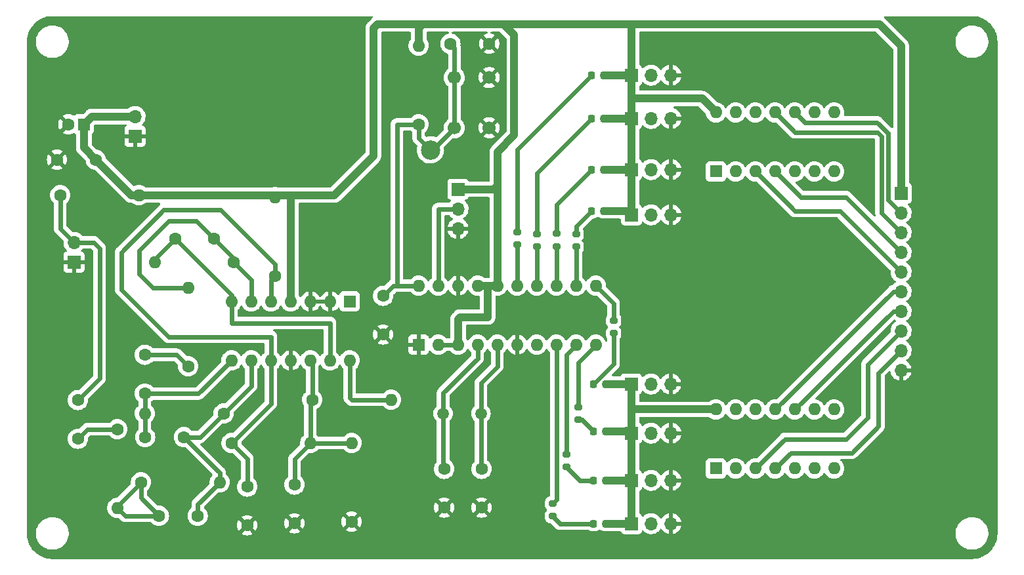
<source format=gbr>
%TF.GenerationSoftware,KiCad,Pcbnew,(6.0.0)*%
%TF.CreationDate,2022-01-24T17:50:55-05:00*%
%TF.ProjectId,VCP200 better,56435032-3030-4206-9265-747465722e6b,rev?*%
%TF.SameCoordinates,Original*%
%TF.FileFunction,Copper,L1,Top*%
%TF.FilePolarity,Positive*%
%FSLAX46Y46*%
G04 Gerber Fmt 4.6, Leading zero omitted, Abs format (unit mm)*
G04 Created by KiCad (PCBNEW (6.0.0)) date 2022-01-24 17:50:55*
%MOMM*%
%LPD*%
G01*
G04 APERTURE LIST*
G04 Aperture macros list*
%AMRoundRect*
0 Rectangle with rounded corners*
0 $1 Rounding radius*
0 $2 $3 $4 $5 $6 $7 $8 $9 X,Y pos of 4 corners*
0 Add a 4 corners polygon primitive as box body*
4,1,4,$2,$3,$4,$5,$6,$7,$8,$9,$2,$3,0*
0 Add four circle primitives for the rounded corners*
1,1,$1+$1,$2,$3*
1,1,$1+$1,$4,$5*
1,1,$1+$1,$6,$7*
1,1,$1+$1,$8,$9*
0 Add four rect primitives between the rounded corners*
20,1,$1+$1,$2,$3,$4,$5,0*
20,1,$1+$1,$4,$5,$6,$7,0*
20,1,$1+$1,$6,$7,$8,$9,0*
20,1,$1+$1,$8,$9,$2,$3,0*%
G04 Aperture macros list end*
%TA.AperFunction,ComponentPad*%
%ADD10C,1.600000*%
%TD*%
%TA.AperFunction,ComponentPad*%
%ADD11R,1.700000X1.700000*%
%TD*%
%TA.AperFunction,ComponentPad*%
%ADD12O,1.700000X1.700000*%
%TD*%
%TA.AperFunction,SMDPad,CuDef*%
%ADD13RoundRect,0.218750X-0.218750X-0.256250X0.218750X-0.256250X0.218750X0.256250X-0.218750X0.256250X0*%
%TD*%
%TA.AperFunction,SMDPad,CuDef*%
%ADD14RoundRect,0.200000X0.275000X-0.200000X0.275000X0.200000X-0.275000X0.200000X-0.275000X-0.200000X0*%
%TD*%
%TA.AperFunction,ComponentPad*%
%ADD15C,2.500000*%
%TD*%
%TA.AperFunction,ComponentPad*%
%ADD16O,1.600000X1.600000*%
%TD*%
%TA.AperFunction,ComponentPad*%
%ADD17C,1.700000*%
%TD*%
%TA.AperFunction,ComponentPad*%
%ADD18R,1.600000X1.600000*%
%TD*%
%TA.AperFunction,SMDPad,CuDef*%
%ADD19RoundRect,0.200000X-0.275000X0.200000X-0.275000X-0.200000X0.275000X-0.200000X0.275000X0.200000X0*%
%TD*%
%TA.AperFunction,ComponentPad*%
%ADD20C,1.500000*%
%TD*%
%TA.AperFunction,ViaPad*%
%ADD21C,0.800000*%
%TD*%
%TA.AperFunction,Conductor*%
%ADD22C,0.600000*%
%TD*%
%TA.AperFunction,Conductor*%
%ADD23C,1.000000*%
%TD*%
G04 APERTURE END LIST*
D10*
%TO.P,C1,1*%
%TO.N,Net-(C1-Pad1)*%
X118359000Y-107228000D03*
%TO.P,C1,2*%
%TO.N,Net-(C1-Pad2)*%
X118359000Y-112228000D03*
%TD*%
%TO.P,C5,1*%
%TO.N,Net-(C5-Pad1)*%
X135885000Y-86360000D03*
%TO.P,C5,2*%
%TO.N,Net-(C5-Pad2)*%
X130885000Y-86360000D03*
%TD*%
D11*
%TO.P,J1,1,Pin_1*%
%TO.N,GND*%
X125725000Y-73157000D03*
D12*
%TO.P,J1,2,Pin_2*%
%TO.N,+5V*%
X125725000Y-70617000D03*
%TD*%
D13*
%TO.P,LED7,1,K*%
%TO.N,Net-(LED7-Pad1)*%
X184886500Y-117602000D03*
%TO.P,LED7,2,A*%
%TO.N,+5V*%
X186461500Y-117602000D03*
%TD*%
D11*
%TO.P,MIC1,1,-*%
%TO.N,GND*%
X117851000Y-89413000D03*
D12*
%TO.P,MIC1,2,+*%
%TO.N,Net-(C1-Pad1)*%
X117851000Y-86873000D03*
%TD*%
D13*
%TO.P,LED6,1,K*%
%TO.N,Net-(LED6-Pad1)*%
X184886500Y-111252000D03*
%TO.P,LED6,2,A*%
%TO.N,+5V*%
X186461500Y-111252000D03*
%TD*%
D10*
%TO.P,C6,1*%
%TO.N,GND*%
X140203000Y-123404000D03*
%TO.P,C6,2*%
%TO.N,Net-(C6-Pad2)*%
X140203000Y-118404000D03*
%TD*%
%TO.P,C3,1*%
%TO.N,Net-(C2-Pad2)*%
X132035000Y-112014000D03*
%TO.P,C3,2*%
%TO.N,Net-(C3-Pad2)*%
X127035000Y-112014000D03*
%TD*%
%TO.P,C13,1*%
%TO.N,/RESET*%
X166410000Y-61214000D03*
%TO.P,C13,2*%
%TO.N,GND*%
X171410000Y-61214000D03*
%TD*%
D14*
%TO.P,R12,1*%
%TO.N,Net-(IC3-Pad15)*%
X175006000Y-87185000D03*
%TO.P,R12,2*%
%TO.N,Net-(R12-Pad2)*%
X175006000Y-85535000D03*
%TD*%
D15*
%TO.P,/RESET,1*%
%TO.N,/RESET*%
X163830000Y-74930000D03*
%TD*%
D10*
%TO.P,R6,1*%
%TO.N,Net-(C4-Pad2)*%
X132583000Y-102870000D03*
D16*
%TO.P,R6,2*%
%TO.N,Net-(C5-Pad1)*%
X132583000Y-92710000D03*
%TD*%
D17*
%TO.P,SW1,1,1*%
%TO.N,/RESET*%
X166914000Y-72084000D03*
%TO.P,SW1,2,2*%
X166914000Y-65584000D03*
%TO.P,SW1,3,K*%
%TO.N,GND*%
X171414000Y-72084000D03*
%TO.P,SW1,4,A*%
X171414000Y-65584000D03*
%TD*%
D14*
%TO.P,R14,1*%
%TO.N,Net-(IC3-Pad13)*%
X180086000Y-87376000D03*
%TO.P,R14,2*%
%TO.N,Net-(LED3-Pad1)*%
X180086000Y-85726000D03*
%TD*%
D10*
%TO.P,R1,1*%
%TO.N,Net-(C1-Pad1)*%
X116073000Y-80772000D03*
D16*
%TO.P,R1,2*%
%TO.N,+5V*%
X126233000Y-80772000D03*
%TD*%
D18*
%TO.P,IC4,1*%
%TO.N,Net-(IC3-Pad9)*%
X200655000Y-116068000D03*
D16*
%TO.P,IC4,2*%
%TO.N,Net-(JU4-Pad2)*%
X203195000Y-116068000D03*
%TO.P,IC4,3*%
%TO.N,/TURN RIGHT{slash}YES-OFF*%
X205735000Y-116068000D03*
%TO.P,IC4,4*%
%TO.N,/GO{slash}ON-NO*%
X208275000Y-116068000D03*
%TO.P,IC4,5*%
%TO.N,Net-(IC3-Pad8)*%
X210815000Y-116068000D03*
%TO.P,IC4,6*%
%TO.N,Net-(JU3-Pad2)*%
X213355000Y-116068000D03*
%TO.P,IC4,7,VSS*%
%TO.N,unconnected-(IC4-Pad7)*%
X215895000Y-116068000D03*
%TO.P,IC4,8*%
%TO.N,Net-(IC3-Pad10)*%
X215895000Y-108448000D03*
%TO.P,IC4,9*%
%TO.N,Net-(IC4-Pad9)*%
X213355000Y-108448000D03*
%TO.P,IC4,10*%
%TO.N,/REVERSE{slash}NOT SURE*%
X210815000Y-108448000D03*
%TO.P,IC4,11*%
%TO.N,/SLOW*%
X208275000Y-108448000D03*
%TO.P,IC4,12*%
%TO.N,Net-(IC3-Pad11)*%
X205735000Y-108448000D03*
%TO.P,IC4,13*%
%TO.N,Net-(IC4-Pad13)*%
X203195000Y-108448000D03*
%TO.P,IC4,14,VDD*%
%TO.N,+5V*%
X200655000Y-108448000D03*
%TD*%
D10*
%TO.P,C10,1*%
%TO.N,GND*%
X170434000Y-121118000D03*
%TO.P,C10,2*%
%TO.N,Net-(C10-Pad2)*%
X170434000Y-116118000D03*
%TD*%
%TO.P,R5,1*%
%TO.N,Net-(C6-Pad2)*%
X143759000Y-91186000D03*
D16*
%TO.P,R5,2*%
%TO.N,+5V*%
X143759000Y-81026000D03*
%TD*%
D11*
%TO.P,JU1,1,Pin_1*%
%TO.N,+5V*%
X167386000Y-80010000D03*
D12*
%TO.P,JU1,2,Pin_2*%
%TO.N,Net-(IC3-Pad19)*%
X167386000Y-82550000D03*
%TO.P,JU1,3,Pin_3*%
%TO.N,GND*%
X167386000Y-85090000D03*
%TD*%
D13*
%TO.P,LED8,1,K*%
%TO.N,Net-(LED8-Pad1)*%
X184886500Y-123190000D03*
%TO.P,LED8,2,A*%
%TO.N,+5V*%
X186461500Y-123190000D03*
%TD*%
D19*
%TO.P,R17,1*%
%TO.N,Net-(IC3-Pad10)*%
X182880000Y-108141000D03*
%TO.P,R17,2*%
%TO.N,Net-(LED6-Pad1)*%
X182880000Y-109791000D03*
%TD*%
D10*
%TO.P,R10,1*%
%TO.N,Net-(C7-Pad2)*%
X148585000Y-107188000D03*
D16*
%TO.P,R10,2*%
%TO.N,Net-(IC1-Pad14)*%
X158745000Y-107188000D03*
%TD*%
D10*
%TO.P,R3,1*%
%TO.N,Net-(C2-Pad1)*%
X126487000Y-117856000D03*
D16*
%TO.P,R3,2*%
%TO.N,Net-(C2-Pad2)*%
X136647000Y-117856000D03*
%TD*%
D11*
%TO.P,J2,1,Pin_1*%
%TO.N,+5V*%
X224536000Y-80518000D03*
D12*
%TO.P,J2,2,Pin_2*%
%TO.N,/BUCKETS*%
X224536000Y-83058000D03*
%TO.P,J2,3,Pin_3*%
%TO.N,/LEFT TURN*%
X224536000Y-85598000D03*
%TO.P,J2,4,Pin_4*%
%TO.N,/TAXI*%
X224536000Y-88138000D03*
%TO.P,J2,5,Pin_5*%
%TO.N,/STOP*%
X224536000Y-90678000D03*
%TO.P,J2,6,Pin_6*%
%TO.N,/SLOW*%
X224536000Y-93218000D03*
%TO.P,J2,7,Pin_7*%
%TO.N,/REVERSE{slash}NOT SURE*%
X224536000Y-95758000D03*
%TO.P,J2,8,Pin_8*%
%TO.N,/TURN RIGHT{slash}YES-OFF*%
X224536000Y-98298000D03*
%TO.P,J2,9,Pin_9*%
%TO.N,/GO{slash}ON-NO*%
X224536000Y-100838000D03*
%TO.P,J2,10,Pin_10*%
%TO.N,GND*%
X224536000Y-103378000D03*
%TD*%
D18*
%TO.P,IC5,1*%
%TO.N,Net-(IC3-Pad12)*%
X200655000Y-77714000D03*
D16*
%TO.P,IC5,2*%
%TO.N,Net-(IC5-Pad2)*%
X203195000Y-77714000D03*
%TO.P,IC5,3*%
%TO.N,/STOP*%
X205735000Y-77714000D03*
%TO.P,IC5,4*%
%TO.N,/TAXI*%
X208275000Y-77714000D03*
%TO.P,IC5,5*%
%TO.N,Net-(IC5-Pad5)*%
X210815000Y-77714000D03*
%TO.P,IC5,6*%
%TO.N,Net-(IC3-Pad13)*%
X213355000Y-77714000D03*
%TO.P,IC5,7,VSS*%
%TO.N,unconnected-(IC5-Pad7)*%
X215895000Y-77714000D03*
%TO.P,IC5,8*%
%TO.N,Net-(IC3-Pad15)*%
X215895000Y-70094000D03*
%TO.P,IC5,9*%
%TO.N,Net-(JU10-Pad2)*%
X213355000Y-70094000D03*
%TO.P,IC5,10*%
%TO.N,/BUCKETS*%
X210815000Y-70094000D03*
%TO.P,IC5,11*%
%TO.N,/LEFT TURN*%
X208275000Y-70094000D03*
%TO.P,IC5,12*%
%TO.N,Net-(IC3-Pad14)*%
X205735000Y-70094000D03*
%TO.P,IC5,13*%
%TO.N,Net-(JU9-Pad2)*%
X203195000Y-70094000D03*
%TO.P,IC5,14,VDD*%
%TO.N,+5V*%
X200655000Y-70094000D03*
%TD*%
D13*
%TO.P,LED5,1,K*%
%TO.N,Net-(LED5-Pad1)*%
X184886500Y-105156000D03*
%TO.P,LED5,2,A*%
%TO.N,+5V*%
X186461500Y-105156000D03*
%TD*%
D11*
%TO.P,JU7,1,Pin_1*%
%TO.N,+5V*%
X189753000Y-83312000D03*
D12*
%TO.P,JU7,2,Pin_2*%
%TO.N,Net-(IC5-Pad2)*%
X192293000Y-83312000D03*
%TO.P,JU7,3,Pin_3*%
%TO.N,GND*%
X194833000Y-83312000D03*
%TD*%
D13*
%TO.P,LED3,1,K*%
%TO.N,Net-(LED3-Pad1)*%
X184632500Y-77470000D03*
%TO.P,LED3,2,A*%
%TO.N,+5V*%
X186207500Y-77470000D03*
%TD*%
D14*
%TO.P,R15,1*%
%TO.N,Net-(IC3-Pad12)*%
X182626000Y-87439000D03*
%TO.P,R15,2*%
%TO.N,Net-(LED4-Pad1)*%
X182626000Y-85789000D03*
%TD*%
D20*
%TO.P,XTAL1,1,1*%
%TO.N,Net-(C10-Pad2)*%
X170344000Y-108966000D03*
%TO.P,XTAL1,2,2*%
%TO.N,Net-(C9-Pad2)*%
X165464000Y-108966000D03*
%TD*%
D11*
%TO.P,JU4,1,Pin_1*%
%TO.N,+5V*%
X189768000Y-117602000D03*
D12*
%TO.P,JU4,2,Pin_2*%
%TO.N,Net-(JU4-Pad2)*%
X192308000Y-117602000D03*
%TO.P,JU4,3,Pin_3*%
%TO.N,GND*%
X194848000Y-117602000D03*
%TD*%
D13*
%TO.P,LED4,1,K*%
%TO.N,Net-(LED4-Pad1)*%
X184632500Y-82804000D03*
%TO.P,LED4,2,A*%
%TO.N,+5V*%
X186207500Y-82804000D03*
%TD*%
%TO.P,LED1,1,K*%
%TO.N,Net-(R12-Pad2)*%
X184632500Y-65278000D03*
%TO.P,LED1,2,A*%
%TO.N,+5V*%
X186207500Y-65278000D03*
%TD*%
D18*
%TO.P,C11,1*%
%TO.N,+5V*%
X119121000Y-71628000D03*
D10*
%TO.P,C11,2*%
%TO.N,GND*%
X117121000Y-71628000D03*
%TD*%
D19*
%TO.P,R16,1*%
%TO.N,Net-(IC3-Pad11)*%
X187452000Y-96965000D03*
%TO.P,R16,2*%
%TO.N,Net-(LED5-Pad1)*%
X187452000Y-98615000D03*
%TD*%
D11*
%TO.P,JU6,1,Pin_1*%
%TO.N,+5V*%
X189738000Y-105156000D03*
D12*
%TO.P,JU6,2,Pin_2*%
%TO.N,Net-(IC4-Pad13)*%
X192278000Y-105156000D03*
%TO.P,JU6,3,Pin_3*%
%TO.N,GND*%
X194818000Y-105156000D03*
%TD*%
D11*
%TO.P,JU8,1,Pin_1*%
%TO.N,+5V*%
X189753000Y-77470000D03*
D12*
%TO.P,JU8,2,Pin_2*%
%TO.N,Net-(IC5-Pad5)*%
X192293000Y-77470000D03*
%TO.P,JU8,3,Pin_3*%
%TO.N,GND*%
X194833000Y-77470000D03*
%TD*%
D10*
%TO.P,R7,1*%
%TO.N,Net-(C5-Pad1)*%
X138425000Y-89408000D03*
D16*
%TO.P,R7,2*%
%TO.N,Net-(C5-Pad2)*%
X128265000Y-89408000D03*
%TD*%
D14*
%TO.P,R13,1*%
%TO.N,Net-(IC3-Pad14)*%
X177546000Y-87439000D03*
%TO.P,R13,2*%
%TO.N,Net-(LED2-Pad1)*%
X177546000Y-85789000D03*
%TD*%
D18*
%TO.P,IC3,1,GROUND*%
%TO.N,GND*%
X162306000Y-100076000D03*
D16*
%TO.P,IC3,2,V+*%
%TO.N,+5V*%
X164846000Y-100076000D03*
%TO.P,IC3,3,V+*%
X167386000Y-100076000D03*
%TO.P,IC3,4,XTAL*%
%TO.N,Net-(C9-Pad2)*%
X169926000Y-100076000D03*
%TO.P,IC3,5,EXTAL*%
%TO.N,Net-(C10-Pad2)*%
X172466000Y-100076000D03*
%TO.P,IC3,6,GROUND*%
%TO.N,GND*%
X175006000Y-100076000D03*
%TO.P,IC3,7,AUDIO_IN*%
%TO.N,Net-(IC1-Pad14)*%
X177546000Y-100076000D03*
%TO.P,IC3,8,GO/NO-ON*%
%TO.N,Net-(IC3-Pad8)*%
X180086000Y-100076000D03*
%TO.P,IC3,9,TURN_RIGHT/YES/OFF*%
%TO.N,Net-(IC3-Pad9)*%
X182626000Y-100076000D03*
%TO.P,IC3,10,REVERSE/NOT_SURE*%
%TO.N,Net-(IC3-Pad10)*%
X185166000Y-100076000D03*
%TO.P,IC3,11,SLOW*%
%TO.N,Net-(IC3-Pad11)*%
X185166000Y-92456000D03*
%TO.P,IC3,12,STOP*%
%TO.N,Net-(IC3-Pad12)*%
X182626000Y-92456000D03*
%TO.P,IC3,13,RESET*%
%TO.N,Net-(IC3-Pad13)*%
X180086000Y-92456000D03*
%TO.P,IC3,14,LEFT_TURN*%
%TO.N,Net-(IC3-Pad14)*%
X177546000Y-92456000D03*
%TO.P,IC3,15,LIGHTS*%
%TO.N,Net-(IC3-Pad15)*%
X175006000Y-92456000D03*
%TO.P,IC3,16,V+*%
%TO.N,+5V*%
X172466000Y-92456000D03*
%TO.P,IC3,17,V+*%
X169926000Y-92456000D03*
%TO.P,IC3,18,GROUND*%
%TO.N,GND*%
X167386000Y-92456000D03*
%TO.P,IC3,19,MODE*%
%TO.N,Net-(IC3-Pad19)*%
X164846000Y-92456000D03*
%TO.P,IC3,20,/RESET*%
%TO.N,/RESET*%
X162306000Y-92456000D03*
%TD*%
D11*
%TO.P,JU9,1,Pin_1*%
%TO.N,+5V*%
X189753000Y-70866000D03*
D12*
%TO.P,JU9,2,Pin_2*%
%TO.N,Net-(JU9-Pad2)*%
X192293000Y-70866000D03*
%TO.P,JU9,3,Pin_3*%
%TO.N,GND*%
X194833000Y-70866000D03*
%TD*%
D10*
%TO.P,C12,1*%
%TO.N,GND*%
X115665887Y-76200000D03*
%TO.P,C12,2*%
%TO.N,+5V*%
X120665887Y-76200000D03*
%TD*%
D18*
%TO.P,IC1,1*%
%TO.N,unconnected-(IC1-Pad1)*%
X153416000Y-94498000D03*
D16*
%TO.P,IC1,2,-*%
%TO.N,GND*%
X150876000Y-94498000D03*
%TO.P,IC1,3,+*%
X148336000Y-94498000D03*
%TO.P,IC1,4,V+*%
%TO.N,+5V*%
X145796000Y-94498000D03*
%TO.P,IC1,5,+*%
%TO.N,Net-(C6-Pad2)*%
X143256000Y-94498000D03*
%TO.P,IC1,6,-*%
%TO.N,Net-(C5-Pad1)*%
X140716000Y-94498000D03*
%TO.P,IC1,7*%
%TO.N,Net-(C5-Pad2)*%
X138176000Y-94498000D03*
%TO.P,IC1,8*%
%TO.N,Net-(C3-Pad2)*%
X138176000Y-102118000D03*
%TO.P,IC1,9,-*%
%TO.N,Net-(C2-Pad2)*%
X140716000Y-102118000D03*
%TO.P,IC1,10,+*%
%TO.N,Net-(C6-Pad2)*%
X143256000Y-102118000D03*
%TO.P,IC1,11,V-*%
%TO.N,GND*%
X145796000Y-102118000D03*
%TO.P,IC1,12,+*%
%TO.N,Net-(C7-Pad2)*%
X148336000Y-102118000D03*
%TO.P,IC1,13,-*%
%TO.N,Net-(C5-Pad2)*%
X150876000Y-102118000D03*
%TO.P,IC1,14*%
%TO.N,Net-(IC1-Pad14)*%
X153416000Y-102118000D03*
%TD*%
D13*
%TO.P,LED2,1,K*%
%TO.N,Net-(LED2-Pad1)*%
X184632500Y-70866000D03*
%TO.P,LED2,2,A*%
%TO.N,+5V*%
X186207500Y-70866000D03*
%TD*%
D19*
%TO.P,R19,1*%
%TO.N,Net-(IC3-Pad8)*%
X179578000Y-120587000D03*
%TO.P,R19,2*%
%TO.N,Net-(LED8-Pad1)*%
X179578000Y-122237000D03*
%TD*%
D11*
%TO.P,JU3,1,Pin_1*%
%TO.N,+5V*%
X189768000Y-123190000D03*
D12*
%TO.P,JU3,2,Pin_2*%
%TO.N,Net-(JU3-Pad2)*%
X192308000Y-123190000D03*
%TO.P,JU3,3,Pin_3*%
%TO.N,GND*%
X194848000Y-123190000D03*
%TD*%
D10*
%TO.P,R11,1*%
%TO.N,/RESET*%
X162306000Y-71628000D03*
D16*
%TO.P,R11,2*%
%TO.N,+5V*%
X162306000Y-61468000D03*
%TD*%
D10*
%TO.P,R4,1*%
%TO.N,Net-(C2-Pad2)*%
X137155000Y-108966000D03*
D16*
%TO.P,R4,2*%
%TO.N,Net-(C3-Pad2)*%
X126995000Y-108966000D03*
%TD*%
D10*
%TO.P,C7,1*%
%TO.N,GND*%
X146299000Y-123150000D03*
%TO.P,C7,2*%
%TO.N,Net-(C7-Pad2)*%
X146299000Y-118150000D03*
%TD*%
D11*
%TO.P,JU5,1,Pin_1*%
%TO.N,+5V*%
X189753000Y-111506000D03*
D12*
%TO.P,JU5,2,Pin_2*%
%TO.N,Net-(IC4-Pad9)*%
X192293000Y-111506000D03*
%TO.P,JU5,3,Pin_3*%
%TO.N,GND*%
X194833000Y-111506000D03*
%TD*%
D11*
%TO.P,JU10,1,Pin_1*%
%TO.N,+5V*%
X189753000Y-65278000D03*
D12*
%TO.P,JU10,2,Pin_2*%
%TO.N,Net-(JU10-Pad2)*%
X192293000Y-65278000D03*
%TO.P,JU10,3,Pin_3*%
%TO.N,GND*%
X194833000Y-65278000D03*
%TD*%
D10*
%TO.P,R8,1*%
%TO.N,Net-(C6-Pad2)*%
X138171000Y-112776000D03*
D16*
%TO.P,R8,2*%
%TO.N,Net-(C7-Pad2)*%
X148331000Y-112776000D03*
%TD*%
D10*
%TO.P,R9,1*%
%TO.N,GND*%
X153665000Y-122936000D03*
D16*
%TO.P,R9,2*%
%TO.N,Net-(C7-Pad2)*%
X153665000Y-112776000D03*
%TD*%
D10*
%TO.P,C9,1*%
%TO.N,GND*%
X165608000Y-121118000D03*
%TO.P,C9,2*%
%TO.N,Net-(C9-Pad2)*%
X165608000Y-116118000D03*
%TD*%
%TO.P,C4,1*%
%TO.N,Net-(C3-Pad2)*%
X126995000Y-106386000D03*
%TO.P,C4,2*%
%TO.N,Net-(C4-Pad2)*%
X126995000Y-101386000D03*
%TD*%
%TO.P,C2,1*%
%TO.N,Net-(C2-Pad1)*%
X128813000Y-122174000D03*
%TO.P,C2,2*%
%TO.N,Net-(C2-Pad2)*%
X133813000Y-122174000D03*
%TD*%
D19*
%TO.P,R18,1*%
%TO.N,Net-(IC3-Pad9)*%
X181356000Y-114237000D03*
%TO.P,R18,2*%
%TO.N,Net-(LED7-Pad1)*%
X181356000Y-115887000D03*
%TD*%
D10*
%TO.P,R2,1*%
%TO.N,Net-(C1-Pad2)*%
X123439000Y-110998000D03*
D16*
%TO.P,R2,2*%
%TO.N,Net-(C2-Pad1)*%
X123439000Y-121158000D03*
%TD*%
D10*
%TO.P,C8,1*%
%TO.N,GND*%
X157734000Y-98766000D03*
%TO.P,C8,2*%
%TO.N,/RESET*%
X157734000Y-93766000D03*
%TD*%
D21*
%TO.N,GND*%
X228346000Y-64770000D03*
X219456000Y-64770000D03*
X228600000Y-75438000D03*
X219710000Y-75438000D03*
X162052000Y-83058000D03*
X155448000Y-85598000D03*
%TD*%
D22*
%TO.N,Net-(C1-Pad1)*%
X116073000Y-85095000D02*
X117851000Y-86873000D01*
X120396000Y-86873000D02*
X121153000Y-87630000D01*
X121153000Y-104434000D02*
X118359000Y-107228000D01*
X117851000Y-86873000D02*
X120396000Y-86873000D01*
X121153000Y-87630000D02*
X121153000Y-104434000D01*
X116073000Y-80772000D02*
X116073000Y-85095000D01*
%TO.N,Net-(C1-Pad2)*%
X123439000Y-110998000D02*
X119589000Y-110998000D01*
X119589000Y-110998000D02*
X118359000Y-112228000D01*
%TO.N,Net-(C2-Pad1)*%
X126487000Y-117856000D02*
X126487000Y-119848000D01*
X124455000Y-122174000D02*
X123439000Y-121158000D01*
X126487000Y-119848000D02*
X128813000Y-122174000D01*
X123439000Y-120904000D02*
X126487000Y-117856000D01*
X128813000Y-122174000D02*
X124455000Y-122174000D01*
X123439000Y-121158000D02*
X123439000Y-120904000D01*
%TO.N,Net-(C2-Pad2)*%
X133813000Y-120690000D02*
X136647000Y-117856000D01*
X140716000Y-105405000D02*
X137155000Y-108966000D01*
X136647000Y-116626000D02*
X132035000Y-112014000D01*
X140716000Y-102118000D02*
X140716000Y-105405000D01*
X136647000Y-117856000D02*
X136647000Y-116626000D01*
X133813000Y-122174000D02*
X133813000Y-120690000D01*
X134107000Y-112014000D02*
X137155000Y-108966000D01*
X132035000Y-112014000D02*
X134107000Y-112014000D01*
%TO.N,Net-(C3-Pad2)*%
X126995000Y-111974000D02*
X127035000Y-112014000D01*
X133908000Y-106386000D02*
X138176000Y-102118000D01*
X126995000Y-106386000D02*
X133908000Y-106386000D01*
X126995000Y-106386000D02*
X126995000Y-108966000D01*
X126995000Y-108966000D02*
X126995000Y-111974000D01*
%TO.N,Net-(C4-Pad2)*%
X126995000Y-101386000D02*
X131099000Y-101386000D01*
X131099000Y-101386000D02*
X132583000Y-102870000D01*
%TO.N,Net-(C5-Pad1)*%
X132583000Y-92710000D02*
X128011000Y-92710000D01*
X140716000Y-94498000D02*
X140716000Y-91699000D01*
X133599000Y-84074000D02*
X135885000Y-86360000D01*
X140716000Y-91699000D02*
X138425000Y-89408000D01*
X128011000Y-92710000D02*
X126233000Y-90932000D01*
X138425000Y-88900000D02*
X135885000Y-86360000D01*
X130043000Y-84074000D02*
X133599000Y-84074000D01*
X138425000Y-89408000D02*
X138425000Y-88900000D01*
X126233000Y-90932000D02*
X126233000Y-87884000D01*
X126233000Y-87884000D02*
X130043000Y-84074000D01*
%TO.N,Net-(C5-Pad2)*%
X150876000Y-97287000D02*
X150876000Y-102118000D01*
X130885000Y-86360000D02*
X138176000Y-93651000D01*
X128265000Y-89408000D02*
X128265000Y-88980000D01*
X128265000Y-88980000D02*
X130885000Y-86360000D01*
X138176000Y-93651000D02*
X138176000Y-94498000D01*
X138176000Y-97277000D02*
X150866000Y-97277000D01*
X150866000Y-97277000D02*
X150876000Y-97287000D01*
X138176000Y-94498000D02*
X138176000Y-97277000D01*
%TO.N,Net-(C6-Pad2)*%
X136774000Y-82677000D02*
X143759000Y-89662000D01*
X138171000Y-112776000D02*
X143256000Y-107691000D01*
X143256000Y-107691000D02*
X143256000Y-102118000D01*
X143256000Y-91689000D02*
X143759000Y-91186000D01*
X123947000Y-92964000D02*
X123947000Y-88138000D01*
X123947000Y-88138000D02*
X129408000Y-82677000D01*
X143256000Y-94498000D02*
X143256000Y-91689000D01*
X143256000Y-99065000D02*
X143251000Y-99060000D01*
X140203000Y-118404000D02*
X140203000Y-114808000D01*
X143759000Y-89662000D02*
X143759000Y-91186000D01*
X129408000Y-82677000D02*
X136774000Y-82677000D01*
X143251000Y-99060000D02*
X130043000Y-99060000D01*
X143256000Y-102118000D02*
X143256000Y-99065000D01*
X130043000Y-99060000D02*
X123947000Y-92964000D01*
X140203000Y-114808000D02*
X138171000Y-112776000D01*
%TO.N,Net-(C7-Pad2)*%
X148585000Y-107188000D02*
X148585000Y-102367000D01*
X146299000Y-118150000D02*
X146299000Y-114808000D01*
X148585000Y-102367000D02*
X148336000Y-102118000D01*
X153665000Y-112776000D02*
X148331000Y-112776000D01*
X148331000Y-112776000D02*
X148331000Y-107442000D01*
X146299000Y-114808000D02*
X148331000Y-112776000D01*
X148331000Y-107442000D02*
X148585000Y-107188000D01*
%TO.N,Net-(C9-Pad2)*%
X165464000Y-106316000D02*
X169926000Y-101854000D01*
X165464000Y-115974000D02*
X165608000Y-116118000D01*
X165464000Y-108966000D02*
X165464000Y-106316000D01*
X165464000Y-108966000D02*
X165464000Y-115974000D01*
X169926000Y-101854000D02*
X169926000Y-100076000D01*
%TO.N,Net-(C10-Pad2)*%
X170344000Y-108966000D02*
X170344000Y-116028000D01*
X170344000Y-116028000D02*
X170434000Y-116118000D01*
X170344000Y-104992000D02*
X172466000Y-102870000D01*
X170344000Y-108966000D02*
X170344000Y-104992000D01*
X172466000Y-102870000D02*
X172466000Y-100076000D01*
D23*
%TO.N,+5V*%
X170180000Y-58674000D02*
X164592000Y-58674000D01*
X189753000Y-65278000D02*
X189753000Y-68311000D01*
X189738000Y-108712000D02*
X189738000Y-111491000D01*
X162306000Y-61468000D02*
X162306000Y-59182000D01*
X200655000Y-70094000D02*
X198872000Y-68311000D01*
X126233000Y-80772000D02*
X125237887Y-80772000D01*
X189245000Y-82804000D02*
X189753000Y-83312000D01*
X186461500Y-123190000D02*
X189768000Y-123190000D01*
X189753000Y-68311000D02*
X189753000Y-70866000D01*
X186207500Y-65278000D02*
X189753000Y-65278000D01*
X119121000Y-71628000D02*
X119121000Y-73914000D01*
X189753000Y-70866000D02*
X189753000Y-77470000D01*
X189753000Y-58689000D02*
X189753000Y-65278000D01*
X171958000Y-80010000D02*
X172466000Y-79502000D01*
X189738000Y-105156000D02*
X189738000Y-108712000D01*
X167386000Y-80010000D02*
X171958000Y-80010000D01*
X145796000Y-81026000D02*
X146050000Y-80772000D01*
X162306000Y-59182000D02*
X162814000Y-58674000D01*
X186461500Y-105156000D02*
X189738000Y-105156000D01*
X151384000Y-80772000D02*
X156464000Y-75692000D01*
X186207500Y-77470000D02*
X189753000Y-77470000D01*
X221742000Y-58674000D02*
X224536000Y-61468000D01*
X189230000Y-58674000D02*
X189738000Y-58674000D01*
X173228000Y-58674000D02*
X174647511Y-60093511D01*
X170942000Y-92456000D02*
X172466000Y-92456000D01*
X174647511Y-60093511D02*
X174647511Y-73002489D01*
X145029000Y-80772000D02*
X146050000Y-80772000D01*
X173228000Y-58674000D02*
X184404000Y-58674000D01*
X198872000Y-68311000D02*
X189753000Y-68311000D01*
X156464000Y-75692000D02*
X156464000Y-59182000D01*
X164592000Y-58674000D02*
X162814000Y-58674000D01*
X224536000Y-61468000D02*
X224536000Y-80518000D01*
X186207500Y-70866000D02*
X189753000Y-70866000D01*
X126233000Y-80772000D02*
X145029000Y-80772000D01*
X171196000Y-93218000D02*
X171196000Y-92710000D01*
X119121000Y-74655113D02*
X120665887Y-76200000D01*
X169926000Y-92456000D02*
X170942000Y-92456000D01*
X156464000Y-59182000D02*
X156972000Y-58674000D01*
X145796000Y-94498000D02*
X145796000Y-81026000D01*
X167386000Y-96774000D02*
X167386000Y-100076000D01*
X184404000Y-58674000D02*
X189230000Y-58674000D01*
X189738000Y-58674000D02*
X189753000Y-58689000D01*
X189499000Y-111252000D02*
X189753000Y-111506000D01*
X190002000Y-108448000D02*
X189738000Y-108712000D01*
D22*
X167386000Y-100076000D02*
X164846000Y-100076000D01*
D23*
X119121000Y-73914000D02*
X119121000Y-74655113D01*
X172466000Y-79502000D02*
X172466000Y-92456000D01*
X125725000Y-70617000D02*
X120132000Y-70617000D01*
X189768000Y-111521000D02*
X189753000Y-111506000D01*
X171196000Y-92710000D02*
X170942000Y-92456000D01*
X189738000Y-111491000D02*
X189753000Y-111506000D01*
X125237887Y-80772000D02*
X120665887Y-76200000D01*
X186207500Y-82804000D02*
X189245000Y-82804000D01*
X171196000Y-96520000D02*
X171196000Y-93218000D01*
X186461500Y-111252000D02*
X189499000Y-111252000D01*
X174647511Y-73002489D02*
X172466000Y-75184000D01*
X186461500Y-117602000D02*
X189768000Y-117602000D01*
X171196000Y-96520000D02*
X167640000Y-96520000D01*
X120132000Y-70617000D02*
X119121000Y-71628000D01*
X189753000Y-77470000D02*
X189753000Y-83312000D01*
X189768000Y-123190000D02*
X189768000Y-117602000D01*
X221742000Y-58674000D02*
X189230000Y-58674000D01*
X200655000Y-108448000D02*
X190002000Y-108448000D01*
X170180000Y-58674000D02*
X173228000Y-58674000D01*
X156972000Y-58674000D02*
X164592000Y-58674000D01*
X167640000Y-96520000D02*
X167386000Y-96774000D01*
X147320000Y-80772000D02*
X151384000Y-80772000D01*
X172466000Y-75184000D02*
X172466000Y-79502000D01*
X189768000Y-117602000D02*
X189768000Y-111521000D01*
X146050000Y-80772000D02*
X147320000Y-80772000D01*
D22*
%TO.N,Net-(IC1-Pad14)*%
X153665000Y-107188000D02*
X158745000Y-107188000D01*
X153416000Y-106939000D02*
X153665000Y-107188000D01*
X153416000Y-102118000D02*
X153416000Y-106939000D01*
%TO.N,Net-(IC3-Pad8)*%
X180086000Y-120079000D02*
X180086000Y-100076000D01*
X179578000Y-120587000D02*
X180086000Y-120079000D01*
%TO.N,Net-(IC3-Pad9)*%
X181356000Y-101346000D02*
X182626000Y-100076000D01*
X181356000Y-114237000D02*
X181356000Y-101346000D01*
%TO.N,Net-(IC3-Pad10)*%
X182880000Y-102362000D02*
X185166000Y-100076000D01*
X182880000Y-108141000D02*
X182880000Y-102362000D01*
%TO.N,Net-(IC3-Pad11)*%
X187452000Y-94742000D02*
X185166000Y-92456000D01*
X187452000Y-96965000D02*
X187452000Y-94742000D01*
%TO.N,Net-(IC3-Pad12)*%
X182626000Y-87439000D02*
X182626000Y-92456000D01*
%TO.N,Net-(IC3-Pad13)*%
X180086000Y-87376000D02*
X180086000Y-92456000D01*
%TO.N,Net-(IC3-Pad19)*%
X164846000Y-82550000D02*
X164846000Y-92456000D01*
X167386000Y-82550000D02*
X164846000Y-82550000D01*
%TO.N,Net-(IC3-Pad14)*%
X177546000Y-87439000D02*
X177546000Y-92456000D01*
%TO.N,/GO{slash}ON-NO*%
X221615000Y-110617000D02*
X221615000Y-103759000D01*
X218186000Y-114046000D02*
X221615000Y-110617000D01*
X208275000Y-116068000D02*
X210297000Y-114046000D01*
X221615000Y-103759000D02*
X224536000Y-100838000D01*
X210297000Y-114046000D02*
X218186000Y-114046000D01*
%TO.N,/TURN RIGHT{slash}YES-OFF*%
X220218000Y-102616000D02*
X220218000Y-109474000D01*
X209535000Y-112268000D02*
X205735000Y-116068000D01*
X224536000Y-98298000D02*
X220218000Y-102616000D01*
X217424000Y-112268000D02*
X209535000Y-112268000D01*
X220218000Y-109474000D02*
X217424000Y-112268000D01*
%TO.N,/REVERSE{slash}NOT SURE*%
X223505000Y-95758000D02*
X224536000Y-95758000D01*
X210815000Y-108448000D02*
X223505000Y-95758000D01*
%TO.N,/SLOW*%
X208275000Y-108448000D02*
X223505000Y-93218000D01*
X223505000Y-93218000D02*
X224536000Y-93218000D01*
%TO.N,/STOP*%
X216662000Y-82804000D02*
X210825000Y-82804000D01*
X210825000Y-82804000D02*
X205735000Y-77714000D01*
X224536000Y-90678000D02*
X216662000Y-82804000D01*
%TO.N,/TAXI*%
X217424000Y-81026000D02*
X211587000Y-81026000D01*
X211587000Y-81026000D02*
X208275000Y-77714000D01*
X224536000Y-88138000D02*
X217424000Y-81026000D01*
%TO.N,/LEFT TURN*%
X221488000Y-72644000D02*
X221996000Y-73152000D01*
X221996000Y-83058000D02*
X221996000Y-73152000D01*
X210825000Y-72644000D02*
X221488000Y-72644000D01*
X208275000Y-70094000D02*
X210825000Y-72644000D01*
X224536000Y-85598000D02*
X221996000Y-83058000D01*
%TO.N,/BUCKETS*%
X221468489Y-71393511D02*
X222865489Y-72790511D01*
X224536000Y-83058000D02*
X222865489Y-81387489D01*
X222865489Y-81387489D02*
X222865489Y-72790511D01*
X212114511Y-71393511D02*
X221468489Y-71393511D01*
X210815000Y-70094000D02*
X212114511Y-71393511D01*
%TO.N,/RESET*%
X162306000Y-71628000D02*
X159512000Y-71628000D01*
X162306000Y-92456000D02*
X159512000Y-92456000D01*
X159512000Y-71628000D02*
X159512000Y-76962000D01*
X166914000Y-72084000D02*
X166914000Y-65584000D01*
X159044000Y-92456000D02*
X159512000Y-92456000D01*
X162306000Y-71628000D02*
X162306000Y-73406000D01*
X166914000Y-61718000D02*
X166410000Y-61214000D01*
X162306000Y-73406000D02*
X163830000Y-74930000D01*
X166914000Y-65584000D02*
X166914000Y-61718000D01*
X164068000Y-74930000D02*
X166914000Y-72084000D01*
X157734000Y-93766000D02*
X159044000Y-92456000D01*
X163830000Y-74930000D02*
X164068000Y-74930000D01*
X159512000Y-76962000D02*
X159512000Y-92456000D01*
%TO.N,Net-(IC3-Pad15)*%
X175006000Y-87185000D02*
X175006000Y-92456000D01*
%TO.N,Net-(R12-Pad2)*%
X184632500Y-65278000D02*
X175006000Y-74904500D01*
X175006000Y-74904500D02*
X175006000Y-85535000D01*
%TO.N,Net-(LED2-Pad1)*%
X177546000Y-85789000D02*
X177546000Y-77952500D01*
X177546000Y-77952500D02*
X184632500Y-70866000D01*
%TO.N,Net-(LED3-Pad1)*%
X180086000Y-82016500D02*
X184632500Y-77470000D01*
X180086000Y-85726000D02*
X180086000Y-82016500D01*
%TO.N,Net-(LED4-Pad1)*%
X182626000Y-85789000D02*
X182626000Y-84810500D01*
X182626000Y-84810500D02*
X184632500Y-82804000D01*
%TO.N,Net-(LED5-Pad1)*%
X187452000Y-98615000D02*
X187452000Y-102590500D01*
X187452000Y-102590500D02*
X184886500Y-105156000D01*
%TO.N,Net-(LED6-Pad1)*%
X183425500Y-109791000D02*
X184886500Y-111252000D01*
X182880000Y-109791000D02*
X183425500Y-109791000D01*
%TO.N,Net-(LED7-Pad1)*%
X183071000Y-117602000D02*
X184886500Y-117602000D01*
X181356000Y-115887000D02*
X183071000Y-117602000D01*
%TO.N,Net-(LED8-Pad1)*%
X180531000Y-123190000D02*
X179578000Y-122237000D01*
X180531000Y-123190000D02*
X184886500Y-123190000D01*
%TD*%
%TA.AperFunction,Conductor*%
%TO.N,GND*%
G36*
X156336288Y-57678002D02*
G01*
X156382781Y-57731658D01*
X156392885Y-57801932D01*
X156363391Y-57866512D01*
X156347803Y-57881643D01*
X156339105Y-57888737D01*
X156338160Y-57889500D01*
X156299027Y-57920739D01*
X156296536Y-57923230D01*
X156295809Y-57923880D01*
X156291463Y-57927592D01*
X156274895Y-57941105D01*
X156257938Y-57954935D01*
X156254015Y-57959677D01*
X156254013Y-57959679D01*
X156228703Y-57990273D01*
X156220713Y-57999053D01*
X155794621Y-58425145D01*
X155784478Y-58434247D01*
X155754975Y-58457968D01*
X155751008Y-58462696D01*
X155722709Y-58496421D01*
X155719528Y-58500069D01*
X155717885Y-58501881D01*
X155715691Y-58504075D01*
X155688358Y-58537349D01*
X155687696Y-58538147D01*
X155627846Y-58609474D01*
X155625278Y-58614144D01*
X155621897Y-58618261D01*
X155590860Y-58676145D01*
X155578023Y-58700086D01*
X155577394Y-58701245D01*
X155535538Y-58777381D01*
X155535535Y-58777389D01*
X155532567Y-58782787D01*
X155530955Y-58787869D01*
X155528438Y-58792563D01*
X155501238Y-58881531D01*
X155500918Y-58882559D01*
X155472765Y-58971306D01*
X155472171Y-58976602D01*
X155470613Y-58981698D01*
X155465575Y-59031299D01*
X155461218Y-59074187D01*
X155461089Y-59075393D01*
X155455500Y-59125227D01*
X155455500Y-59128754D01*
X155455445Y-59129739D01*
X155454998Y-59135419D01*
X155450626Y-59178462D01*
X155451206Y-59184593D01*
X155454941Y-59224109D01*
X155455500Y-59235967D01*
X155455500Y-75222075D01*
X155435498Y-75290196D01*
X155418595Y-75311170D01*
X151003171Y-79726595D01*
X150940859Y-79760621D01*
X150914076Y-79763500D01*
X146111842Y-79763500D01*
X146098235Y-79762763D01*
X146066737Y-79759341D01*
X146066732Y-79759341D01*
X146060611Y-79758676D01*
X146015267Y-79762643D01*
X146010946Y-79763021D01*
X145999965Y-79763500D01*
X144119529Y-79763500D01*
X144086920Y-79759207D01*
X143987087Y-79732457D01*
X143759000Y-79712502D01*
X143530913Y-79732457D01*
X143431080Y-79759207D01*
X143398471Y-79763500D01*
X127113740Y-79763500D01*
X127041469Y-79740713D01*
X126918953Y-79654926D01*
X126889749Y-79634477D01*
X126884767Y-79632154D01*
X126884762Y-79632151D01*
X126687225Y-79540039D01*
X126687224Y-79540039D01*
X126682243Y-79537716D01*
X126676935Y-79536294D01*
X126676933Y-79536293D01*
X126466402Y-79479881D01*
X126466400Y-79479881D01*
X126461087Y-79478457D01*
X126233000Y-79458502D01*
X126004913Y-79478457D01*
X125999600Y-79479881D01*
X125999598Y-79479881D01*
X125789067Y-79536293D01*
X125789065Y-79536294D01*
X125783757Y-79537716D01*
X125778776Y-79540039D01*
X125778775Y-79540039D01*
X125724349Y-79565418D01*
X125622347Y-79612982D01*
X125552156Y-79623643D01*
X125487343Y-79594663D01*
X125480003Y-79587882D01*
X122001005Y-76108884D01*
X121966979Y-76046572D01*
X121964579Y-76030770D01*
X121961123Y-75991265D01*
X121959430Y-75971913D01*
X121913308Y-75799784D01*
X121901594Y-75756067D01*
X121901593Y-75756065D01*
X121900171Y-75750757D01*
X121855018Y-75653925D01*
X121805736Y-75548238D01*
X121805733Y-75548233D01*
X121803410Y-75543251D01*
X121684268Y-75373099D01*
X121675244Y-75360211D01*
X121675242Y-75360208D01*
X121672085Y-75355700D01*
X121510187Y-75193802D01*
X121505679Y-75190645D01*
X121505676Y-75190643D01*
X121379807Y-75102509D01*
X121322636Y-75062477D01*
X121317654Y-75060154D01*
X121317649Y-75060151D01*
X121120112Y-74968039D01*
X121120111Y-74968039D01*
X121115130Y-74965716D01*
X121109822Y-74964294D01*
X121109820Y-74964293D01*
X121026920Y-74942080D01*
X120893974Y-74906457D01*
X120835116Y-74901308D01*
X120768999Y-74875445D01*
X120757003Y-74864882D01*
X120166405Y-74274284D01*
X120132379Y-74211972D01*
X120129500Y-74185189D01*
X120129500Y-74051669D01*
X124367001Y-74051669D01*
X124367371Y-74058490D01*
X124372895Y-74109352D01*
X124376521Y-74124604D01*
X124421676Y-74245054D01*
X124430214Y-74260649D01*
X124506715Y-74362724D01*
X124519276Y-74375285D01*
X124621351Y-74451786D01*
X124636946Y-74460324D01*
X124757394Y-74505478D01*
X124772649Y-74509105D01*
X124823514Y-74514631D01*
X124830328Y-74515000D01*
X125452885Y-74515000D01*
X125468124Y-74510525D01*
X125469329Y-74509135D01*
X125471000Y-74501452D01*
X125471000Y-74496884D01*
X125979000Y-74496884D01*
X125983475Y-74512123D01*
X125984865Y-74513328D01*
X125992548Y-74514999D01*
X126619669Y-74514999D01*
X126626490Y-74514629D01*
X126677352Y-74509105D01*
X126692604Y-74505479D01*
X126813054Y-74460324D01*
X126828649Y-74451786D01*
X126930724Y-74375285D01*
X126943285Y-74362724D01*
X127019786Y-74260649D01*
X127028324Y-74245054D01*
X127073478Y-74124606D01*
X127077105Y-74109351D01*
X127082631Y-74058486D01*
X127083000Y-74051672D01*
X127083000Y-73429115D01*
X127078525Y-73413876D01*
X127077135Y-73412671D01*
X127069452Y-73411000D01*
X125997115Y-73411000D01*
X125981876Y-73415475D01*
X125980671Y-73416865D01*
X125979000Y-73424548D01*
X125979000Y-74496884D01*
X125471000Y-74496884D01*
X125471000Y-73429115D01*
X125466525Y-73413876D01*
X125465135Y-73412671D01*
X125457452Y-73411000D01*
X124385116Y-73411000D01*
X124369877Y-73415475D01*
X124368672Y-73416865D01*
X124367001Y-73424548D01*
X124367001Y-74051669D01*
X120129500Y-74051669D01*
X120129500Y-72970275D01*
X120149502Y-72902154D01*
X120179935Y-72869449D01*
X120228762Y-72832855D01*
X120284261Y-72791261D01*
X120371615Y-72674705D01*
X120422745Y-72538316D01*
X120429500Y-72476134D01*
X120429500Y-71797924D01*
X120449502Y-71729803D01*
X120466405Y-71708829D01*
X120512829Y-71662405D01*
X120575141Y-71628379D01*
X120601924Y-71625500D01*
X124561196Y-71625500D01*
X124629317Y-71645502D01*
X124675810Y-71699158D01*
X124685914Y-71769432D01*
X124656420Y-71834012D01*
X124628388Y-71856628D01*
X124628538Y-71856828D01*
X124622943Y-71861021D01*
X124621705Y-71862020D01*
X124621354Y-71862212D01*
X124519276Y-71938715D01*
X124506715Y-71951276D01*
X124430214Y-72053351D01*
X124421676Y-72068946D01*
X124376522Y-72189394D01*
X124372895Y-72204649D01*
X124367369Y-72255514D01*
X124367000Y-72262328D01*
X124367000Y-72884885D01*
X124371475Y-72900124D01*
X124372865Y-72901329D01*
X124380548Y-72903000D01*
X127064884Y-72903000D01*
X127080123Y-72898525D01*
X127081328Y-72897135D01*
X127082999Y-72889452D01*
X127082999Y-72262331D01*
X127082629Y-72255510D01*
X127077105Y-72204648D01*
X127073479Y-72189396D01*
X127028324Y-72068946D01*
X127019786Y-72053351D01*
X126943285Y-71951276D01*
X126930724Y-71938715D01*
X126828649Y-71862214D01*
X126813054Y-71853676D01*
X126702813Y-71812348D01*
X126646049Y-71769706D01*
X126621349Y-71703145D01*
X126636557Y-71633796D01*
X126658104Y-71605115D01*
X126759430Y-71504144D01*
X126759440Y-71504132D01*
X126763096Y-71500489D01*
X126804974Y-71442210D01*
X126890435Y-71323277D01*
X126893453Y-71319077D01*
X126917951Y-71269510D01*
X126990136Y-71123453D01*
X126990137Y-71123451D01*
X126992430Y-71118811D01*
X127048644Y-70933789D01*
X127055865Y-70910023D01*
X127055865Y-70910021D01*
X127057370Y-70905069D01*
X127086529Y-70683590D01*
X127086896Y-70668563D01*
X127088074Y-70620365D01*
X127088074Y-70620361D01*
X127088156Y-70617000D01*
X127069852Y-70394361D01*
X127015431Y-70177702D01*
X126926354Y-69972840D01*
X126861920Y-69873240D01*
X126807822Y-69789617D01*
X126807820Y-69789614D01*
X126805014Y-69785277D01*
X126654670Y-69620051D01*
X126650619Y-69616852D01*
X126650615Y-69616848D01*
X126483414Y-69484800D01*
X126483410Y-69484798D01*
X126479359Y-69481598D01*
X126283789Y-69373638D01*
X126278920Y-69371914D01*
X126278916Y-69371912D01*
X126078087Y-69300795D01*
X126078083Y-69300794D01*
X126073212Y-69299069D01*
X126068119Y-69298162D01*
X126068116Y-69298161D01*
X125858373Y-69260800D01*
X125858367Y-69260799D01*
X125853284Y-69259894D01*
X125779452Y-69258992D01*
X125635081Y-69257228D01*
X125635079Y-69257228D01*
X125629911Y-69257165D01*
X125409091Y-69290955D01*
X125196756Y-69360357D01*
X125166443Y-69376137D01*
X125011912Y-69456581D01*
X124998607Y-69463507D01*
X124994474Y-69466610D01*
X124994471Y-69466612D01*
X124974512Y-69481598D01*
X124872857Y-69557923D01*
X124839111Y-69583260D01*
X124772626Y-69608166D01*
X124763458Y-69608500D01*
X120193843Y-69608500D01*
X120180236Y-69607763D01*
X120148738Y-69604341D01*
X120148733Y-69604341D01*
X120142612Y-69603676D01*
X120116362Y-69605973D01*
X120092612Y-69608050D01*
X120087786Y-69608379D01*
X120085314Y-69608500D01*
X120082231Y-69608500D01*
X120070262Y-69609674D01*
X120039494Y-69612690D01*
X120038181Y-69612812D01*
X119993916Y-69616685D01*
X119945587Y-69620913D01*
X119940468Y-69622400D01*
X119935167Y-69622920D01*
X119846166Y-69649791D01*
X119845033Y-69650126D01*
X119761586Y-69674370D01*
X119761582Y-69674372D01*
X119755664Y-69676091D01*
X119750932Y-69678544D01*
X119745831Y-69680084D01*
X119740388Y-69682978D01*
X119663740Y-69723731D01*
X119662574Y-69724343D01*
X119589718Y-69762109D01*
X119580074Y-69767108D01*
X119575911Y-69770431D01*
X119571204Y-69772934D01*
X119499082Y-69831755D01*
X119498226Y-69832446D01*
X119459027Y-69863738D01*
X119456523Y-69866242D01*
X119455805Y-69866884D01*
X119451472Y-69870585D01*
X119417938Y-69897935D01*
X119414011Y-69902682D01*
X119414009Y-69902684D01*
X119388713Y-69933262D01*
X119380723Y-69942042D01*
X119040170Y-70282595D01*
X118977858Y-70316621D01*
X118951075Y-70319500D01*
X118272866Y-70319500D01*
X118210684Y-70326255D01*
X118074295Y-70377385D01*
X118053775Y-70392764D01*
X117964922Y-70459355D01*
X117964919Y-70459358D01*
X117957739Y-70464739D01*
X117952358Y-70471919D01*
X117946007Y-70478270D01*
X117943865Y-70476128D01*
X117899154Y-70509564D01*
X117828336Y-70514594D01*
X117786965Y-70496477D01*
X117786768Y-70496818D01*
X117783702Y-70495048D01*
X117782910Y-70494701D01*
X117782011Y-70494071D01*
X117772511Y-70488586D01*
X117575053Y-70396510D01*
X117564761Y-70392764D01*
X117354312Y-70336375D01*
X117343519Y-70334472D01*
X117126475Y-70315483D01*
X117115525Y-70315483D01*
X116898481Y-70334472D01*
X116887688Y-70336375D01*
X116677239Y-70392764D01*
X116666947Y-70396510D01*
X116469489Y-70488586D01*
X116459994Y-70494069D01*
X116407952Y-70530509D01*
X116399576Y-70540988D01*
X116406644Y-70554434D01*
X117391115Y-71538905D01*
X117425141Y-71601217D01*
X117420076Y-71672032D01*
X117391115Y-71717095D01*
X116405923Y-72702287D01*
X116399493Y-72714062D01*
X116408789Y-72726077D01*
X116459994Y-72761931D01*
X116469489Y-72767414D01*
X116666947Y-72859490D01*
X116677239Y-72863236D01*
X116887688Y-72919625D01*
X116898481Y-72921528D01*
X117115525Y-72940517D01*
X117126475Y-72940517D01*
X117343519Y-72921528D01*
X117354312Y-72919625D01*
X117564761Y-72863236D01*
X117575053Y-72859490D01*
X117772511Y-72767414D01*
X117782011Y-72761929D01*
X117782910Y-72761299D01*
X117783370Y-72761144D01*
X117786768Y-72759182D01*
X117787162Y-72759865D01*
X117850184Y-72738612D01*
X117919044Y-72755898D01*
X117944803Y-72778934D01*
X117946007Y-72777730D01*
X117952358Y-72784081D01*
X117957739Y-72791261D01*
X117964919Y-72796642D01*
X117964922Y-72796645D01*
X118062065Y-72869449D01*
X118104580Y-72926308D01*
X118112500Y-72970275D01*
X118112500Y-74593270D01*
X118111763Y-74606877D01*
X118109927Y-74623783D01*
X118107676Y-74644501D01*
X118108213Y-74650636D01*
X118112050Y-74694501D01*
X118112379Y-74699327D01*
X118112500Y-74701799D01*
X118112500Y-74704882D01*
X118112801Y-74707950D01*
X118116690Y-74747619D01*
X118116812Y-74748932D01*
X118124913Y-74841526D01*
X118126400Y-74846645D01*
X118126920Y-74851946D01*
X118153791Y-74940947D01*
X118154126Y-74942080D01*
X118178340Y-75025421D01*
X118180091Y-75031449D01*
X118182544Y-75036181D01*
X118184084Y-75041282D01*
X118186978Y-75046725D01*
X118227731Y-75123373D01*
X118228343Y-75124539D01*
X118268271Y-75201566D01*
X118271108Y-75207039D01*
X118274431Y-75211202D01*
X118276934Y-75215909D01*
X118335755Y-75288031D01*
X118336446Y-75288887D01*
X118367738Y-75328086D01*
X118370242Y-75330590D01*
X118370884Y-75331308D01*
X118374585Y-75335641D01*
X118401935Y-75369175D01*
X118437267Y-75398404D01*
X118446037Y-75406385D01*
X119330769Y-76291116D01*
X119364794Y-76353429D01*
X119367195Y-76369229D01*
X119372344Y-76428087D01*
X119387996Y-76486500D01*
X119429828Y-76642617D01*
X119431603Y-76649243D01*
X119433926Y-76654224D01*
X119433926Y-76654225D01*
X119526038Y-76851762D01*
X119526041Y-76851767D01*
X119528364Y-76856749D01*
X119566531Y-76911257D01*
X119653790Y-77035875D01*
X119659689Y-77044300D01*
X119821587Y-77206198D01*
X119826095Y-77209355D01*
X119826098Y-77209357D01*
X119841895Y-77220418D01*
X120009138Y-77337523D01*
X120014120Y-77339846D01*
X120014125Y-77339849D01*
X120138939Y-77398050D01*
X120216644Y-77434284D01*
X120221952Y-77435706D01*
X120221954Y-77435707D01*
X120253602Y-77444187D01*
X120437800Y-77493543D01*
X120496656Y-77498692D01*
X120562774Y-77524555D01*
X120574770Y-77535118D01*
X124481032Y-81441379D01*
X124490134Y-81451522D01*
X124505361Y-81470460D01*
X124513855Y-81481025D01*
X124552343Y-81513320D01*
X124555962Y-81516478D01*
X124557777Y-81518124D01*
X124559962Y-81520309D01*
X124562342Y-81522264D01*
X124562352Y-81522273D01*
X124593123Y-81547549D01*
X124594138Y-81548391D01*
X124628760Y-81577442D01*
X124665361Y-81608154D01*
X124670035Y-81610723D01*
X124674148Y-81614102D01*
X124679585Y-81617017D01*
X124679586Y-81617018D01*
X124693965Y-81624728D01*
X124738890Y-81648816D01*
X124755934Y-81657955D01*
X124757094Y-81658584D01*
X124824195Y-81695473D01*
X124838674Y-81703433D01*
X124843756Y-81705045D01*
X124848450Y-81707562D01*
X124937418Y-81734762D01*
X124938446Y-81735082D01*
X125027193Y-81763235D01*
X125032489Y-81763829D01*
X125037585Y-81765387D01*
X125130144Y-81774790D01*
X125131280Y-81774911D01*
X125164895Y-81778681D01*
X125177617Y-81780108D01*
X125177621Y-81780108D01*
X125181114Y-81780500D01*
X125184641Y-81780500D01*
X125185626Y-81780555D01*
X125191306Y-81781002D01*
X125220712Y-81783989D01*
X125228224Y-81784752D01*
X125228226Y-81784752D01*
X125234349Y-81785374D01*
X125279995Y-81781059D01*
X125291854Y-81780500D01*
X125352260Y-81780500D01*
X125424531Y-81803287D01*
X125576251Y-81909523D01*
X125581233Y-81911846D01*
X125581238Y-81911849D01*
X125778694Y-82003923D01*
X125783757Y-82006284D01*
X125789065Y-82007706D01*
X125789067Y-82007707D01*
X125999598Y-82064119D01*
X125999600Y-82064119D01*
X126004913Y-82065543D01*
X126233000Y-82085498D01*
X126461087Y-82065543D01*
X126466400Y-82064119D01*
X126466402Y-82064119D01*
X126676933Y-82007707D01*
X126676935Y-82007706D01*
X126682243Y-82006284D01*
X126687306Y-82003923D01*
X126884762Y-81911849D01*
X126884767Y-81911846D01*
X126889749Y-81909523D01*
X127041469Y-81803287D01*
X127113740Y-81780500D01*
X128876548Y-81780500D01*
X128944669Y-81800502D01*
X128991162Y-81854158D01*
X129001266Y-81924432D01*
X128971772Y-81989012D01*
X128953772Y-82006061D01*
X128949838Y-82009113D01*
X128939395Y-82016397D01*
X128902624Y-82039374D01*
X128897625Y-82044339D01*
X128897623Y-82044340D01*
X128873815Y-82067983D01*
X128873192Y-82068566D01*
X128872530Y-82069079D01*
X128846683Y-82094926D01*
X128777606Y-82163523D01*
X128773918Y-82167185D01*
X128773259Y-82168223D01*
X128772153Y-82169456D01*
X123381842Y-87559766D01*
X123380905Y-87560694D01*
X123316493Y-87623771D01*
X123293002Y-87660221D01*
X123285583Y-87670546D01*
X123258524Y-87704443D01*
X123255459Y-87710784D01*
X123255458Y-87710785D01*
X123243928Y-87734637D01*
X123236399Y-87748054D01*
X123218235Y-87776238D01*
X123215827Y-87782855D01*
X123215824Y-87782860D01*
X123203408Y-87816973D01*
X123198447Y-87828716D01*
X123182646Y-87861403D01*
X123182644Y-87861408D01*
X123179579Y-87867749D01*
X123177996Y-87874607D01*
X123177995Y-87874609D01*
X123172035Y-87900426D01*
X123167668Y-87915169D01*
X123156197Y-87946685D01*
X123155314Y-87953675D01*
X123155312Y-87953683D01*
X123150762Y-87989701D01*
X123148526Y-88002253D01*
X123143112Y-88025706D01*
X123138776Y-88044485D01*
X123138751Y-88051531D01*
X123138751Y-88051534D01*
X123138634Y-88085056D01*
X123138605Y-88085938D01*
X123138500Y-88086769D01*
X123138500Y-88123419D01*
X123138499Y-88123859D01*
X123138206Y-88207908D01*
X123138143Y-88225870D01*
X123138411Y-88227070D01*
X123138500Y-88228707D01*
X123138500Y-92954786D01*
X123138493Y-92956106D01*
X123137549Y-93046221D01*
X123146711Y-93088597D01*
X123148769Y-93101163D01*
X123153603Y-93144255D01*
X123155919Y-93150906D01*
X123155920Y-93150910D01*
X123164633Y-93175930D01*
X123168796Y-93190742D01*
X123175881Y-93223510D01*
X123194208Y-93262813D01*
X123198990Y-93274589D01*
X123213255Y-93315552D01*
X123216989Y-93321527D01*
X123216990Y-93321530D01*
X123231027Y-93343995D01*
X123238366Y-93357512D01*
X123244776Y-93371257D01*
X123252538Y-93387902D01*
X123256855Y-93393467D01*
X123256856Y-93393469D01*
X123279106Y-93422153D01*
X123286402Y-93432612D01*
X123304889Y-93462198D01*
X123309374Y-93469376D01*
X123314334Y-93474371D01*
X123314335Y-93474372D01*
X123337976Y-93498179D01*
X123338561Y-93498804D01*
X123339078Y-93499470D01*
X123365068Y-93525460D01*
X123437185Y-93598082D01*
X123438222Y-93598740D01*
X123439451Y-93599843D01*
X129464766Y-99625158D01*
X129465694Y-99626095D01*
X129528771Y-99690507D01*
X129565221Y-99713998D01*
X129575546Y-99721417D01*
X129609443Y-99748476D01*
X129615784Y-99751541D01*
X129615785Y-99751542D01*
X129639637Y-99763072D01*
X129653054Y-99770601D01*
X129681238Y-99788765D01*
X129687855Y-99791173D01*
X129687860Y-99791176D01*
X129721973Y-99803592D01*
X129733716Y-99808553D01*
X129766400Y-99824353D01*
X129766409Y-99824356D01*
X129772749Y-99827421D01*
X129779614Y-99829006D01*
X129805428Y-99834966D01*
X129820168Y-99839332D01*
X129851685Y-99850803D01*
X129858670Y-99851685D01*
X129858677Y-99851687D01*
X129894692Y-99856237D01*
X129907243Y-99858472D01*
X129949485Y-99868225D01*
X129956529Y-99868250D01*
X129956533Y-99868250D01*
X129990072Y-99868367D01*
X129990942Y-99868396D01*
X129991769Y-99868500D01*
X130028258Y-99868500D01*
X130028697Y-99868501D01*
X130127343Y-99868845D01*
X130127348Y-99868845D01*
X130130870Y-99868857D01*
X130132070Y-99868589D01*
X130133708Y-99868500D01*
X142321500Y-99868500D01*
X142389621Y-99888502D01*
X142436114Y-99942158D01*
X142447500Y-99994500D01*
X142447500Y-101023812D01*
X142427498Y-101091933D01*
X142410595Y-101112907D01*
X142249802Y-101273700D01*
X142246645Y-101278208D01*
X142246643Y-101278211D01*
X142206979Y-101334857D01*
X142118477Y-101461251D01*
X142116154Y-101466233D01*
X142116151Y-101466238D01*
X142100195Y-101500457D01*
X142053278Y-101553742D01*
X141985001Y-101573203D01*
X141917041Y-101552661D01*
X141871805Y-101500457D01*
X141855849Y-101466238D01*
X141855846Y-101466233D01*
X141853523Y-101461251D01*
X141765021Y-101334857D01*
X141725357Y-101278211D01*
X141725355Y-101278208D01*
X141722198Y-101273700D01*
X141560300Y-101111802D01*
X141555792Y-101108645D01*
X141555789Y-101108643D01*
X141472888Y-101050595D01*
X141372749Y-100980477D01*
X141367767Y-100978154D01*
X141367762Y-100978151D01*
X141170225Y-100886039D01*
X141170224Y-100886039D01*
X141165243Y-100883716D01*
X141159935Y-100882294D01*
X141159933Y-100882293D01*
X140949402Y-100825881D01*
X140949400Y-100825881D01*
X140944087Y-100824457D01*
X140716000Y-100804502D01*
X140487913Y-100824457D01*
X140482600Y-100825881D01*
X140482598Y-100825881D01*
X140272067Y-100882293D01*
X140272065Y-100882294D01*
X140266757Y-100883716D01*
X140261776Y-100886039D01*
X140261775Y-100886039D01*
X140064238Y-100978151D01*
X140064233Y-100978154D01*
X140059251Y-100980477D01*
X139959112Y-101050595D01*
X139876211Y-101108643D01*
X139876208Y-101108645D01*
X139871700Y-101111802D01*
X139709802Y-101273700D01*
X139706645Y-101278208D01*
X139706643Y-101278211D01*
X139666979Y-101334857D01*
X139578477Y-101461251D01*
X139576154Y-101466233D01*
X139576151Y-101466238D01*
X139560195Y-101500457D01*
X139513278Y-101553742D01*
X139445001Y-101573203D01*
X139377041Y-101552661D01*
X139331805Y-101500457D01*
X139315849Y-101466238D01*
X139315846Y-101466233D01*
X139313523Y-101461251D01*
X139225021Y-101334857D01*
X139185357Y-101278211D01*
X139185355Y-101278208D01*
X139182198Y-101273700D01*
X139020300Y-101111802D01*
X139015792Y-101108645D01*
X139015789Y-101108643D01*
X138932888Y-101050595D01*
X138832749Y-100980477D01*
X138827767Y-100978154D01*
X138827762Y-100978151D01*
X138630225Y-100886039D01*
X138630224Y-100886039D01*
X138625243Y-100883716D01*
X138619935Y-100882294D01*
X138619933Y-100882293D01*
X138409402Y-100825881D01*
X138409400Y-100825881D01*
X138404087Y-100824457D01*
X138176000Y-100804502D01*
X137947913Y-100824457D01*
X137942600Y-100825881D01*
X137942598Y-100825881D01*
X137732067Y-100882293D01*
X137732065Y-100882294D01*
X137726757Y-100883716D01*
X137721776Y-100886039D01*
X137721775Y-100886039D01*
X137524238Y-100978151D01*
X137524233Y-100978154D01*
X137519251Y-100980477D01*
X137419112Y-101050595D01*
X137336211Y-101108643D01*
X137336208Y-101108645D01*
X137331700Y-101111802D01*
X137169802Y-101273700D01*
X137166645Y-101278208D01*
X137166643Y-101278211D01*
X137126979Y-101334857D01*
X137038477Y-101461251D01*
X137036154Y-101466233D01*
X137036151Y-101466238D01*
X136986273Y-101573203D01*
X136941716Y-101668757D01*
X136940294Y-101674065D01*
X136940293Y-101674067D01*
X136888130Y-101868742D01*
X136882457Y-101889913D01*
X136862502Y-102118000D01*
X136862981Y-102123475D01*
X136862981Y-102123476D01*
X136871066Y-102215893D01*
X136857076Y-102285498D01*
X136834640Y-102315969D01*
X133610013Y-105540595D01*
X133547701Y-105574621D01*
X133520918Y-105577500D01*
X128089188Y-105577500D01*
X128021067Y-105557498D01*
X128000093Y-105540595D01*
X127839300Y-105379802D01*
X127834792Y-105376645D01*
X127834789Y-105376643D01*
X127711031Y-105289987D01*
X127651749Y-105248477D01*
X127646767Y-105246154D01*
X127646762Y-105246151D01*
X127449225Y-105154039D01*
X127449224Y-105154039D01*
X127444243Y-105151716D01*
X127438935Y-105150294D01*
X127438933Y-105150293D01*
X127228402Y-105093881D01*
X127228400Y-105093881D01*
X127223087Y-105092457D01*
X126995000Y-105072502D01*
X126766913Y-105092457D01*
X126761600Y-105093881D01*
X126761598Y-105093881D01*
X126551067Y-105150293D01*
X126551065Y-105150294D01*
X126545757Y-105151716D01*
X126540776Y-105154039D01*
X126540775Y-105154039D01*
X126343238Y-105246151D01*
X126343233Y-105246154D01*
X126338251Y-105248477D01*
X126278969Y-105289987D01*
X126155211Y-105376643D01*
X126155208Y-105376645D01*
X126150700Y-105379802D01*
X125988802Y-105541700D01*
X125857477Y-105729251D01*
X125855154Y-105734233D01*
X125855151Y-105734238D01*
X125770870Y-105914981D01*
X125760716Y-105936757D01*
X125759294Y-105942065D01*
X125759293Y-105942067D01*
X125705067Y-106144441D01*
X125701457Y-106157913D01*
X125681502Y-106386000D01*
X125701457Y-106614087D01*
X125702881Y-106619400D01*
X125702881Y-106619402D01*
X125745581Y-106778757D01*
X125760716Y-106835243D01*
X125763039Y-106840224D01*
X125763039Y-106840225D01*
X125855151Y-107037762D01*
X125855154Y-107037767D01*
X125857477Y-107042749D01*
X125908775Y-107116010D01*
X125977190Y-107213716D01*
X125988802Y-107230300D01*
X126149595Y-107391093D01*
X126183621Y-107453405D01*
X126186500Y-107480188D01*
X126186500Y-107871812D01*
X126166498Y-107939933D01*
X126149595Y-107960907D01*
X125988802Y-108121700D01*
X125985645Y-108126208D01*
X125985643Y-108126211D01*
X125940767Y-108190301D01*
X125857477Y-108309251D01*
X125855154Y-108314233D01*
X125855151Y-108314238D01*
X125787200Y-108459961D01*
X125760716Y-108516757D01*
X125759294Y-108522065D01*
X125759293Y-108522067D01*
X125702881Y-108732598D01*
X125701457Y-108737913D01*
X125681502Y-108966000D01*
X125701457Y-109194087D01*
X125702881Y-109199400D01*
X125702881Y-109199402D01*
X125726565Y-109287789D01*
X125760716Y-109415243D01*
X125763039Y-109420224D01*
X125763039Y-109420225D01*
X125855151Y-109617762D01*
X125855154Y-109617767D01*
X125857477Y-109622749D01*
X125914354Y-109703978D01*
X125968941Y-109781935D01*
X125988802Y-109810300D01*
X126149595Y-109971093D01*
X126183621Y-110033405D01*
X126186500Y-110060188D01*
X126186500Y-110959812D01*
X126166498Y-111027933D01*
X126149595Y-111048907D01*
X126028802Y-111169700D01*
X126025645Y-111174208D01*
X126025643Y-111174211D01*
X125993156Y-111220607D01*
X125897477Y-111357251D01*
X125895154Y-111362233D01*
X125895151Y-111362238D01*
X125804533Y-111556572D01*
X125800716Y-111564757D01*
X125799294Y-111570065D01*
X125799293Y-111570067D01*
X125747388Y-111763778D01*
X125741457Y-111785913D01*
X125721502Y-112014000D01*
X125741457Y-112242087D01*
X125742881Y-112247400D01*
X125742881Y-112247402D01*
X125798799Y-112456087D01*
X125800716Y-112463243D01*
X125803039Y-112468224D01*
X125803039Y-112468225D01*
X125895151Y-112665762D01*
X125895154Y-112665767D01*
X125897477Y-112670749D01*
X125942703Y-112735338D01*
X126024241Y-112851786D01*
X126028802Y-112858300D01*
X126190700Y-113020198D01*
X126195208Y-113023355D01*
X126195211Y-113023357D01*
X126196615Y-113024340D01*
X126378251Y-113151523D01*
X126383233Y-113153846D01*
X126383238Y-113153849D01*
X126562630Y-113237500D01*
X126585757Y-113248284D01*
X126591065Y-113249706D01*
X126591067Y-113249707D01*
X126801598Y-113306119D01*
X126801600Y-113306119D01*
X126806913Y-113307543D01*
X127035000Y-113327498D01*
X127263087Y-113307543D01*
X127268400Y-113306119D01*
X127268402Y-113306119D01*
X127478933Y-113249707D01*
X127478935Y-113249706D01*
X127484243Y-113248284D01*
X127507370Y-113237500D01*
X127686762Y-113153849D01*
X127686767Y-113153846D01*
X127691749Y-113151523D01*
X127873385Y-113024340D01*
X127874789Y-113023357D01*
X127874792Y-113023355D01*
X127879300Y-113020198D01*
X128041198Y-112858300D01*
X128045760Y-112851786D01*
X128127297Y-112735338D01*
X128172523Y-112670749D01*
X128174846Y-112665767D01*
X128174849Y-112665762D01*
X128266961Y-112468225D01*
X128266961Y-112468224D01*
X128269284Y-112463243D01*
X128271202Y-112456087D01*
X128327119Y-112247402D01*
X128327119Y-112247400D01*
X128328543Y-112242087D01*
X128348498Y-112014000D01*
X128328543Y-111785913D01*
X128322612Y-111763778D01*
X128270707Y-111570067D01*
X128270706Y-111570065D01*
X128269284Y-111564757D01*
X128265467Y-111556572D01*
X128174849Y-111362238D01*
X128174846Y-111362233D01*
X128172523Y-111357251D01*
X128076844Y-111220607D01*
X128044357Y-111174211D01*
X128044355Y-111174208D01*
X128041198Y-111169700D01*
X127879300Y-111007802D01*
X127857229Y-110992348D01*
X127812901Y-110936892D01*
X127803500Y-110889135D01*
X127803500Y-110060188D01*
X127823502Y-109992067D01*
X127840405Y-109971093D01*
X128001198Y-109810300D01*
X128021060Y-109781935D01*
X128075646Y-109703978D01*
X128132523Y-109622749D01*
X128134846Y-109617767D01*
X128134849Y-109617762D01*
X128226961Y-109420225D01*
X128226961Y-109420224D01*
X128229284Y-109415243D01*
X128263436Y-109287789D01*
X128287119Y-109199402D01*
X128287119Y-109199400D01*
X128288543Y-109194087D01*
X128308498Y-108966000D01*
X128288543Y-108737913D01*
X128287119Y-108732598D01*
X128230707Y-108522067D01*
X128230706Y-108522065D01*
X128229284Y-108516757D01*
X128202800Y-108459961D01*
X128134849Y-108314238D01*
X128134846Y-108314233D01*
X128132523Y-108309251D01*
X128049233Y-108190301D01*
X128004357Y-108126211D01*
X128004355Y-108126208D01*
X128001198Y-108121700D01*
X127840405Y-107960907D01*
X127806379Y-107898595D01*
X127803500Y-107871812D01*
X127803500Y-107480188D01*
X127823502Y-107412067D01*
X127840405Y-107391093D01*
X128000093Y-107231405D01*
X128062405Y-107197379D01*
X128089188Y-107194500D01*
X133898786Y-107194500D01*
X133900106Y-107194507D01*
X133990221Y-107195451D01*
X134032597Y-107186289D01*
X134045163Y-107184231D01*
X134088255Y-107179397D01*
X134094906Y-107177081D01*
X134094910Y-107177080D01*
X134119930Y-107168367D01*
X134134742Y-107164204D01*
X134160619Y-107158609D01*
X134167510Y-107157119D01*
X134206813Y-107138792D01*
X134218589Y-107134010D01*
X134259552Y-107119745D01*
X134265527Y-107116011D01*
X134265530Y-107116010D01*
X134287995Y-107101973D01*
X134301512Y-107094634D01*
X134325514Y-107083441D01*
X134325515Y-107083440D01*
X134331902Y-107080462D01*
X134353660Y-107063585D01*
X134366153Y-107053894D01*
X134376612Y-107046598D01*
X134407404Y-107027358D01*
X134407407Y-107027356D01*
X134413376Y-107023626D01*
X134418372Y-107018665D01*
X134442179Y-106995024D01*
X134442804Y-106994439D01*
X134443470Y-106993922D01*
X134469460Y-106967932D01*
X134542082Y-106895815D01*
X134542740Y-106894778D01*
X134543843Y-106893549D01*
X137978032Y-103459360D01*
X138040344Y-103425334D01*
X138078108Y-103422934D01*
X138170524Y-103431019D01*
X138170525Y-103431019D01*
X138176000Y-103431498D01*
X138404087Y-103411543D01*
X138409400Y-103410119D01*
X138409402Y-103410119D01*
X138619933Y-103353707D01*
X138619935Y-103353706D01*
X138625243Y-103352284D01*
X138634870Y-103347795D01*
X138827762Y-103257849D01*
X138827767Y-103257846D01*
X138832749Y-103255523D01*
X138958022Y-103167806D01*
X139015789Y-103127357D01*
X139015792Y-103127355D01*
X139020300Y-103124198D01*
X139182198Y-102962300D01*
X139193864Y-102945640D01*
X139250662Y-102864524D01*
X139313523Y-102774749D01*
X139315846Y-102769767D01*
X139315849Y-102769762D01*
X139331805Y-102735543D01*
X139378722Y-102682258D01*
X139446999Y-102662797D01*
X139514959Y-102683339D01*
X139560195Y-102735543D01*
X139576151Y-102769762D01*
X139576154Y-102769767D01*
X139578477Y-102774749D01*
X139641338Y-102864524D01*
X139698137Y-102945640D01*
X139709802Y-102962300D01*
X139870595Y-103123093D01*
X139904621Y-103185405D01*
X139907500Y-103212188D01*
X139907500Y-105017919D01*
X139887498Y-105086040D01*
X139870595Y-105107014D01*
X137352968Y-107624640D01*
X137290656Y-107658666D01*
X137252892Y-107661066D01*
X137160476Y-107652981D01*
X137160475Y-107652981D01*
X137155000Y-107652502D01*
X136926913Y-107672457D01*
X136921600Y-107673881D01*
X136921598Y-107673881D01*
X136711067Y-107730293D01*
X136711065Y-107730294D01*
X136705757Y-107731716D01*
X136700776Y-107734039D01*
X136700775Y-107734039D01*
X136503238Y-107826151D01*
X136503233Y-107826154D01*
X136498251Y-107828477D01*
X136408856Y-107891072D01*
X136315211Y-107956643D01*
X136315208Y-107956645D01*
X136310700Y-107959802D01*
X136148802Y-108121700D01*
X136145645Y-108126208D01*
X136145643Y-108126211D01*
X136100767Y-108190301D01*
X136017477Y-108309251D01*
X136015154Y-108314233D01*
X136015151Y-108314238D01*
X135947200Y-108459961D01*
X135920716Y-108516757D01*
X135919294Y-108522065D01*
X135919293Y-108522067D01*
X135862881Y-108732598D01*
X135861457Y-108737913D01*
X135841502Y-108966000D01*
X135841981Y-108971475D01*
X135841981Y-108971476D01*
X135850066Y-109063892D01*
X135836076Y-109133497D01*
X135813640Y-109163968D01*
X133809013Y-111168595D01*
X133746701Y-111202621D01*
X133719918Y-111205500D01*
X133129188Y-111205500D01*
X133061067Y-111185498D01*
X133040093Y-111168595D01*
X132879300Y-111007802D01*
X132874792Y-111004645D01*
X132874789Y-111004643D01*
X132765598Y-110928187D01*
X132691749Y-110876477D01*
X132686767Y-110874154D01*
X132686762Y-110874151D01*
X132489225Y-110782039D01*
X132489224Y-110782039D01*
X132484243Y-110779716D01*
X132478935Y-110778294D01*
X132478933Y-110778293D01*
X132268402Y-110721881D01*
X132268400Y-110721881D01*
X132263087Y-110720457D01*
X132035000Y-110700502D01*
X131806913Y-110720457D01*
X131801600Y-110721881D01*
X131801598Y-110721881D01*
X131591067Y-110778293D01*
X131591065Y-110778294D01*
X131585757Y-110779716D01*
X131580776Y-110782039D01*
X131580775Y-110782039D01*
X131383238Y-110874151D01*
X131383233Y-110874154D01*
X131378251Y-110876477D01*
X131304402Y-110928187D01*
X131195211Y-111004643D01*
X131195208Y-111004645D01*
X131190700Y-111007802D01*
X131028802Y-111169700D01*
X131025645Y-111174208D01*
X131025643Y-111174211D01*
X130993156Y-111220607D01*
X130897477Y-111357251D01*
X130895154Y-111362233D01*
X130895151Y-111362238D01*
X130804533Y-111556572D01*
X130800716Y-111564757D01*
X130799294Y-111570065D01*
X130799293Y-111570067D01*
X130747388Y-111763778D01*
X130741457Y-111785913D01*
X130721502Y-112014000D01*
X130741457Y-112242087D01*
X130742881Y-112247400D01*
X130742881Y-112247402D01*
X130798799Y-112456087D01*
X130800716Y-112463243D01*
X130803039Y-112468224D01*
X130803039Y-112468225D01*
X130895151Y-112665762D01*
X130895154Y-112665767D01*
X130897477Y-112670749D01*
X130942703Y-112735338D01*
X131024241Y-112851786D01*
X131028802Y-112858300D01*
X131190700Y-113020198D01*
X131195208Y-113023355D01*
X131195211Y-113023357D01*
X131196615Y-113024340D01*
X131378251Y-113151523D01*
X131383233Y-113153846D01*
X131383238Y-113153849D01*
X131562630Y-113237500D01*
X131585757Y-113248284D01*
X131591065Y-113249706D01*
X131591067Y-113249707D01*
X131801598Y-113306119D01*
X131801600Y-113306119D01*
X131806913Y-113307543D01*
X132035000Y-113327498D01*
X132040475Y-113327019D01*
X132040476Y-113327019D01*
X132132892Y-113318934D01*
X132202497Y-113332924D01*
X132232968Y-113355360D01*
X135675960Y-116798352D01*
X135709986Y-116860664D01*
X135704921Y-116931479D01*
X135675960Y-116976542D01*
X135640802Y-117011700D01*
X135509477Y-117199251D01*
X135507154Y-117204233D01*
X135507151Y-117204238D01*
X135433799Y-117361543D01*
X135412716Y-117406757D01*
X135411294Y-117412065D01*
X135411293Y-117412067D01*
X135372779Y-117555803D01*
X135353457Y-117627913D01*
X135333502Y-117856000D01*
X135333981Y-117861475D01*
X135333981Y-117861476D01*
X135342066Y-117953893D01*
X135328076Y-118023498D01*
X135305641Y-118053968D01*
X134271647Y-119087961D01*
X133247842Y-120111766D01*
X133246905Y-120112694D01*
X133227248Y-120131944D01*
X133182493Y-120175771D01*
X133159002Y-120212221D01*
X133151583Y-120222546D01*
X133124524Y-120256443D01*
X133121459Y-120262784D01*
X133121458Y-120262785D01*
X133109928Y-120286637D01*
X133102399Y-120300054D01*
X133084235Y-120328238D01*
X133081827Y-120334855D01*
X133081824Y-120334860D01*
X133069408Y-120368973D01*
X133064447Y-120380716D01*
X133048646Y-120413403D01*
X133048644Y-120413408D01*
X133045579Y-120419749D01*
X133043996Y-120426607D01*
X133043995Y-120426609D01*
X133038035Y-120452426D01*
X133033668Y-120467169D01*
X133022197Y-120498685D01*
X133021314Y-120505675D01*
X133021312Y-120505683D01*
X133016762Y-120541701D01*
X133014526Y-120554253D01*
X133006894Y-120587313D01*
X133004776Y-120596485D01*
X133004751Y-120603531D01*
X133004751Y-120603534D01*
X133004634Y-120637056D01*
X133004605Y-120637938D01*
X133004500Y-120638769D01*
X133004500Y-120675419D01*
X133004499Y-120675859D01*
X133004228Y-120753592D01*
X133004143Y-120777870D01*
X133004411Y-120779070D01*
X133004500Y-120780707D01*
X133004500Y-121079812D01*
X132984498Y-121147933D01*
X132967595Y-121168907D01*
X132806802Y-121329700D01*
X132803645Y-121334208D01*
X132803643Y-121334211D01*
X132791669Y-121351312D01*
X132675477Y-121517251D01*
X132673154Y-121522233D01*
X132673151Y-121522238D01*
X132617086Y-121642472D01*
X132578716Y-121724757D01*
X132577294Y-121730065D01*
X132577293Y-121730067D01*
X132529900Y-121906938D01*
X132519457Y-121945913D01*
X132499502Y-122174000D01*
X132519457Y-122402087D01*
X132520881Y-122407400D01*
X132520881Y-122407402D01*
X132559309Y-122550814D01*
X132578716Y-122623243D01*
X132581039Y-122628224D01*
X132581039Y-122628225D01*
X132673151Y-122825762D01*
X132673154Y-122825767D01*
X132675477Y-122830749D01*
X132737814Y-122919775D01*
X132801228Y-123010339D01*
X132806802Y-123018300D01*
X132968700Y-123180198D01*
X132973208Y-123183355D01*
X132973211Y-123183357D01*
X133043272Y-123232414D01*
X133156251Y-123311523D01*
X133161233Y-123313846D01*
X133161238Y-123313849D01*
X133348211Y-123401035D01*
X133363757Y-123408284D01*
X133369065Y-123409706D01*
X133369067Y-123409707D01*
X133579598Y-123466119D01*
X133579600Y-123466119D01*
X133584913Y-123467543D01*
X133813000Y-123487498D01*
X134041087Y-123467543D01*
X134046400Y-123466119D01*
X134046402Y-123466119D01*
X134256933Y-123409707D01*
X134256935Y-123409706D01*
X134257797Y-123409475D01*
X138890483Y-123409475D01*
X138909472Y-123626519D01*
X138911375Y-123637312D01*
X138967764Y-123847761D01*
X138971510Y-123858053D01*
X139063586Y-124055511D01*
X139069069Y-124065006D01*
X139105509Y-124117048D01*
X139115988Y-124125424D01*
X139129434Y-124118356D01*
X139830978Y-123416812D01*
X139837356Y-123405132D01*
X140567408Y-123405132D01*
X140567539Y-123406965D01*
X140571790Y-123413580D01*
X141277287Y-124119077D01*
X141289062Y-124125507D01*
X141301077Y-124116211D01*
X141336931Y-124065006D01*
X141342414Y-124055511D01*
X141434490Y-123858053D01*
X141438236Y-123847761D01*
X141494625Y-123637312D01*
X141496528Y-123626519D01*
X141515517Y-123409475D01*
X141515517Y-123398525D01*
X141496528Y-123181481D01*
X141494625Y-123170688D01*
X141490549Y-123155475D01*
X144986483Y-123155475D01*
X145005472Y-123372519D01*
X145007375Y-123383312D01*
X145063764Y-123593761D01*
X145067510Y-123604053D01*
X145159586Y-123801511D01*
X145165069Y-123811006D01*
X145201509Y-123863048D01*
X145211988Y-123871424D01*
X145225434Y-123864356D01*
X145926978Y-123162812D01*
X145933356Y-123151132D01*
X146663408Y-123151132D01*
X146663539Y-123152965D01*
X146667790Y-123159580D01*
X147373287Y-123865077D01*
X147385062Y-123871507D01*
X147397077Y-123862211D01*
X147432931Y-123811006D01*
X147438414Y-123801511D01*
X147530490Y-123604053D01*
X147534236Y-123593761D01*
X147590625Y-123383312D01*
X147592528Y-123372519D01*
X147611517Y-123155475D01*
X147611517Y-123144525D01*
X147593752Y-122941475D01*
X152352483Y-122941475D01*
X152371472Y-123158519D01*
X152373375Y-123169312D01*
X152429764Y-123379761D01*
X152433510Y-123390053D01*
X152525586Y-123587511D01*
X152531069Y-123597006D01*
X152567509Y-123649048D01*
X152577988Y-123657424D01*
X152591434Y-123650356D01*
X153292978Y-122948812D01*
X153299356Y-122937132D01*
X154029408Y-122937132D01*
X154029539Y-122938965D01*
X154033790Y-122945580D01*
X154739287Y-123651077D01*
X154751062Y-123657507D01*
X154763077Y-123648211D01*
X154798931Y-123597006D01*
X154804414Y-123587511D01*
X154896490Y-123390053D01*
X154900236Y-123379761D01*
X154956625Y-123169312D01*
X154958528Y-123158519D01*
X154977517Y-122941475D01*
X154977517Y-122930525D01*
X154958528Y-122713481D01*
X154956625Y-122702688D01*
X154900236Y-122492239D01*
X154896490Y-122481947D01*
X154804414Y-122284489D01*
X154798931Y-122274994D01*
X154762491Y-122222952D01*
X154752012Y-122214576D01*
X154738566Y-122221644D01*
X154037022Y-122923188D01*
X154029408Y-122937132D01*
X153299356Y-122937132D01*
X153300592Y-122934868D01*
X153300461Y-122933035D01*
X153296210Y-122926420D01*
X152590713Y-122220923D01*
X152578938Y-122214493D01*
X152566923Y-122223789D01*
X152531069Y-122274994D01*
X152525586Y-122284489D01*
X152433510Y-122481947D01*
X152429764Y-122492239D01*
X152373375Y-122702688D01*
X152371472Y-122713481D01*
X152352483Y-122930525D01*
X152352483Y-122941475D01*
X147593752Y-122941475D01*
X147592528Y-122927481D01*
X147590625Y-122916688D01*
X147534236Y-122706239D01*
X147530490Y-122695947D01*
X147438414Y-122498489D01*
X147432931Y-122488994D01*
X147396491Y-122436952D01*
X147386012Y-122428576D01*
X147372566Y-122435644D01*
X146671022Y-123137188D01*
X146663408Y-123151132D01*
X145933356Y-123151132D01*
X145934592Y-123148868D01*
X145934461Y-123147035D01*
X145930210Y-123140420D01*
X145224713Y-122434923D01*
X145212938Y-122428493D01*
X145200923Y-122437789D01*
X145165069Y-122488994D01*
X145159586Y-122498489D01*
X145067510Y-122695947D01*
X145063764Y-122706239D01*
X145007375Y-122916688D01*
X145005472Y-122927481D01*
X144986483Y-123144525D01*
X144986483Y-123155475D01*
X141490549Y-123155475D01*
X141438236Y-122960239D01*
X141434490Y-122949947D01*
X141342414Y-122752489D01*
X141336931Y-122742994D01*
X141300491Y-122690952D01*
X141290012Y-122682576D01*
X141276566Y-122689644D01*
X140575022Y-123391188D01*
X140567408Y-123405132D01*
X139837356Y-123405132D01*
X139838592Y-123402868D01*
X139838461Y-123401035D01*
X139834210Y-123394420D01*
X139128713Y-122688923D01*
X139116938Y-122682493D01*
X139104923Y-122691789D01*
X139069069Y-122742994D01*
X139063586Y-122752489D01*
X138971510Y-122949947D01*
X138967764Y-122960239D01*
X138911375Y-123170688D01*
X138909472Y-123181481D01*
X138890483Y-123398525D01*
X138890483Y-123409475D01*
X134257797Y-123409475D01*
X134262243Y-123408284D01*
X134277789Y-123401035D01*
X134464762Y-123313849D01*
X134464767Y-123313846D01*
X134469749Y-123311523D01*
X134582728Y-123232414D01*
X134652789Y-123183357D01*
X134652792Y-123183355D01*
X134657300Y-123180198D01*
X134819198Y-123018300D01*
X134824773Y-123010339D01*
X134888186Y-122919775D01*
X134950523Y-122830749D01*
X134952846Y-122825767D01*
X134952849Y-122825762D01*
X135044961Y-122628225D01*
X135044961Y-122628224D01*
X135047284Y-122623243D01*
X135066692Y-122550814D01*
X135105119Y-122407402D01*
X135105119Y-122407400D01*
X135106543Y-122402087D01*
X135113988Y-122316988D01*
X139481576Y-122316988D01*
X139488644Y-122330434D01*
X140190188Y-123031978D01*
X140204132Y-123039592D01*
X140205965Y-123039461D01*
X140212580Y-123035210D01*
X140918077Y-122329713D01*
X140924507Y-122317938D01*
X140915211Y-122305923D01*
X140864006Y-122270069D01*
X140854511Y-122264586D01*
X140657053Y-122172510D01*
X140646761Y-122168764D01*
X140436312Y-122112375D01*
X140425519Y-122110472D01*
X140208475Y-122091483D01*
X140197525Y-122091483D01*
X139980481Y-122110472D01*
X139969688Y-122112375D01*
X139759239Y-122168764D01*
X139748947Y-122172510D01*
X139551489Y-122264586D01*
X139541994Y-122270069D01*
X139489952Y-122306509D01*
X139481576Y-122316988D01*
X135113988Y-122316988D01*
X135126498Y-122174000D01*
X135116786Y-122062988D01*
X145577576Y-122062988D01*
X145584644Y-122076434D01*
X146286188Y-122777978D01*
X146300132Y-122785592D01*
X146301965Y-122785461D01*
X146308580Y-122781210D01*
X147014077Y-122075713D01*
X147020507Y-122063938D01*
X147011211Y-122051923D01*
X146960006Y-122016069D01*
X146950511Y-122010586D01*
X146753053Y-121918510D01*
X146742761Y-121914764D01*
X146532312Y-121858375D01*
X146521519Y-121856472D01*
X146435977Y-121848988D01*
X152943576Y-121848988D01*
X152950644Y-121862434D01*
X153652188Y-122563978D01*
X153666132Y-122571592D01*
X153667965Y-122571461D01*
X153674580Y-122567210D01*
X154037728Y-122204062D01*
X164886493Y-122204062D01*
X164895789Y-122216077D01*
X164946994Y-122251931D01*
X164956489Y-122257414D01*
X165153947Y-122349490D01*
X165164239Y-122353236D01*
X165374688Y-122409625D01*
X165385481Y-122411528D01*
X165602525Y-122430517D01*
X165613475Y-122430517D01*
X165830519Y-122411528D01*
X165841312Y-122409625D01*
X166051761Y-122353236D01*
X166062053Y-122349490D01*
X166259511Y-122257414D01*
X166269006Y-122251931D01*
X166321048Y-122215491D01*
X166329424Y-122205012D01*
X166328925Y-122204062D01*
X169712493Y-122204062D01*
X169721789Y-122216077D01*
X169772994Y-122251931D01*
X169782489Y-122257414D01*
X169979947Y-122349490D01*
X169990239Y-122353236D01*
X170200688Y-122409625D01*
X170211481Y-122411528D01*
X170428525Y-122430517D01*
X170439475Y-122430517D01*
X170656519Y-122411528D01*
X170667312Y-122409625D01*
X170877761Y-122353236D01*
X170888053Y-122349490D01*
X171085511Y-122257414D01*
X171095006Y-122251931D01*
X171147048Y-122215491D01*
X171155424Y-122205012D01*
X171148356Y-122191566D01*
X170446812Y-121490022D01*
X170432868Y-121482408D01*
X170431035Y-121482539D01*
X170424420Y-121486790D01*
X169718923Y-122192287D01*
X169712493Y-122204062D01*
X166328925Y-122204062D01*
X166322356Y-122191566D01*
X165620812Y-121490022D01*
X165606868Y-121482408D01*
X165605035Y-121482539D01*
X165598420Y-121486790D01*
X164892923Y-122192287D01*
X164886493Y-122204062D01*
X154037728Y-122204062D01*
X154380077Y-121861713D01*
X154386507Y-121849938D01*
X154377211Y-121837923D01*
X154326006Y-121802069D01*
X154316511Y-121796586D01*
X154119053Y-121704510D01*
X154108761Y-121700764D01*
X153898312Y-121644375D01*
X153887519Y-121642472D01*
X153670475Y-121623483D01*
X153659525Y-121623483D01*
X153442481Y-121642472D01*
X153431688Y-121644375D01*
X153221239Y-121700764D01*
X153210947Y-121704510D01*
X153013489Y-121796586D01*
X153003994Y-121802069D01*
X152951952Y-121838509D01*
X152943576Y-121848988D01*
X146435977Y-121848988D01*
X146304475Y-121837483D01*
X146293525Y-121837483D01*
X146076481Y-121856472D01*
X146065688Y-121858375D01*
X145855239Y-121914764D01*
X145844947Y-121918510D01*
X145647489Y-122010586D01*
X145637994Y-122016069D01*
X145585952Y-122052509D01*
X145577576Y-122062988D01*
X135116786Y-122062988D01*
X135106543Y-121945913D01*
X135096100Y-121906938D01*
X135048707Y-121730067D01*
X135048706Y-121730065D01*
X135047284Y-121724757D01*
X135008914Y-121642472D01*
X134952849Y-121522238D01*
X134952846Y-121522233D01*
X134950523Y-121517251D01*
X134834331Y-121351312D01*
X134822357Y-121334211D01*
X134822355Y-121334208D01*
X134819198Y-121329700D01*
X134658405Y-121168907D01*
X134633596Y-121123475D01*
X164295483Y-121123475D01*
X164314472Y-121340519D01*
X164316375Y-121351312D01*
X164372764Y-121561761D01*
X164376510Y-121572053D01*
X164468586Y-121769511D01*
X164474069Y-121779006D01*
X164510509Y-121831048D01*
X164520988Y-121839424D01*
X164534434Y-121832356D01*
X165235978Y-121130812D01*
X165242356Y-121119132D01*
X165972408Y-121119132D01*
X165972539Y-121120965D01*
X165976790Y-121127580D01*
X166682287Y-121833077D01*
X166694062Y-121839507D01*
X166706077Y-121830211D01*
X166741931Y-121779006D01*
X166747414Y-121769511D01*
X166839490Y-121572053D01*
X166843236Y-121561761D01*
X166899625Y-121351312D01*
X166901528Y-121340519D01*
X166920517Y-121123475D01*
X169121483Y-121123475D01*
X169140472Y-121340519D01*
X169142375Y-121351312D01*
X169198764Y-121561761D01*
X169202510Y-121572053D01*
X169294586Y-121769511D01*
X169300069Y-121779006D01*
X169336509Y-121831048D01*
X169346988Y-121839424D01*
X169360434Y-121832356D01*
X170061978Y-121130812D01*
X170068356Y-121119132D01*
X170798408Y-121119132D01*
X170798539Y-121120965D01*
X170802790Y-121127580D01*
X171508287Y-121833077D01*
X171520062Y-121839507D01*
X171532077Y-121830211D01*
X171567931Y-121779006D01*
X171573414Y-121769511D01*
X171665490Y-121572053D01*
X171669236Y-121561761D01*
X171725625Y-121351312D01*
X171727528Y-121340519D01*
X171746517Y-121123475D01*
X171746517Y-121112525D01*
X171727528Y-120895481D01*
X171725625Y-120884688D01*
X171669236Y-120674239D01*
X171665490Y-120663947D01*
X171573414Y-120466489D01*
X171567931Y-120456994D01*
X171531491Y-120404952D01*
X171521012Y-120396576D01*
X171507566Y-120403644D01*
X170806022Y-121105188D01*
X170798408Y-121119132D01*
X170068356Y-121119132D01*
X170069592Y-121116868D01*
X170069461Y-121115035D01*
X170065210Y-121108420D01*
X169359713Y-120402923D01*
X169347938Y-120396493D01*
X169335923Y-120405789D01*
X169300069Y-120456994D01*
X169294586Y-120466489D01*
X169202510Y-120663947D01*
X169198764Y-120674239D01*
X169142375Y-120884688D01*
X169140472Y-120895481D01*
X169121483Y-121112525D01*
X169121483Y-121123475D01*
X166920517Y-121123475D01*
X166920517Y-121112525D01*
X166901528Y-120895481D01*
X166899625Y-120884688D01*
X166843236Y-120674239D01*
X166839490Y-120663947D01*
X166747414Y-120466489D01*
X166741931Y-120456994D01*
X166705491Y-120404952D01*
X166695012Y-120396576D01*
X166681566Y-120403644D01*
X165980022Y-121105188D01*
X165972408Y-121119132D01*
X165242356Y-121119132D01*
X165243592Y-121116868D01*
X165243461Y-121115035D01*
X165239210Y-121108420D01*
X164533713Y-120402923D01*
X164521938Y-120396493D01*
X164509923Y-120405789D01*
X164474069Y-120456994D01*
X164468586Y-120466489D01*
X164376510Y-120663947D01*
X164372764Y-120674239D01*
X164316375Y-120884688D01*
X164314472Y-120895481D01*
X164295483Y-121112525D01*
X164295483Y-121123475D01*
X134633596Y-121123475D01*
X134624379Y-121106595D01*
X134621500Y-121079812D01*
X134621500Y-121077082D01*
X134641502Y-121008961D01*
X134658405Y-120987987D01*
X135615404Y-120030988D01*
X164886576Y-120030988D01*
X164893644Y-120044434D01*
X165595188Y-120745978D01*
X165609132Y-120753592D01*
X165610965Y-120753461D01*
X165617580Y-120749210D01*
X166323077Y-120043713D01*
X166329507Y-120031938D01*
X166328772Y-120030988D01*
X169712576Y-120030988D01*
X169719644Y-120044434D01*
X170421188Y-120745978D01*
X170435132Y-120753592D01*
X170436965Y-120753461D01*
X170443580Y-120749210D01*
X171149077Y-120043713D01*
X171155507Y-120031938D01*
X171146211Y-120019923D01*
X171095006Y-119984069D01*
X171085511Y-119978586D01*
X170888053Y-119886510D01*
X170877761Y-119882764D01*
X170667312Y-119826375D01*
X170656519Y-119824472D01*
X170439475Y-119805483D01*
X170428525Y-119805483D01*
X170211481Y-119824472D01*
X170200688Y-119826375D01*
X169990239Y-119882764D01*
X169979947Y-119886510D01*
X169782489Y-119978586D01*
X169772994Y-119984069D01*
X169720952Y-120020509D01*
X169712576Y-120030988D01*
X166328772Y-120030988D01*
X166320211Y-120019923D01*
X166269006Y-119984069D01*
X166259511Y-119978586D01*
X166062053Y-119886510D01*
X166051761Y-119882764D01*
X165841312Y-119826375D01*
X165830519Y-119824472D01*
X165613475Y-119805483D01*
X165602525Y-119805483D01*
X165385481Y-119824472D01*
X165374688Y-119826375D01*
X165164239Y-119882764D01*
X165153947Y-119886510D01*
X164956489Y-119978586D01*
X164946994Y-119984069D01*
X164894952Y-120020509D01*
X164886576Y-120030988D01*
X135615404Y-120030988D01*
X136449032Y-119197360D01*
X136511344Y-119163334D01*
X136549108Y-119160934D01*
X136641524Y-119169019D01*
X136641525Y-119169019D01*
X136647000Y-119169498D01*
X136875087Y-119149543D01*
X136880400Y-119148119D01*
X136880402Y-119148119D01*
X137090933Y-119091707D01*
X137090935Y-119091706D01*
X137096243Y-119090284D01*
X137149914Y-119065257D01*
X137298762Y-118995849D01*
X137298767Y-118995846D01*
X137303749Y-118993523D01*
X137420087Y-118912062D01*
X137486789Y-118865357D01*
X137486792Y-118865355D01*
X137491300Y-118862198D01*
X137653198Y-118700300D01*
X137660203Y-118690297D01*
X137733818Y-118585163D01*
X137784523Y-118512749D01*
X137786846Y-118507767D01*
X137786849Y-118507762D01*
X137878961Y-118310225D01*
X137878961Y-118310224D01*
X137881284Y-118305243D01*
X137893556Y-118259446D01*
X137939119Y-118089402D01*
X137939119Y-118089400D01*
X137940543Y-118084087D01*
X137960498Y-117856000D01*
X137940543Y-117627913D01*
X137921221Y-117555803D01*
X137882707Y-117412067D01*
X137882706Y-117412065D01*
X137881284Y-117406757D01*
X137860201Y-117361543D01*
X137786849Y-117204238D01*
X137786846Y-117204233D01*
X137784523Y-117199251D01*
X137653198Y-117011700D01*
X137492405Y-116850907D01*
X137458379Y-116788595D01*
X137455500Y-116761812D01*
X137455500Y-116635214D01*
X137455507Y-116633894D01*
X137456044Y-116582635D01*
X137456451Y-116543779D01*
X137447289Y-116501403D01*
X137445230Y-116488832D01*
X137441182Y-116452744D01*
X137440397Y-116445745D01*
X137429367Y-116414070D01*
X137425204Y-116399258D01*
X137419609Y-116373381D01*
X137418119Y-116366490D01*
X137399792Y-116327187D01*
X137395010Y-116315411D01*
X137380745Y-116274448D01*
X137376915Y-116268318D01*
X137362973Y-116246005D01*
X137355634Y-116232488D01*
X137344441Y-116208486D01*
X137344440Y-116208485D01*
X137341462Y-116202098D01*
X137325090Y-116180991D01*
X137314894Y-116167847D01*
X137307598Y-116157388D01*
X137288358Y-116126596D01*
X137288356Y-116126593D01*
X137284626Y-116120624D01*
X137279665Y-116115628D01*
X137256024Y-116091821D01*
X137255439Y-116091196D01*
X137254922Y-116090530D01*
X137228932Y-116064540D01*
X137156815Y-115991918D01*
X137155778Y-115991260D01*
X137154549Y-115990157D01*
X134188732Y-113024340D01*
X134154706Y-112962028D01*
X134159771Y-112891213D01*
X134202318Y-112834377D01*
X134263782Y-112810030D01*
X134287255Y-112807397D01*
X134293906Y-112805081D01*
X134293910Y-112805080D01*
X134318930Y-112796367D01*
X134333742Y-112792204D01*
X134359619Y-112786609D01*
X134366510Y-112785119D01*
X134405813Y-112766792D01*
X134417589Y-112762010D01*
X134458552Y-112747745D01*
X134464527Y-112744011D01*
X134464530Y-112744010D01*
X134486995Y-112729973D01*
X134500512Y-112722634D01*
X134524514Y-112711441D01*
X134524515Y-112711440D01*
X134530902Y-112708462D01*
X134565153Y-112681894D01*
X134575612Y-112674598D01*
X134606404Y-112655358D01*
X134606407Y-112655356D01*
X134612376Y-112651626D01*
X134641179Y-112623024D01*
X134641804Y-112622439D01*
X134642470Y-112621922D01*
X134668460Y-112595932D01*
X134741082Y-112523815D01*
X134741740Y-112522778D01*
X134742843Y-112521549D01*
X136957032Y-110307360D01*
X137019344Y-110273334D01*
X137057108Y-110270934D01*
X137149524Y-110279019D01*
X137149525Y-110279019D01*
X137155000Y-110279498D01*
X137383087Y-110259543D01*
X137388400Y-110258119D01*
X137388402Y-110258119D01*
X137598933Y-110201707D01*
X137598935Y-110201706D01*
X137604243Y-110200284D01*
X137609765Y-110197709D01*
X137806762Y-110105849D01*
X137806767Y-110105846D01*
X137811749Y-110103523D01*
X137917657Y-110029365D01*
X137994789Y-109975357D01*
X137994792Y-109975355D01*
X137999300Y-109972198D01*
X138161198Y-109810300D01*
X138181060Y-109781935D01*
X138235646Y-109703978D01*
X138292523Y-109622749D01*
X138294846Y-109617767D01*
X138294849Y-109617762D01*
X138386961Y-109420225D01*
X138386961Y-109420224D01*
X138389284Y-109415243D01*
X138423436Y-109287789D01*
X138447119Y-109199402D01*
X138447119Y-109199400D01*
X138448543Y-109194087D01*
X138468498Y-108966000D01*
X138462955Y-108902639D01*
X138459934Y-108868108D01*
X138473924Y-108798503D01*
X138496360Y-108768032D01*
X141281158Y-105983234D01*
X141282095Y-105982306D01*
X141341475Y-105924157D01*
X141341476Y-105924156D01*
X141346507Y-105919229D01*
X141369998Y-105882779D01*
X141377417Y-105872454D01*
X141404476Y-105838557D01*
X141407540Y-105832218D01*
X141407543Y-105832214D01*
X141419074Y-105808362D01*
X141426601Y-105794949D01*
X141440947Y-105772687D01*
X141440948Y-105772684D01*
X141444765Y-105766762D01*
X141454981Y-105738694D01*
X141459592Y-105726027D01*
X141464553Y-105714283D01*
X141480352Y-105681601D01*
X141480353Y-105681599D01*
X141483421Y-105675252D01*
X141490966Y-105642573D01*
X141495334Y-105627825D01*
X141506803Y-105596315D01*
X141507685Y-105589329D01*
X141507687Y-105589323D01*
X141512238Y-105553299D01*
X141514474Y-105540747D01*
X141522638Y-105505386D01*
X141522638Y-105505383D01*
X141524224Y-105498515D01*
X141524357Y-105460572D01*
X141524366Y-105457944D01*
X141524395Y-105457062D01*
X141524500Y-105456231D01*
X141524500Y-105419428D01*
X141524689Y-105365348D01*
X141524845Y-105320657D01*
X141524845Y-105320652D01*
X141524857Y-105317130D01*
X141524589Y-105315930D01*
X141524500Y-105314293D01*
X141524500Y-103212188D01*
X141544502Y-103144067D01*
X141561405Y-103123093D01*
X141722198Y-102962300D01*
X141733864Y-102945640D01*
X141790662Y-102864524D01*
X141853523Y-102774749D01*
X141855846Y-102769767D01*
X141855849Y-102769762D01*
X141871805Y-102735543D01*
X141918722Y-102682258D01*
X141986999Y-102662797D01*
X142054959Y-102683339D01*
X142100195Y-102735543D01*
X142116151Y-102769762D01*
X142116154Y-102769767D01*
X142118477Y-102774749D01*
X142181338Y-102864524D01*
X142238137Y-102945640D01*
X142249802Y-102962300D01*
X142410595Y-103123093D01*
X142444621Y-103185405D01*
X142447500Y-103212188D01*
X142447500Y-107303918D01*
X142427498Y-107372039D01*
X142410595Y-107393013D01*
X138368968Y-111434640D01*
X138306656Y-111468666D01*
X138268892Y-111471066D01*
X138176476Y-111462981D01*
X138176475Y-111462981D01*
X138171000Y-111462502D01*
X137942913Y-111482457D01*
X137937600Y-111483881D01*
X137937598Y-111483881D01*
X137727067Y-111540293D01*
X137727065Y-111540294D01*
X137721757Y-111541716D01*
X137716776Y-111544039D01*
X137716775Y-111544039D01*
X137519238Y-111636151D01*
X137519233Y-111636154D01*
X137514251Y-111638477D01*
X137446284Y-111686068D01*
X137331211Y-111766643D01*
X137331208Y-111766645D01*
X137326700Y-111769802D01*
X137164802Y-111931700D01*
X137161645Y-111936208D01*
X137161643Y-111936211D01*
X137120760Y-111994598D01*
X137033477Y-112119251D01*
X137031154Y-112124233D01*
X137031151Y-112124238D01*
X136943831Y-112311498D01*
X136936716Y-112326757D01*
X136935294Y-112332065D01*
X136935293Y-112332067D01*
X136895671Y-112479938D01*
X136877457Y-112547913D01*
X136857502Y-112776000D01*
X136877457Y-113004087D01*
X136878881Y-113009400D01*
X136878881Y-113009402D01*
X136916963Y-113151523D01*
X136936716Y-113225243D01*
X136939039Y-113230224D01*
X136939039Y-113230225D01*
X137031151Y-113427762D01*
X137031154Y-113427767D01*
X137033477Y-113432749D01*
X137164802Y-113620300D01*
X137326700Y-113782198D01*
X137331208Y-113785355D01*
X137331211Y-113785357D01*
X137409389Y-113840098D01*
X137514251Y-113913523D01*
X137519233Y-113915846D01*
X137519238Y-113915849D01*
X137716775Y-114007961D01*
X137721757Y-114010284D01*
X137727065Y-114011706D01*
X137727067Y-114011707D01*
X137937598Y-114068119D01*
X137937600Y-114068119D01*
X137942913Y-114069543D01*
X138171000Y-114089498D01*
X138176475Y-114089019D01*
X138176476Y-114089019D01*
X138268892Y-114080934D01*
X138338497Y-114094924D01*
X138368968Y-114117360D01*
X139357595Y-115105987D01*
X139391621Y-115168299D01*
X139394500Y-115195082D01*
X139394500Y-117309812D01*
X139374498Y-117377933D01*
X139357595Y-117398907D01*
X139196802Y-117559700D01*
X139065477Y-117747251D01*
X139063154Y-117752233D01*
X139063151Y-117752238D01*
X139017320Y-117850525D01*
X138968716Y-117954757D01*
X138967294Y-117960065D01*
X138967293Y-117960067D01*
X138950297Y-118023497D01*
X138909457Y-118175913D01*
X138889502Y-118404000D01*
X138909457Y-118632087D01*
X138910881Y-118637400D01*
X138910881Y-118637402D01*
X138962847Y-118831338D01*
X138968716Y-118853243D01*
X138971039Y-118858224D01*
X138971039Y-118858225D01*
X139063151Y-119055762D01*
X139063154Y-119055767D01*
X139065477Y-119060749D01*
X139196802Y-119248300D01*
X139358700Y-119410198D01*
X139363208Y-119413355D01*
X139363211Y-119413357D01*
X139431135Y-119460918D01*
X139546251Y-119541523D01*
X139551233Y-119543846D01*
X139551238Y-119543849D01*
X139748775Y-119635961D01*
X139753757Y-119638284D01*
X139759065Y-119639706D01*
X139759067Y-119639707D01*
X139969598Y-119696119D01*
X139969600Y-119696119D01*
X139974913Y-119697543D01*
X140203000Y-119717498D01*
X140431087Y-119697543D01*
X140436400Y-119696119D01*
X140436402Y-119696119D01*
X140646933Y-119639707D01*
X140646935Y-119639706D01*
X140652243Y-119638284D01*
X140657225Y-119635961D01*
X140854762Y-119543849D01*
X140854767Y-119543846D01*
X140859749Y-119541523D01*
X140974865Y-119460918D01*
X141042789Y-119413357D01*
X141042792Y-119413355D01*
X141047300Y-119410198D01*
X141209198Y-119248300D01*
X141340523Y-119060749D01*
X141342846Y-119055767D01*
X141342849Y-119055762D01*
X141434961Y-118858225D01*
X141434961Y-118858224D01*
X141437284Y-118853243D01*
X141443154Y-118831338D01*
X141495119Y-118637402D01*
X141495119Y-118637400D01*
X141496543Y-118632087D01*
X141516498Y-118404000D01*
X141496543Y-118175913D01*
X141455703Y-118023497D01*
X141438707Y-117960067D01*
X141438706Y-117960065D01*
X141437284Y-117954757D01*
X141388680Y-117850525D01*
X141342849Y-117752238D01*
X141342846Y-117752233D01*
X141340523Y-117747251D01*
X141209198Y-117559700D01*
X141048405Y-117398907D01*
X141014379Y-117336595D01*
X141011500Y-117309812D01*
X141011500Y-114817214D01*
X141011507Y-114815894D01*
X141012072Y-114761973D01*
X141012451Y-114725779D01*
X141003289Y-114683403D01*
X141001230Y-114670832D01*
X140999982Y-114659701D01*
X140996397Y-114627745D01*
X140990241Y-114610065D01*
X140985367Y-114596070D01*
X140981204Y-114581258D01*
X140975609Y-114555381D01*
X140974119Y-114548490D01*
X140955792Y-114509187D01*
X140951010Y-114497411D01*
X140936745Y-114456448D01*
X140933010Y-114450470D01*
X140918973Y-114428005D01*
X140911634Y-114414488D01*
X140900441Y-114390486D01*
X140900440Y-114390485D01*
X140897462Y-114384098D01*
X140870894Y-114349847D01*
X140863598Y-114339388D01*
X140844358Y-114308596D01*
X140844356Y-114308593D01*
X140840626Y-114302624D01*
X140812024Y-114273821D01*
X140811439Y-114273196D01*
X140810922Y-114272530D01*
X140784932Y-114246540D01*
X140712815Y-114173918D01*
X140711778Y-114173260D01*
X140710549Y-114172157D01*
X139512360Y-112973968D01*
X139478334Y-112911656D01*
X139475934Y-112873892D01*
X139484019Y-112781476D01*
X139484019Y-112781475D01*
X139484498Y-112776000D01*
X139480941Y-112735338D01*
X139475934Y-112678108D01*
X139489924Y-112608503D01*
X139512360Y-112578032D01*
X143821158Y-108269234D01*
X143822095Y-108268306D01*
X143881475Y-108210157D01*
X143881476Y-108210156D01*
X143886507Y-108205229D01*
X143909998Y-108168779D01*
X143917417Y-108158454D01*
X143944476Y-108124557D01*
X143959073Y-108094362D01*
X143966602Y-108080945D01*
X143972173Y-108072300D01*
X143984765Y-108052762D01*
X143987173Y-108046145D01*
X143987176Y-108046140D01*
X143999592Y-108012027D01*
X144004553Y-108000284D01*
X144020354Y-107967597D01*
X144020356Y-107967592D01*
X144023421Y-107961251D01*
X144025582Y-107951893D01*
X144030965Y-107928574D01*
X144035332Y-107913831D01*
X144046803Y-107882315D01*
X144047686Y-107875325D01*
X144047688Y-107875317D01*
X144052238Y-107839299D01*
X144054474Y-107826747D01*
X144062638Y-107791386D01*
X144062638Y-107791383D01*
X144064224Y-107784515D01*
X144064331Y-107754095D01*
X144064366Y-107743944D01*
X144064395Y-107743062D01*
X144064500Y-107742231D01*
X144064500Y-107705428D01*
X144064738Y-107637243D01*
X144064845Y-107606657D01*
X144064845Y-107606652D01*
X144064857Y-107603130D01*
X144064589Y-107601930D01*
X144064500Y-107600293D01*
X144064500Y-103212188D01*
X144084502Y-103144067D01*
X144101405Y-103123093D01*
X144262198Y-102962300D01*
X144273864Y-102945640D01*
X144330662Y-102864524D01*
X144393523Y-102774749D01*
X144395846Y-102769767D01*
X144395849Y-102769762D01*
X144412081Y-102734951D01*
X144458998Y-102681666D01*
X144527275Y-102662205D01*
X144595235Y-102682747D01*
X144640471Y-102734951D01*
X144656586Y-102769511D01*
X144662069Y-102779007D01*
X144787028Y-102957467D01*
X144794084Y-102965875D01*
X144948125Y-103119916D01*
X144956533Y-103126972D01*
X145134993Y-103251931D01*
X145144489Y-103257414D01*
X145341947Y-103349490D01*
X145352239Y-103353236D01*
X145524503Y-103399394D01*
X145538599Y-103399058D01*
X145542000Y-103391116D01*
X145542000Y-100850033D01*
X145538027Y-100836502D01*
X145529478Y-100835273D01*
X145352239Y-100882764D01*
X145341947Y-100886510D01*
X145144489Y-100978586D01*
X145134993Y-100984069D01*
X144956533Y-101109028D01*
X144948125Y-101116084D01*
X144794084Y-101270125D01*
X144787028Y-101278533D01*
X144662069Y-101456993D01*
X144656586Y-101466489D01*
X144640471Y-101501049D01*
X144593554Y-101554334D01*
X144525277Y-101573795D01*
X144457317Y-101553253D01*
X144412081Y-101501049D01*
X144395849Y-101466238D01*
X144395846Y-101466233D01*
X144393523Y-101461251D01*
X144305021Y-101334857D01*
X144265357Y-101278211D01*
X144265355Y-101278208D01*
X144262198Y-101273700D01*
X144101405Y-101112907D01*
X144067379Y-101050595D01*
X144064500Y-101023812D01*
X144064500Y-99074206D01*
X144064507Y-99072891D01*
X144064547Y-99069104D01*
X144064547Y-99069102D01*
X144064581Y-99065803D01*
X144064596Y-99065680D01*
X144064584Y-99065564D01*
X144065451Y-98982779D01*
X144056289Y-98940403D01*
X144054230Y-98927832D01*
X144053383Y-98920276D01*
X144049397Y-98884745D01*
X144045839Y-98874526D01*
X144038367Y-98853070D01*
X144034204Y-98838258D01*
X144028609Y-98812381D01*
X144027119Y-98805490D01*
X144008792Y-98766187D01*
X144004010Y-98754411D01*
X143989745Y-98713448D01*
X143986010Y-98707470D01*
X143971973Y-98685005D01*
X143964634Y-98671488D01*
X143953441Y-98647486D01*
X143953440Y-98647485D01*
X143950462Y-98641098D01*
X143923894Y-98606847D01*
X143916598Y-98596388D01*
X143897358Y-98565596D01*
X143897356Y-98565593D01*
X143893626Y-98559624D01*
X143865024Y-98530821D01*
X143864439Y-98530196D01*
X143863922Y-98529530D01*
X143837932Y-98503540D01*
X143824470Y-98489984D01*
X143823851Y-98489356D01*
X143782552Y-98447183D01*
X143765229Y-98429493D01*
X143728779Y-98406002D01*
X143718454Y-98398583D01*
X143684557Y-98371524D01*
X143654362Y-98356927D01*
X143640945Y-98349398D01*
X143612762Y-98331235D01*
X143606141Y-98328825D01*
X143599832Y-98325693D01*
X143600782Y-98323779D01*
X143551926Y-98287806D01*
X143526589Y-98221484D01*
X143541131Y-98151993D01*
X143590934Y-98101394D01*
X143652193Y-98085500D01*
X149941500Y-98085500D01*
X150009621Y-98105502D01*
X150056114Y-98159158D01*
X150067500Y-98211500D01*
X150067500Y-101023812D01*
X150047498Y-101091933D01*
X150030595Y-101112907D01*
X149869802Y-101273700D01*
X149866645Y-101278208D01*
X149866643Y-101278211D01*
X149826979Y-101334857D01*
X149738477Y-101461251D01*
X149736154Y-101466233D01*
X149736151Y-101466238D01*
X149720195Y-101500457D01*
X149673278Y-101553742D01*
X149605001Y-101573203D01*
X149537041Y-101552661D01*
X149491805Y-101500457D01*
X149475849Y-101466238D01*
X149475846Y-101466233D01*
X149473523Y-101461251D01*
X149385021Y-101334857D01*
X149345357Y-101278211D01*
X149345355Y-101278208D01*
X149342198Y-101273700D01*
X149180300Y-101111802D01*
X149175792Y-101108645D01*
X149175789Y-101108643D01*
X149092888Y-101050595D01*
X148992749Y-100980477D01*
X148987767Y-100978154D01*
X148987762Y-100978151D01*
X148790225Y-100886039D01*
X148790224Y-100886039D01*
X148785243Y-100883716D01*
X148779935Y-100882294D01*
X148779933Y-100882293D01*
X148569402Y-100825881D01*
X148569400Y-100825881D01*
X148564087Y-100824457D01*
X148336000Y-100804502D01*
X148107913Y-100824457D01*
X148102600Y-100825881D01*
X148102598Y-100825881D01*
X147892067Y-100882293D01*
X147892065Y-100882294D01*
X147886757Y-100883716D01*
X147881776Y-100886039D01*
X147881775Y-100886039D01*
X147684238Y-100978151D01*
X147684233Y-100978154D01*
X147679251Y-100980477D01*
X147579112Y-101050595D01*
X147496211Y-101108643D01*
X147496208Y-101108645D01*
X147491700Y-101111802D01*
X147329802Y-101273700D01*
X147326645Y-101278208D01*
X147326643Y-101278211D01*
X147286979Y-101334857D01*
X147198477Y-101461251D01*
X147196154Y-101466233D01*
X147196151Y-101466238D01*
X147179919Y-101501049D01*
X147133002Y-101554334D01*
X147064725Y-101573795D01*
X146996765Y-101553253D01*
X146951529Y-101501049D01*
X146935414Y-101466489D01*
X146929931Y-101456993D01*
X146804972Y-101278533D01*
X146797916Y-101270125D01*
X146643875Y-101116084D01*
X146635467Y-101109028D01*
X146457007Y-100984069D01*
X146447511Y-100978586D01*
X146250053Y-100886510D01*
X146239761Y-100882764D01*
X146067497Y-100836606D01*
X146053401Y-100836942D01*
X146050000Y-100844884D01*
X146050000Y-103385967D01*
X146053973Y-103399498D01*
X146062522Y-103400727D01*
X146239761Y-103353236D01*
X146250053Y-103349490D01*
X146447511Y-103257414D01*
X146457007Y-103251931D01*
X146635467Y-103126972D01*
X146643875Y-103119916D01*
X146797916Y-102965875D01*
X146804972Y-102957467D01*
X146929931Y-102779007D01*
X146935414Y-102769511D01*
X146951529Y-102734951D01*
X146998446Y-102681666D01*
X147066723Y-102662205D01*
X147134683Y-102682747D01*
X147179919Y-102734951D01*
X147196151Y-102769762D01*
X147196154Y-102769767D01*
X147198477Y-102774749D01*
X147261338Y-102864524D01*
X147318137Y-102945640D01*
X147329802Y-102962300D01*
X147491700Y-103124198D01*
X147496208Y-103127355D01*
X147496211Y-103127357D01*
X147553978Y-103167806D01*
X147679251Y-103255523D01*
X147684233Y-103257846D01*
X147684238Y-103257849D01*
X147703750Y-103266947D01*
X147757035Y-103313864D01*
X147776500Y-103381142D01*
X147776500Y-106093812D01*
X147756498Y-106161933D01*
X147739595Y-106182907D01*
X147578802Y-106343700D01*
X147575645Y-106348208D01*
X147575643Y-106348211D01*
X147549183Y-106386000D01*
X147447477Y-106531251D01*
X147445154Y-106536233D01*
X147445151Y-106536238D01*
X147391688Y-106650892D01*
X147350716Y-106738757D01*
X147349294Y-106744065D01*
X147349293Y-106744067D01*
X147292881Y-106954598D01*
X147291457Y-106959913D01*
X147271502Y-107188000D01*
X147291457Y-107416087D01*
X147292881Y-107421400D01*
X147292881Y-107421402D01*
X147332854Y-107570580D01*
X147350716Y-107637243D01*
X147353039Y-107642224D01*
X147353039Y-107642225D01*
X147445151Y-107839762D01*
X147445154Y-107839767D01*
X147447477Y-107844749D01*
X147450634Y-107849257D01*
X147450637Y-107849263D01*
X147499713Y-107919351D01*
X147522500Y-107991621D01*
X147522500Y-111681812D01*
X147502498Y-111749933D01*
X147485595Y-111770907D01*
X147324802Y-111931700D01*
X147321645Y-111936208D01*
X147321643Y-111936211D01*
X147280760Y-111994598D01*
X147193477Y-112119251D01*
X147191154Y-112124233D01*
X147191151Y-112124238D01*
X147103831Y-112311498D01*
X147096716Y-112326757D01*
X147095294Y-112332065D01*
X147095293Y-112332067D01*
X147055671Y-112479938D01*
X147037457Y-112547913D01*
X147017502Y-112776000D01*
X147017981Y-112781475D01*
X147017981Y-112781476D01*
X147026066Y-112873892D01*
X147012076Y-112943497D01*
X146989640Y-112973968D01*
X145733842Y-114229766D01*
X145732905Y-114230694D01*
X145690184Y-114272530D01*
X145668493Y-114293771D01*
X145645002Y-114330221D01*
X145637583Y-114340546D01*
X145610524Y-114374443D01*
X145607459Y-114380784D01*
X145607458Y-114380785D01*
X145595928Y-114404637D01*
X145588399Y-114418054D01*
X145570235Y-114446238D01*
X145567827Y-114452855D01*
X145567824Y-114452860D01*
X145555408Y-114486973D01*
X145550447Y-114498716D01*
X145534646Y-114531403D01*
X145534644Y-114531408D01*
X145531579Y-114537749D01*
X145529996Y-114544607D01*
X145529995Y-114544609D01*
X145524035Y-114570426D01*
X145519668Y-114585169D01*
X145508197Y-114616685D01*
X145507314Y-114623675D01*
X145507312Y-114623683D01*
X145502762Y-114659701D01*
X145500526Y-114672253D01*
X145497901Y-114683626D01*
X145490776Y-114714485D01*
X145490751Y-114721531D01*
X145490751Y-114721534D01*
X145490634Y-114755056D01*
X145490605Y-114755938D01*
X145490500Y-114756769D01*
X145490500Y-114793572D01*
X145490497Y-114794359D01*
X145490189Y-114882757D01*
X145490143Y-114895870D01*
X145490411Y-114897070D01*
X145490500Y-114898707D01*
X145490500Y-117055812D01*
X145470498Y-117123933D01*
X145453595Y-117144907D01*
X145292802Y-117305700D01*
X145289645Y-117310208D01*
X145289643Y-117310211D01*
X145234902Y-117388389D01*
X145161477Y-117493251D01*
X145159154Y-117498233D01*
X145159151Y-117498238D01*
X145067039Y-117695775D01*
X145064716Y-117700757D01*
X145063294Y-117706065D01*
X145063293Y-117706067D01*
X145012692Y-117894910D01*
X145005457Y-117921913D01*
X144985502Y-118150000D01*
X145005457Y-118378087D01*
X145006881Y-118383400D01*
X145006881Y-118383402D01*
X145061034Y-118585500D01*
X145064716Y-118599243D01*
X145067039Y-118604224D01*
X145067039Y-118604225D01*
X145159151Y-118801762D01*
X145159154Y-118801767D01*
X145161477Y-118806749D01*
X145232866Y-118908703D01*
X145271413Y-118963753D01*
X145292802Y-118994300D01*
X145454700Y-119156198D01*
X145459208Y-119159355D01*
X145459211Y-119159357D01*
X145464891Y-119163334D01*
X145642251Y-119287523D01*
X145647233Y-119289846D01*
X145647238Y-119289849D01*
X145844775Y-119381961D01*
X145849757Y-119384284D01*
X145855065Y-119385706D01*
X145855067Y-119385707D01*
X146065598Y-119442119D01*
X146065600Y-119442119D01*
X146070913Y-119443543D01*
X146299000Y-119463498D01*
X146527087Y-119443543D01*
X146532400Y-119442119D01*
X146532402Y-119442119D01*
X146742933Y-119385707D01*
X146742935Y-119385706D01*
X146748243Y-119384284D01*
X146753225Y-119381961D01*
X146950762Y-119289849D01*
X146950767Y-119289846D01*
X146955749Y-119287523D01*
X147133109Y-119163334D01*
X147138789Y-119159357D01*
X147138792Y-119159355D01*
X147143300Y-119156198D01*
X147305198Y-118994300D01*
X147326588Y-118963753D01*
X147365134Y-118908703D01*
X147436523Y-118806749D01*
X147438846Y-118801767D01*
X147438849Y-118801762D01*
X147530961Y-118604225D01*
X147530961Y-118604224D01*
X147533284Y-118599243D01*
X147536967Y-118585500D01*
X147591119Y-118383402D01*
X147591119Y-118383400D01*
X147592543Y-118378087D01*
X147612498Y-118150000D01*
X147592543Y-117921913D01*
X147585308Y-117894910D01*
X147534707Y-117706067D01*
X147534706Y-117706065D01*
X147533284Y-117700757D01*
X147530961Y-117695775D01*
X147438849Y-117498238D01*
X147438846Y-117498233D01*
X147436523Y-117493251D01*
X147363098Y-117388389D01*
X147308357Y-117310211D01*
X147308355Y-117310208D01*
X147305198Y-117305700D01*
X147144405Y-117144907D01*
X147110379Y-117082595D01*
X147107500Y-117055812D01*
X147107500Y-115195082D01*
X147127502Y-115126961D01*
X147144405Y-115105987D01*
X148133032Y-114117360D01*
X148195344Y-114083334D01*
X148233108Y-114080934D01*
X148325524Y-114089019D01*
X148325525Y-114089019D01*
X148331000Y-114089498D01*
X148559087Y-114069543D01*
X148564400Y-114068119D01*
X148564402Y-114068119D01*
X148774933Y-114011707D01*
X148774935Y-114011706D01*
X148780243Y-114010284D01*
X148785225Y-114007961D01*
X148982762Y-113915849D01*
X148982767Y-113915846D01*
X148987749Y-113913523D01*
X149092611Y-113840098D01*
X149170789Y-113785357D01*
X149170792Y-113785355D01*
X149175300Y-113782198D01*
X149336093Y-113621405D01*
X149398405Y-113587379D01*
X149425188Y-113584500D01*
X152570812Y-113584500D01*
X152638933Y-113604502D01*
X152659907Y-113621405D01*
X152820700Y-113782198D01*
X152825208Y-113785355D01*
X152825211Y-113785357D01*
X152903389Y-113840098D01*
X153008251Y-113913523D01*
X153013233Y-113915846D01*
X153013238Y-113915849D01*
X153210775Y-114007961D01*
X153215757Y-114010284D01*
X153221065Y-114011706D01*
X153221067Y-114011707D01*
X153431598Y-114068119D01*
X153431600Y-114068119D01*
X153436913Y-114069543D01*
X153665000Y-114089498D01*
X153893087Y-114069543D01*
X153898400Y-114068119D01*
X153898402Y-114068119D01*
X154108933Y-114011707D01*
X154108935Y-114011706D01*
X154114243Y-114010284D01*
X154119225Y-114007961D01*
X154316762Y-113915849D01*
X154316767Y-113915846D01*
X154321749Y-113913523D01*
X154426611Y-113840098D01*
X154504789Y-113785357D01*
X154504792Y-113785355D01*
X154509300Y-113782198D01*
X154671198Y-113620300D01*
X154802523Y-113432749D01*
X154804846Y-113427767D01*
X154804849Y-113427762D01*
X154896961Y-113230225D01*
X154896961Y-113230224D01*
X154899284Y-113225243D01*
X154919038Y-113151523D01*
X154957119Y-113009402D01*
X154957119Y-113009400D01*
X154958543Y-113004087D01*
X154978498Y-112776000D01*
X154958543Y-112547913D01*
X154940329Y-112479938D01*
X154900707Y-112332067D01*
X154900706Y-112332065D01*
X154899284Y-112326757D01*
X154892169Y-112311498D01*
X154804849Y-112124238D01*
X154804846Y-112124233D01*
X154802523Y-112119251D01*
X154715240Y-111994598D01*
X154674357Y-111936211D01*
X154674355Y-111936208D01*
X154671198Y-111931700D01*
X154509300Y-111769802D01*
X154504792Y-111766645D01*
X154504789Y-111766643D01*
X154389716Y-111686068D01*
X154321749Y-111638477D01*
X154316767Y-111636154D01*
X154316762Y-111636151D01*
X154119225Y-111544039D01*
X154119224Y-111544039D01*
X154114243Y-111541716D01*
X154108935Y-111540294D01*
X154108933Y-111540293D01*
X153898402Y-111483881D01*
X153898400Y-111483881D01*
X153893087Y-111482457D01*
X153665000Y-111462502D01*
X153436913Y-111482457D01*
X153431600Y-111483881D01*
X153431598Y-111483881D01*
X153221067Y-111540293D01*
X153221065Y-111540294D01*
X153215757Y-111541716D01*
X153210776Y-111544039D01*
X153210775Y-111544039D01*
X153013238Y-111636151D01*
X153013233Y-111636154D01*
X153008251Y-111638477D01*
X152940284Y-111686068D01*
X152825211Y-111766643D01*
X152825208Y-111766645D01*
X152820700Y-111769802D01*
X152659907Y-111930595D01*
X152597595Y-111964621D01*
X152570812Y-111967500D01*
X149425188Y-111967500D01*
X149357067Y-111947498D01*
X149336093Y-111930595D01*
X149176405Y-111770907D01*
X149142379Y-111708595D01*
X149139500Y-111681812D01*
X149139500Y-108453473D01*
X149159502Y-108385352D01*
X149212251Y-108339278D01*
X149236765Y-108327847D01*
X149241749Y-108325523D01*
X149384749Y-108225393D01*
X149424789Y-108197357D01*
X149424792Y-108197355D01*
X149429300Y-108194198D01*
X149591198Y-108032300D01*
X149605394Y-108012027D01*
X149670286Y-107919351D01*
X149722523Y-107844749D01*
X149724846Y-107839767D01*
X149724849Y-107839762D01*
X149816961Y-107642225D01*
X149816961Y-107642224D01*
X149819284Y-107637243D01*
X149837147Y-107570580D01*
X149877119Y-107421402D01*
X149877119Y-107421400D01*
X149878543Y-107416087D01*
X149898498Y-107188000D01*
X149878543Y-106959913D01*
X149877119Y-106954598D01*
X149820707Y-106744067D01*
X149820706Y-106744065D01*
X149819284Y-106738757D01*
X149778312Y-106650892D01*
X149724849Y-106536238D01*
X149724846Y-106536233D01*
X149722523Y-106531251D01*
X149620817Y-106386000D01*
X149594357Y-106348211D01*
X149594355Y-106348208D01*
X149591198Y-106343700D01*
X149430405Y-106182907D01*
X149396379Y-106120595D01*
X149393500Y-106093812D01*
X149393500Y-102928761D01*
X149416287Y-102856490D01*
X149418110Y-102853886D01*
X149473523Y-102774749D01*
X149475846Y-102769767D01*
X149475849Y-102769762D01*
X149491805Y-102735543D01*
X149538722Y-102682258D01*
X149606999Y-102662797D01*
X149674959Y-102683339D01*
X149720195Y-102735543D01*
X149736151Y-102769762D01*
X149736154Y-102769767D01*
X149738477Y-102774749D01*
X149801338Y-102864524D01*
X149858137Y-102945640D01*
X149869802Y-102962300D01*
X150031700Y-103124198D01*
X150036208Y-103127355D01*
X150036211Y-103127357D01*
X150093978Y-103167806D01*
X150219251Y-103255523D01*
X150224233Y-103257846D01*
X150224238Y-103257849D01*
X150417130Y-103347795D01*
X150426757Y-103352284D01*
X150432065Y-103353706D01*
X150432067Y-103353707D01*
X150642598Y-103410119D01*
X150642600Y-103410119D01*
X150647913Y-103411543D01*
X150876000Y-103431498D01*
X151104087Y-103411543D01*
X151109400Y-103410119D01*
X151109402Y-103410119D01*
X151319933Y-103353707D01*
X151319935Y-103353706D01*
X151325243Y-103352284D01*
X151334870Y-103347795D01*
X151527762Y-103257849D01*
X151527767Y-103257846D01*
X151532749Y-103255523D01*
X151658022Y-103167806D01*
X151715789Y-103127357D01*
X151715792Y-103127355D01*
X151720300Y-103124198D01*
X151882198Y-102962300D01*
X151893864Y-102945640D01*
X151950662Y-102864524D01*
X152013523Y-102774749D01*
X152015846Y-102769767D01*
X152015849Y-102769762D01*
X152031805Y-102735543D01*
X152078722Y-102682258D01*
X152146999Y-102662797D01*
X152214959Y-102683339D01*
X152260195Y-102735543D01*
X152276151Y-102769762D01*
X152276154Y-102769767D01*
X152278477Y-102774749D01*
X152341338Y-102864524D01*
X152398137Y-102945640D01*
X152409802Y-102962300D01*
X152570595Y-103123093D01*
X152604621Y-103185405D01*
X152607500Y-103212188D01*
X152607500Y-106929786D01*
X152607493Y-106931106D01*
X152606549Y-107021221D01*
X152615711Y-107063597D01*
X152617769Y-107076163D01*
X152622603Y-107119255D01*
X152624919Y-107125906D01*
X152624920Y-107125910D01*
X152633633Y-107150930D01*
X152637796Y-107165742D01*
X152640248Y-107177080D01*
X152644881Y-107198510D01*
X152663208Y-107237813D01*
X152667990Y-107249589D01*
X152682255Y-107290552D01*
X152685989Y-107296527D01*
X152685990Y-107296530D01*
X152700027Y-107318995D01*
X152707366Y-107332512D01*
X152718370Y-107356108D01*
X152721538Y-107362902D01*
X152725855Y-107368467D01*
X152725856Y-107368469D01*
X152748106Y-107397153D01*
X152755402Y-107407612D01*
X152772204Y-107434501D01*
X152778374Y-107444376D01*
X152783334Y-107449371D01*
X152783335Y-107449372D01*
X152806976Y-107473179D01*
X152807561Y-107473804D01*
X152808078Y-107474470D01*
X152834068Y-107500460D01*
X152906185Y-107573082D01*
X152907222Y-107573740D01*
X152908451Y-107574843D01*
X153086766Y-107753158D01*
X153087694Y-107754095D01*
X153128964Y-107796238D01*
X153150771Y-107818507D01*
X153187221Y-107841998D01*
X153197546Y-107849417D01*
X153231443Y-107876476D01*
X153237784Y-107879541D01*
X153237785Y-107879542D01*
X153261637Y-107891072D01*
X153275054Y-107898601D01*
X153303238Y-107916765D01*
X153309855Y-107919173D01*
X153309860Y-107919176D01*
X153343973Y-107931592D01*
X153355716Y-107936553D01*
X153388403Y-107952354D01*
X153388408Y-107952356D01*
X153394749Y-107955421D01*
X153401607Y-107957004D01*
X153401609Y-107957005D01*
X153427426Y-107962965D01*
X153442169Y-107967332D01*
X153473685Y-107978803D01*
X153480675Y-107979686D01*
X153480683Y-107979688D01*
X153516701Y-107984238D01*
X153529253Y-107986474D01*
X153564614Y-107994638D01*
X153564617Y-107994638D01*
X153571485Y-107996224D01*
X153578531Y-107996249D01*
X153578534Y-107996249D01*
X153612056Y-107996366D01*
X153612938Y-107996395D01*
X153613769Y-107996500D01*
X153650419Y-107996500D01*
X153650859Y-107996501D01*
X153749343Y-107996845D01*
X153749348Y-107996845D01*
X153752870Y-107996857D01*
X153754070Y-107996589D01*
X153755707Y-107996500D01*
X157650812Y-107996500D01*
X157718933Y-108016502D01*
X157739907Y-108033405D01*
X157900700Y-108194198D01*
X157905208Y-108197355D01*
X157905211Y-108197357D01*
X157945251Y-108225393D01*
X158088251Y-108325523D01*
X158093233Y-108327846D01*
X158093238Y-108327849D01*
X158290775Y-108419961D01*
X158295757Y-108422284D01*
X158301065Y-108423706D01*
X158301067Y-108423707D01*
X158511598Y-108480119D01*
X158511600Y-108480119D01*
X158516913Y-108481543D01*
X158745000Y-108501498D01*
X158973087Y-108481543D01*
X158978400Y-108480119D01*
X158978402Y-108480119D01*
X159188933Y-108423707D01*
X159188935Y-108423706D01*
X159194243Y-108422284D01*
X159199225Y-108419961D01*
X159396762Y-108327849D01*
X159396767Y-108327846D01*
X159401749Y-108325523D01*
X159544749Y-108225393D01*
X159584789Y-108197357D01*
X159584792Y-108197355D01*
X159589300Y-108194198D01*
X159751198Y-108032300D01*
X159765394Y-108012027D01*
X159830286Y-107919351D01*
X159882523Y-107844749D01*
X159884846Y-107839767D01*
X159884849Y-107839762D01*
X159976961Y-107642225D01*
X159976961Y-107642224D01*
X159979284Y-107637243D01*
X159997147Y-107570580D01*
X160037119Y-107421402D01*
X160037119Y-107421400D01*
X160038543Y-107416087D01*
X160058498Y-107188000D01*
X160038543Y-106959913D01*
X160037119Y-106954598D01*
X159980707Y-106744067D01*
X159980706Y-106744065D01*
X159979284Y-106738757D01*
X159938312Y-106650892D01*
X159884849Y-106536238D01*
X159884846Y-106536233D01*
X159882523Y-106531251D01*
X159780817Y-106386000D01*
X159754357Y-106348211D01*
X159754355Y-106348208D01*
X159751198Y-106343700D01*
X159589300Y-106181802D01*
X159584792Y-106178645D01*
X159584789Y-106178643D01*
X159498274Y-106118065D01*
X159401749Y-106050477D01*
X159396767Y-106048154D01*
X159396762Y-106048151D01*
X159199225Y-105956039D01*
X159199224Y-105956039D01*
X159194243Y-105953716D01*
X159188935Y-105952294D01*
X159188933Y-105952293D01*
X158978402Y-105895881D01*
X158978400Y-105895881D01*
X158973087Y-105894457D01*
X158745000Y-105874502D01*
X158516913Y-105894457D01*
X158511600Y-105895881D01*
X158511598Y-105895881D01*
X158301067Y-105952293D01*
X158301065Y-105952294D01*
X158295757Y-105953716D01*
X158290776Y-105956039D01*
X158290775Y-105956039D01*
X158093238Y-106048151D01*
X158093233Y-106048154D01*
X158088251Y-106050477D01*
X157991726Y-106118065D01*
X157905211Y-106178643D01*
X157905208Y-106178645D01*
X157900700Y-106181802D01*
X157739907Y-106342595D01*
X157677595Y-106376621D01*
X157650812Y-106379500D01*
X154350500Y-106379500D01*
X154282379Y-106359498D01*
X154235886Y-106305842D01*
X154224500Y-106253500D01*
X154224500Y-103212188D01*
X154244502Y-103144067D01*
X154261405Y-103123093D01*
X154422198Y-102962300D01*
X154433864Y-102945640D01*
X154490662Y-102864524D01*
X154553523Y-102774749D01*
X154555846Y-102769767D01*
X154555849Y-102769762D01*
X154647961Y-102572225D01*
X154647961Y-102572224D01*
X154650284Y-102567243D01*
X154658895Y-102535109D01*
X154708119Y-102351402D01*
X154708119Y-102351400D01*
X154709543Y-102346087D01*
X154729498Y-102118000D01*
X154709543Y-101889913D01*
X154703870Y-101868742D01*
X154651707Y-101674067D01*
X154651706Y-101674065D01*
X154650284Y-101668757D01*
X154605727Y-101573203D01*
X154555849Y-101466238D01*
X154555846Y-101466233D01*
X154553523Y-101461251D01*
X154465021Y-101334857D01*
X154425357Y-101278211D01*
X154425355Y-101278208D01*
X154422198Y-101273700D01*
X154260300Y-101111802D01*
X154255792Y-101108645D01*
X154255789Y-101108643D01*
X154172888Y-101050595D01*
X154072749Y-100980477D01*
X154067767Y-100978154D01*
X154067762Y-100978151D01*
X153944490Y-100920669D01*
X160998001Y-100920669D01*
X160998371Y-100927490D01*
X161003895Y-100978352D01*
X161007521Y-100993604D01*
X161052676Y-101114054D01*
X161061214Y-101129649D01*
X161137715Y-101231724D01*
X161150276Y-101244285D01*
X161252351Y-101320786D01*
X161267946Y-101329324D01*
X161388394Y-101374478D01*
X161403649Y-101378105D01*
X161454514Y-101383631D01*
X161461328Y-101384000D01*
X162033885Y-101384000D01*
X162049124Y-101379525D01*
X162050329Y-101378135D01*
X162052000Y-101370452D01*
X162052000Y-100348115D01*
X162047525Y-100332876D01*
X162046135Y-100331671D01*
X162038452Y-100330000D01*
X161016116Y-100330000D01*
X161000877Y-100334475D01*
X160999672Y-100335865D01*
X160998001Y-100343548D01*
X160998001Y-100920669D01*
X153944490Y-100920669D01*
X153870225Y-100886039D01*
X153870224Y-100886039D01*
X153865243Y-100883716D01*
X153859935Y-100882294D01*
X153859933Y-100882293D01*
X153649402Y-100825881D01*
X153649400Y-100825881D01*
X153644087Y-100824457D01*
X153416000Y-100804502D01*
X153187913Y-100824457D01*
X153182600Y-100825881D01*
X153182598Y-100825881D01*
X152972067Y-100882293D01*
X152972065Y-100882294D01*
X152966757Y-100883716D01*
X152961776Y-100886039D01*
X152961775Y-100886039D01*
X152764238Y-100978151D01*
X152764233Y-100978154D01*
X152759251Y-100980477D01*
X152659112Y-101050595D01*
X152576211Y-101108643D01*
X152576208Y-101108645D01*
X152571700Y-101111802D01*
X152409802Y-101273700D01*
X152406645Y-101278208D01*
X152406643Y-101278211D01*
X152366979Y-101334857D01*
X152278477Y-101461251D01*
X152276154Y-101466233D01*
X152276151Y-101466238D01*
X152260195Y-101500457D01*
X152213278Y-101553742D01*
X152145001Y-101573203D01*
X152077041Y-101552661D01*
X152031805Y-101500457D01*
X152015849Y-101466238D01*
X152015846Y-101466233D01*
X152013523Y-101461251D01*
X151925021Y-101334857D01*
X151885357Y-101278211D01*
X151885355Y-101278208D01*
X151882198Y-101273700D01*
X151721405Y-101112907D01*
X151687379Y-101050595D01*
X151684500Y-101023812D01*
X151684500Y-99852062D01*
X157012493Y-99852062D01*
X157021789Y-99864077D01*
X157072994Y-99899931D01*
X157082489Y-99905414D01*
X157279947Y-99997490D01*
X157290239Y-100001236D01*
X157500688Y-100057625D01*
X157511481Y-100059528D01*
X157728525Y-100078517D01*
X157739475Y-100078517D01*
X157956519Y-100059528D01*
X157967312Y-100057625D01*
X158177761Y-100001236D01*
X158188053Y-99997490D01*
X158385511Y-99905414D01*
X158395006Y-99899931D01*
X158447048Y-99863491D01*
X158455424Y-99853012D01*
X158448356Y-99839566D01*
X158412675Y-99803885D01*
X160998000Y-99803885D01*
X161002475Y-99819124D01*
X161003865Y-99820329D01*
X161011548Y-99822000D01*
X162033885Y-99822000D01*
X162049124Y-99817525D01*
X162050329Y-99816135D01*
X162052000Y-99808452D01*
X162052000Y-98786116D01*
X162047525Y-98770877D01*
X162046135Y-98769672D01*
X162038452Y-98768001D01*
X161461331Y-98768001D01*
X161454510Y-98768371D01*
X161403648Y-98773895D01*
X161388396Y-98777521D01*
X161267946Y-98822676D01*
X161252351Y-98831214D01*
X161150276Y-98907715D01*
X161137715Y-98920276D01*
X161061214Y-99022351D01*
X161052676Y-99037946D01*
X161007522Y-99158394D01*
X161003895Y-99173649D01*
X160998369Y-99224514D01*
X160998000Y-99231328D01*
X160998000Y-99803885D01*
X158412675Y-99803885D01*
X157746812Y-99138022D01*
X157732868Y-99130408D01*
X157731035Y-99130539D01*
X157724420Y-99134790D01*
X157018923Y-99840287D01*
X157012493Y-99852062D01*
X151684500Y-99852062D01*
X151684500Y-98771475D01*
X156421483Y-98771475D01*
X156440472Y-98988519D01*
X156442375Y-98999312D01*
X156498764Y-99209761D01*
X156502510Y-99220053D01*
X156594586Y-99417511D01*
X156600069Y-99427006D01*
X156636509Y-99479048D01*
X156646988Y-99487424D01*
X156660434Y-99480356D01*
X157361978Y-98778812D01*
X157368356Y-98767132D01*
X158098408Y-98767132D01*
X158098539Y-98768965D01*
X158102790Y-98775580D01*
X158808287Y-99481077D01*
X158820062Y-99487507D01*
X158832077Y-99478211D01*
X158867931Y-99427006D01*
X158873414Y-99417511D01*
X158965490Y-99220053D01*
X158969236Y-99209761D01*
X159025625Y-98999312D01*
X159027528Y-98988519D01*
X159046517Y-98771475D01*
X159046517Y-98760525D01*
X159027528Y-98543481D01*
X159025625Y-98532688D01*
X158969236Y-98322239D01*
X158965490Y-98311947D01*
X158873414Y-98114489D01*
X158867931Y-98104994D01*
X158831491Y-98052952D01*
X158821012Y-98044576D01*
X158807566Y-98051644D01*
X158106022Y-98753188D01*
X158098408Y-98767132D01*
X157368356Y-98767132D01*
X157369592Y-98764868D01*
X157369461Y-98763035D01*
X157365210Y-98756420D01*
X156659713Y-98050923D01*
X156647938Y-98044493D01*
X156635923Y-98053789D01*
X156600069Y-98104994D01*
X156594586Y-98114489D01*
X156502510Y-98311947D01*
X156498764Y-98322239D01*
X156442375Y-98532688D01*
X156440472Y-98543481D01*
X156421483Y-98760525D01*
X156421483Y-98771475D01*
X151684500Y-98771475D01*
X151684500Y-97678988D01*
X157012576Y-97678988D01*
X157019644Y-97692434D01*
X157721188Y-98393978D01*
X157735132Y-98401592D01*
X157736965Y-98401461D01*
X157743580Y-98397210D01*
X158449077Y-97691713D01*
X158455507Y-97679938D01*
X158446211Y-97667923D01*
X158395006Y-97632069D01*
X158385511Y-97626586D01*
X158188053Y-97534510D01*
X158177761Y-97530764D01*
X157967312Y-97474375D01*
X157956519Y-97472472D01*
X157739475Y-97453483D01*
X157728525Y-97453483D01*
X157511481Y-97472472D01*
X157500688Y-97474375D01*
X157290239Y-97530764D01*
X157279947Y-97534510D01*
X157082489Y-97626586D01*
X157072994Y-97632069D01*
X157020952Y-97668509D01*
X157012576Y-97678988D01*
X151684500Y-97678988D01*
X151684500Y-97296165D01*
X151684507Y-97294846D01*
X151684574Y-97288408D01*
X151685450Y-97204779D01*
X151683963Y-97197901D01*
X151683962Y-97197891D01*
X151676291Y-97162413D01*
X151674230Y-97149831D01*
X151673105Y-97139797D01*
X151669397Y-97106745D01*
X151666090Y-97097247D01*
X151658369Y-97075078D01*
X151654205Y-97060265D01*
X151648607Y-97034371D01*
X151648606Y-97034368D01*
X151647119Y-97027490D01*
X151628792Y-96988187D01*
X151624010Y-96976411D01*
X151609745Y-96935448D01*
X151605651Y-96928896D01*
X151591973Y-96907005D01*
X151584634Y-96893488D01*
X151573441Y-96869486D01*
X151573440Y-96869485D01*
X151570462Y-96863098D01*
X151558074Y-96847127D01*
X151543894Y-96828847D01*
X151536598Y-96818388D01*
X151517358Y-96787596D01*
X151517356Y-96787593D01*
X151513626Y-96781624D01*
X151485024Y-96752821D01*
X151484439Y-96752196D01*
X151483922Y-96751530D01*
X151457932Y-96725540D01*
X151436994Y-96704455D01*
X151436378Y-96703830D01*
X151385157Y-96651525D01*
X151385156Y-96651524D01*
X151380229Y-96646493D01*
X151343779Y-96623002D01*
X151333454Y-96615583D01*
X151299557Y-96588524D01*
X151269362Y-96573927D01*
X151255945Y-96566398D01*
X151249634Y-96562331D01*
X151227762Y-96548235D01*
X151221145Y-96545827D01*
X151221140Y-96545824D01*
X151187027Y-96533408D01*
X151175284Y-96528447D01*
X151142597Y-96512646D01*
X151142592Y-96512644D01*
X151136251Y-96509579D01*
X151129393Y-96507996D01*
X151129391Y-96507995D01*
X151103574Y-96502035D01*
X151088831Y-96497668D01*
X151057315Y-96486197D01*
X151050325Y-96485314D01*
X151050317Y-96485312D01*
X151014299Y-96480762D01*
X151001747Y-96478526D01*
X150966386Y-96470362D01*
X150966383Y-96470362D01*
X150959515Y-96468776D01*
X150952469Y-96468751D01*
X150952466Y-96468751D01*
X150918944Y-96468634D01*
X150918062Y-96468605D01*
X150917231Y-96468500D01*
X150880581Y-96468500D01*
X150880141Y-96468499D01*
X150781657Y-96468155D01*
X150781652Y-96468155D01*
X150778130Y-96468143D01*
X150776930Y-96468411D01*
X150775293Y-96468500D01*
X139110500Y-96468500D01*
X139042379Y-96448498D01*
X138995886Y-96394842D01*
X138984500Y-96342500D01*
X138984500Y-95592188D01*
X139004502Y-95524067D01*
X139021405Y-95503093D01*
X139182198Y-95342300D01*
X139313523Y-95154749D01*
X139315846Y-95149767D01*
X139315849Y-95149762D01*
X139331805Y-95115543D01*
X139378722Y-95062258D01*
X139446999Y-95042797D01*
X139514959Y-95063339D01*
X139560195Y-95115543D01*
X139576151Y-95149762D01*
X139576154Y-95149767D01*
X139578477Y-95154749D01*
X139709802Y-95342300D01*
X139871700Y-95504198D01*
X139876208Y-95507355D01*
X139876211Y-95507357D01*
X139941593Y-95553138D01*
X140059251Y-95635523D01*
X140064233Y-95637846D01*
X140064238Y-95637849D01*
X140148319Y-95677056D01*
X140266757Y-95732284D01*
X140272065Y-95733706D01*
X140272067Y-95733707D01*
X140482598Y-95790119D01*
X140482600Y-95790119D01*
X140487913Y-95791543D01*
X140716000Y-95811498D01*
X140944087Y-95791543D01*
X140949400Y-95790119D01*
X140949402Y-95790119D01*
X141159933Y-95733707D01*
X141159935Y-95733706D01*
X141165243Y-95732284D01*
X141283681Y-95677056D01*
X141367762Y-95637849D01*
X141367767Y-95637846D01*
X141372749Y-95635523D01*
X141490407Y-95553138D01*
X141555789Y-95507357D01*
X141555792Y-95507355D01*
X141560300Y-95504198D01*
X141722198Y-95342300D01*
X141853523Y-95154749D01*
X141855846Y-95149767D01*
X141855849Y-95149762D01*
X141871805Y-95115543D01*
X141918722Y-95062258D01*
X141986999Y-95042797D01*
X142054959Y-95063339D01*
X142100195Y-95115543D01*
X142116151Y-95149762D01*
X142116154Y-95149767D01*
X142118477Y-95154749D01*
X142249802Y-95342300D01*
X142411700Y-95504198D01*
X142416208Y-95507355D01*
X142416211Y-95507357D01*
X142481593Y-95553138D01*
X142599251Y-95635523D01*
X142604233Y-95637846D01*
X142604238Y-95637849D01*
X142688319Y-95677056D01*
X142806757Y-95732284D01*
X142812065Y-95733706D01*
X142812067Y-95733707D01*
X143022598Y-95790119D01*
X143022600Y-95790119D01*
X143027913Y-95791543D01*
X143256000Y-95811498D01*
X143484087Y-95791543D01*
X143489400Y-95790119D01*
X143489402Y-95790119D01*
X143699933Y-95733707D01*
X143699935Y-95733706D01*
X143705243Y-95732284D01*
X143823681Y-95677056D01*
X143907762Y-95637849D01*
X143907767Y-95637846D01*
X143912749Y-95635523D01*
X144030407Y-95553138D01*
X144095789Y-95507357D01*
X144095792Y-95507355D01*
X144100300Y-95504198D01*
X144262198Y-95342300D01*
X144393523Y-95154749D01*
X144395846Y-95149767D01*
X144395849Y-95149762D01*
X144411805Y-95115543D01*
X144458722Y-95062258D01*
X144526999Y-95042797D01*
X144594959Y-95063339D01*
X144640195Y-95115543D01*
X144656151Y-95149762D01*
X144656154Y-95149767D01*
X144658477Y-95154749D01*
X144789802Y-95342300D01*
X144951700Y-95504198D01*
X144956208Y-95507355D01*
X144956211Y-95507357D01*
X145021593Y-95553138D01*
X145139251Y-95635523D01*
X145144233Y-95637846D01*
X145144238Y-95637849D01*
X145228319Y-95677056D01*
X145346757Y-95732284D01*
X145352065Y-95733706D01*
X145352067Y-95733707D01*
X145562598Y-95790119D01*
X145562600Y-95790119D01*
X145567913Y-95791543D01*
X145796000Y-95811498D01*
X146024087Y-95791543D01*
X146029400Y-95790119D01*
X146029402Y-95790119D01*
X146239933Y-95733707D01*
X146239935Y-95733706D01*
X146245243Y-95732284D01*
X146363681Y-95677056D01*
X146447762Y-95637849D01*
X146447767Y-95637846D01*
X146452749Y-95635523D01*
X146570407Y-95553138D01*
X146635789Y-95507357D01*
X146635792Y-95507355D01*
X146640300Y-95504198D01*
X146802198Y-95342300D01*
X146933523Y-95154749D01*
X146935846Y-95149767D01*
X146935849Y-95149762D01*
X146952081Y-95114951D01*
X146998998Y-95061666D01*
X147067275Y-95042205D01*
X147135235Y-95062747D01*
X147180471Y-95114951D01*
X147196586Y-95149511D01*
X147202069Y-95159007D01*
X147327028Y-95337467D01*
X147334084Y-95345875D01*
X147488125Y-95499916D01*
X147496533Y-95506972D01*
X147674993Y-95631931D01*
X147684489Y-95637414D01*
X147881947Y-95729490D01*
X147892239Y-95733236D01*
X148064503Y-95779394D01*
X148078599Y-95779058D01*
X148082000Y-95771116D01*
X148082000Y-95765967D01*
X148590000Y-95765967D01*
X148593973Y-95779498D01*
X148602522Y-95780727D01*
X148779761Y-95733236D01*
X148790053Y-95729490D01*
X148987511Y-95637414D01*
X148997007Y-95631931D01*
X149175467Y-95506972D01*
X149183875Y-95499916D01*
X149337916Y-95345875D01*
X149344972Y-95337467D01*
X149469931Y-95159007D01*
X149475414Y-95149511D01*
X149491805Y-95114359D01*
X149538722Y-95061074D01*
X149606999Y-95041613D01*
X149674959Y-95062155D01*
X149720195Y-95114359D01*
X149736586Y-95149511D01*
X149742069Y-95159007D01*
X149867028Y-95337467D01*
X149874084Y-95345875D01*
X150028125Y-95499916D01*
X150036533Y-95506972D01*
X150214993Y-95631931D01*
X150224489Y-95637414D01*
X150421947Y-95729490D01*
X150432239Y-95733236D01*
X150604503Y-95779394D01*
X150618599Y-95779058D01*
X150622000Y-95771116D01*
X150622000Y-95765967D01*
X151130000Y-95765967D01*
X151133973Y-95779498D01*
X151142522Y-95780727D01*
X151319761Y-95733236D01*
X151330053Y-95729490D01*
X151527511Y-95637414D01*
X151537007Y-95631931D01*
X151715467Y-95506972D01*
X151723875Y-95499916D01*
X151877916Y-95345875D01*
X151888507Y-95333254D01*
X151889525Y-95334108D01*
X151939984Y-95293776D01*
X152010603Y-95286468D01*
X152073963Y-95318500D01*
X152109947Y-95379702D01*
X152113000Y-95396762D01*
X152114255Y-95408316D01*
X152165385Y-95544705D01*
X152252739Y-95661261D01*
X152369295Y-95748615D01*
X152505684Y-95799745D01*
X152567866Y-95806500D01*
X154264134Y-95806500D01*
X154326316Y-95799745D01*
X154462705Y-95748615D01*
X154579261Y-95661261D01*
X154666615Y-95544705D01*
X154717745Y-95408316D01*
X154724500Y-95346134D01*
X154724500Y-93649866D01*
X154717745Y-93587684D01*
X154666615Y-93451295D01*
X154579261Y-93334739D01*
X154462705Y-93247385D01*
X154326316Y-93196255D01*
X154264134Y-93189500D01*
X152567866Y-93189500D01*
X152505684Y-93196255D01*
X152369295Y-93247385D01*
X152252739Y-93334739D01*
X152165385Y-93451295D01*
X152114255Y-93587684D01*
X152113001Y-93599229D01*
X152111887Y-93601910D01*
X152111575Y-93603222D01*
X152111363Y-93603172D01*
X152085762Y-93664790D01*
X152027401Y-93705218D01*
X151956447Y-93707677D01*
X151895428Y-93671384D01*
X151886853Y-93660775D01*
X151877916Y-93650125D01*
X151723875Y-93496084D01*
X151715467Y-93489028D01*
X151537007Y-93364069D01*
X151527511Y-93358586D01*
X151330053Y-93266510D01*
X151319761Y-93262764D01*
X151147497Y-93216606D01*
X151133401Y-93216942D01*
X151130000Y-93224884D01*
X151130000Y-95765967D01*
X150622000Y-95765967D01*
X150622000Y-94770115D01*
X150617525Y-94754876D01*
X150616135Y-94753671D01*
X150608452Y-94752000D01*
X148608115Y-94752000D01*
X148592876Y-94756475D01*
X148591671Y-94757865D01*
X148590000Y-94765548D01*
X148590000Y-95765967D01*
X148082000Y-95765967D01*
X148082000Y-94225885D01*
X148590000Y-94225885D01*
X148594475Y-94241124D01*
X148595865Y-94242329D01*
X148603548Y-94244000D01*
X150603885Y-94244000D01*
X150619124Y-94239525D01*
X150620329Y-94238135D01*
X150622000Y-94230452D01*
X150622000Y-93230033D01*
X150618027Y-93216502D01*
X150609478Y-93215273D01*
X150432239Y-93262764D01*
X150421947Y-93266510D01*
X150224489Y-93358586D01*
X150214993Y-93364069D01*
X150036533Y-93489028D01*
X150028125Y-93496084D01*
X149874084Y-93650125D01*
X149867028Y-93658533D01*
X149742069Y-93836993D01*
X149736586Y-93846489D01*
X149720195Y-93881641D01*
X149673278Y-93934926D01*
X149605001Y-93954387D01*
X149537041Y-93933845D01*
X149491805Y-93881641D01*
X149475414Y-93846489D01*
X149469931Y-93836993D01*
X149344972Y-93658533D01*
X149337916Y-93650125D01*
X149183875Y-93496084D01*
X149175467Y-93489028D01*
X148997007Y-93364069D01*
X148987511Y-93358586D01*
X148790053Y-93266510D01*
X148779761Y-93262764D01*
X148607497Y-93216606D01*
X148593401Y-93216942D01*
X148590000Y-93224884D01*
X148590000Y-94225885D01*
X148082000Y-94225885D01*
X148082000Y-93230033D01*
X148078027Y-93216502D01*
X148069478Y-93215273D01*
X147892239Y-93262764D01*
X147881947Y-93266510D01*
X147684489Y-93358586D01*
X147674993Y-93364069D01*
X147496533Y-93489028D01*
X147488125Y-93496084D01*
X147334084Y-93650125D01*
X147327028Y-93658533D01*
X147202069Y-93836993D01*
X147196586Y-93846489D01*
X147180471Y-93881049D01*
X147133554Y-93934334D01*
X147065277Y-93953795D01*
X146997317Y-93933253D01*
X146952081Y-93881049D01*
X146935849Y-93846238D01*
X146935846Y-93846232D01*
X146933523Y-93841251D01*
X146827287Y-93689531D01*
X146804500Y-93617260D01*
X146804500Y-81906500D01*
X146824502Y-81838379D01*
X146878158Y-81791886D01*
X146930500Y-81780500D01*
X151322157Y-81780500D01*
X151335764Y-81781237D01*
X151367262Y-81784659D01*
X151367267Y-81784659D01*
X151373388Y-81785324D01*
X151404456Y-81782606D01*
X151423388Y-81780950D01*
X151428214Y-81780621D01*
X151430686Y-81780500D01*
X151433769Y-81780500D01*
X151445738Y-81779326D01*
X151476506Y-81776310D01*
X151477819Y-81776188D01*
X151528257Y-81771775D01*
X151570413Y-81768087D01*
X151575532Y-81766600D01*
X151580833Y-81766080D01*
X151669834Y-81739209D01*
X151670967Y-81738874D01*
X151754414Y-81714630D01*
X151754418Y-81714628D01*
X151760336Y-81712909D01*
X151765068Y-81710456D01*
X151770169Y-81708916D01*
X151775603Y-81706027D01*
X151775612Y-81706023D01*
X151852295Y-81665250D01*
X151853464Y-81664636D01*
X151930455Y-81624728D01*
X151930456Y-81624727D01*
X151935926Y-81621892D01*
X151940089Y-81618569D01*
X151944796Y-81616066D01*
X152016918Y-81557245D01*
X152017774Y-81556554D01*
X152056973Y-81525262D01*
X152059477Y-81522758D01*
X152060195Y-81522116D01*
X152064528Y-81518415D01*
X152098062Y-81491065D01*
X152127288Y-81455737D01*
X152135277Y-81446958D01*
X157133379Y-76448855D01*
X157143522Y-76439753D01*
X157168218Y-76419897D01*
X157173025Y-76416032D01*
X157205292Y-76377578D01*
X157208472Y-76373931D01*
X157210115Y-76372119D01*
X157212309Y-76369925D01*
X157239642Y-76336651D01*
X157240348Y-76335800D01*
X157250632Y-76323545D01*
X157300154Y-76264526D01*
X157302722Y-76259856D01*
X157306103Y-76255739D01*
X157349977Y-76173914D01*
X157350606Y-76172755D01*
X157392462Y-76096619D01*
X157392465Y-76096611D01*
X157395433Y-76091213D01*
X157397045Y-76086131D01*
X157399562Y-76081437D01*
X157426747Y-75992523D01*
X157427139Y-75991265D01*
X157453372Y-75908567D01*
X157455235Y-75902694D01*
X157455829Y-75897403D01*
X157457388Y-75892302D01*
X157466790Y-75799737D01*
X157466925Y-75798470D01*
X157472108Y-75752270D01*
X157472108Y-75752265D01*
X157472500Y-75748773D01*
X157472500Y-75745248D01*
X157472555Y-75744263D01*
X157473004Y-75738559D01*
X157476752Y-75701666D01*
X157476752Y-75701661D01*
X157477374Y-75695538D01*
X157473059Y-75649891D01*
X157472500Y-75638033D01*
X157472500Y-59808500D01*
X157492502Y-59740379D01*
X157546158Y-59693886D01*
X157598500Y-59682500D01*
X161171500Y-59682500D01*
X161239621Y-59702502D01*
X161286114Y-59756158D01*
X161297500Y-59808500D01*
X161297500Y-60587260D01*
X161274713Y-60659531D01*
X161168477Y-60811251D01*
X161166154Y-60816233D01*
X161166151Y-60816238D01*
X161079212Y-61002681D01*
X161071716Y-61018757D01*
X161070294Y-61024065D01*
X161070293Y-61024067D01*
X161022833Y-61201188D01*
X161012457Y-61239913D01*
X160992502Y-61468000D01*
X161012457Y-61696087D01*
X161013881Y-61701400D01*
X161013881Y-61701402D01*
X161060399Y-61875006D01*
X161071716Y-61917243D01*
X161074039Y-61922224D01*
X161074039Y-61922225D01*
X161166151Y-62119762D01*
X161166154Y-62119767D01*
X161168477Y-62124749D01*
X161299802Y-62312300D01*
X161461700Y-62474198D01*
X161466208Y-62477355D01*
X161466211Y-62477357D01*
X161506582Y-62505625D01*
X161649251Y-62605523D01*
X161654233Y-62607846D01*
X161654238Y-62607849D01*
X161851775Y-62699961D01*
X161856757Y-62702284D01*
X161862065Y-62703706D01*
X161862067Y-62703707D01*
X162072598Y-62760119D01*
X162072600Y-62760119D01*
X162077913Y-62761543D01*
X162306000Y-62781498D01*
X162534087Y-62761543D01*
X162539400Y-62760119D01*
X162539402Y-62760119D01*
X162749933Y-62703707D01*
X162749935Y-62703706D01*
X162755243Y-62702284D01*
X162760225Y-62699961D01*
X162957762Y-62607849D01*
X162957767Y-62607846D01*
X162962749Y-62605523D01*
X163105418Y-62505625D01*
X163145789Y-62477357D01*
X163145792Y-62477355D01*
X163150300Y-62474198D01*
X163312198Y-62312300D01*
X163443523Y-62124749D01*
X163445846Y-62119767D01*
X163445849Y-62119762D01*
X163537961Y-61922225D01*
X163537961Y-61922224D01*
X163540284Y-61917243D01*
X163551602Y-61875006D01*
X163598119Y-61701402D01*
X163598119Y-61701400D01*
X163599543Y-61696087D01*
X163619498Y-61468000D01*
X163599543Y-61239913D01*
X163589167Y-61201188D01*
X163541707Y-61024067D01*
X163541706Y-61024065D01*
X163540284Y-61018757D01*
X163532788Y-61002681D01*
X163445849Y-60816238D01*
X163445846Y-60816233D01*
X163443523Y-60811251D01*
X163337287Y-60659531D01*
X163314500Y-60587260D01*
X163314500Y-59808500D01*
X163334502Y-59740379D01*
X163388158Y-59693886D01*
X163440500Y-59682500D01*
X166112915Y-59682500D01*
X166181036Y-59702502D01*
X166227529Y-59756158D01*
X166237633Y-59826432D01*
X166208139Y-59891012D01*
X166145526Y-59930207D01*
X166110374Y-59939626D01*
X165966067Y-59978293D01*
X165966065Y-59978294D01*
X165960757Y-59979716D01*
X165955776Y-59982039D01*
X165955775Y-59982039D01*
X165758238Y-60074151D01*
X165758233Y-60074154D01*
X165753251Y-60076477D01*
X165650339Y-60148537D01*
X165570211Y-60204643D01*
X165570208Y-60204645D01*
X165565700Y-60207802D01*
X165403802Y-60369700D01*
X165272477Y-60557251D01*
X165270154Y-60562233D01*
X165270151Y-60562238D01*
X165194393Y-60724703D01*
X165175716Y-60764757D01*
X165174294Y-60770065D01*
X165174293Y-60770067D01*
X165119343Y-60975142D01*
X165116457Y-60985913D01*
X165096502Y-61214000D01*
X165116457Y-61442087D01*
X165117881Y-61447400D01*
X165117881Y-61447402D01*
X165157006Y-61593415D01*
X165175716Y-61663243D01*
X165178039Y-61668224D01*
X165178039Y-61668225D01*
X165270151Y-61865762D01*
X165270154Y-61865767D01*
X165272477Y-61870749D01*
X165403802Y-62058300D01*
X165565700Y-62220198D01*
X165570208Y-62223355D01*
X165570211Y-62223357D01*
X165648389Y-62278098D01*
X165753251Y-62351523D01*
X165758233Y-62353846D01*
X165758238Y-62353849D01*
X165877929Y-62409661D01*
X165960757Y-62448284D01*
X165966065Y-62449706D01*
X165966067Y-62449707D01*
X165981948Y-62453962D01*
X166012112Y-62462045D01*
X166072733Y-62498995D01*
X166103755Y-62562856D01*
X166105500Y-62583751D01*
X166105500Y-64429195D01*
X166085498Y-64497316D01*
X166055153Y-64529955D01*
X166013106Y-64561525D01*
X166013100Y-64561531D01*
X166008965Y-64564635D01*
X165998574Y-64575509D01*
X165861205Y-64719257D01*
X165854629Y-64726138D01*
X165728743Y-64910680D01*
X165682201Y-65010947D01*
X165661585Y-65055361D01*
X165634688Y-65113305D01*
X165574989Y-65328570D01*
X165551251Y-65550695D01*
X165551548Y-65555848D01*
X165551548Y-65555851D01*
X165557011Y-65650590D01*
X165564110Y-65773715D01*
X165565247Y-65778761D01*
X165565248Y-65778767D01*
X165585119Y-65866939D01*
X165613222Y-65991639D01*
X165674673Y-66142976D01*
X165695172Y-66193458D01*
X165697266Y-66198616D01*
X165738615Y-66266091D01*
X165809577Y-66381891D01*
X165813987Y-66389088D01*
X165960250Y-66557938D01*
X165964225Y-66561238D01*
X165964228Y-66561241D01*
X166059985Y-66640740D01*
X166099620Y-66699643D01*
X166105500Y-66737684D01*
X166105500Y-70929195D01*
X166085498Y-70997316D01*
X166055153Y-71029955D01*
X166013106Y-71061525D01*
X166013100Y-71061531D01*
X166008965Y-71064635D01*
X165951781Y-71124475D01*
X165854629Y-71226138D01*
X165851715Y-71230410D01*
X165851714Y-71230411D01*
X165849369Y-71233849D01*
X165728743Y-71410680D01*
X165713003Y-71444590D01*
X165638490Y-71605115D01*
X165634688Y-71613305D01*
X165574989Y-71828570D01*
X165551251Y-72050695D01*
X165551548Y-72055848D01*
X165551548Y-72055851D01*
X165561773Y-72233183D01*
X165545725Y-72302342D01*
X165525077Y-72329531D01*
X164597223Y-73257385D01*
X164534911Y-73291411D01*
X164469715Y-73288292D01*
X164426651Y-73274507D01*
X164241665Y-73215293D01*
X163983693Y-73173279D01*
X163869942Y-73171790D01*
X163727022Y-73169919D01*
X163727019Y-73169919D01*
X163722345Y-73169858D01*
X163463362Y-73205104D01*
X163368598Y-73232725D01*
X163297603Y-73232585D01*
X163244246Y-73200854D01*
X163151405Y-73108013D01*
X163117379Y-73045701D01*
X163114500Y-73018918D01*
X163114500Y-72722188D01*
X163134502Y-72654067D01*
X163151405Y-72633093D01*
X163312198Y-72472300D01*
X163328928Y-72448408D01*
X163440366Y-72289257D01*
X163443523Y-72284749D01*
X163445846Y-72279767D01*
X163445849Y-72279762D01*
X163537961Y-72082225D01*
X163537961Y-72082224D01*
X163540284Y-72077243D01*
X163541907Y-72071188D01*
X163598119Y-71861402D01*
X163598119Y-71861400D01*
X163599543Y-71856087D01*
X163619498Y-71628000D01*
X163599543Y-71399913D01*
X163598119Y-71394598D01*
X163541707Y-71184067D01*
X163541706Y-71184065D01*
X163540284Y-71178757D01*
X163514584Y-71123643D01*
X163445849Y-70976238D01*
X163445846Y-70976233D01*
X163443523Y-70971251D01*
X163341965Y-70826212D01*
X163315357Y-70788211D01*
X163315355Y-70788208D01*
X163312198Y-70783700D01*
X163150300Y-70621802D01*
X163145792Y-70618645D01*
X163145789Y-70618643D01*
X163019920Y-70530509D01*
X162962749Y-70490477D01*
X162957767Y-70488154D01*
X162957762Y-70488151D01*
X162760225Y-70396039D01*
X162760224Y-70396039D01*
X162755243Y-70393716D01*
X162749935Y-70392294D01*
X162749933Y-70392293D01*
X162539402Y-70335881D01*
X162539400Y-70335881D01*
X162534087Y-70334457D01*
X162306000Y-70314502D01*
X162077913Y-70334457D01*
X162072600Y-70335881D01*
X162072598Y-70335881D01*
X161862067Y-70392293D01*
X161862065Y-70392294D01*
X161856757Y-70393716D01*
X161851776Y-70396039D01*
X161851775Y-70396039D01*
X161654238Y-70488151D01*
X161654233Y-70488154D01*
X161649251Y-70490477D01*
X161592080Y-70530509D01*
X161466211Y-70618643D01*
X161466208Y-70618645D01*
X161461700Y-70621802D01*
X161300907Y-70782595D01*
X161238595Y-70816621D01*
X161211812Y-70819500D01*
X159567905Y-70819500D01*
X159552986Y-70818614D01*
X159536272Y-70816621D01*
X159517680Y-70814404D01*
X159471425Y-70819266D01*
X159468507Y-70819500D01*
X159466390Y-70819500D01*
X159424932Y-70824151D01*
X159424335Y-70824215D01*
X159337288Y-70833364D01*
X159334584Y-70834285D01*
X159331745Y-70834603D01*
X159249077Y-70863391D01*
X159248506Y-70863587D01*
X159165579Y-70891818D01*
X159163144Y-70893316D01*
X159160448Y-70894255D01*
X159154969Y-70897679D01*
X159154966Y-70897680D01*
X159086237Y-70940625D01*
X159085506Y-70941079D01*
X159011088Y-70986862D01*
X159009049Y-70988859D01*
X159006624Y-70990374D01*
X159002028Y-70994938D01*
X158944507Y-71052059D01*
X158943881Y-71052676D01*
X158881493Y-71113771D01*
X158879947Y-71116170D01*
X158877918Y-71118185D01*
X158874455Y-71123641D01*
X158874454Y-71123643D01*
X158831046Y-71192045D01*
X158830588Y-71192761D01*
X158783235Y-71266238D01*
X158782259Y-71268921D01*
X158780727Y-71271334D01*
X158762231Y-71323277D01*
X158751398Y-71353699D01*
X158751100Y-71354526D01*
X158728867Y-71415613D01*
X158721197Y-71436685D01*
X158720839Y-71439520D01*
X158719881Y-71442210D01*
X158719115Y-71448637D01*
X158709521Y-71529086D01*
X158709422Y-71529888D01*
X158703500Y-71576769D01*
X158703500Y-71578898D01*
X158703237Y-71581789D01*
X158698404Y-71622320D01*
X158699140Y-71629323D01*
X158699140Y-71629324D01*
X158702810Y-71664240D01*
X158703500Y-71677411D01*
X158703500Y-91642376D01*
X158683498Y-91710497D01*
X158630749Y-91756571D01*
X158628781Y-91757489D01*
X158620098Y-91761538D01*
X158614533Y-91765855D01*
X158614531Y-91765856D01*
X158585847Y-91788106D01*
X158575388Y-91795402D01*
X158544596Y-91814642D01*
X158544593Y-91814644D01*
X158538624Y-91818374D01*
X158533629Y-91823334D01*
X158533628Y-91823335D01*
X158509821Y-91846976D01*
X158509196Y-91847561D01*
X158508530Y-91848078D01*
X158482540Y-91874068D01*
X158409918Y-91946185D01*
X158409260Y-91947222D01*
X158408157Y-91948451D01*
X157931968Y-92424640D01*
X157869656Y-92458666D01*
X157831892Y-92461066D01*
X157739476Y-92452981D01*
X157739475Y-92452981D01*
X157734000Y-92452502D01*
X157505913Y-92472457D01*
X157500600Y-92473881D01*
X157500598Y-92473881D01*
X157290067Y-92530293D01*
X157290065Y-92530294D01*
X157284757Y-92531716D01*
X157279776Y-92534039D01*
X157279775Y-92534039D01*
X157082238Y-92626151D01*
X157082233Y-92626154D01*
X157077251Y-92628477D01*
X156997832Y-92684087D01*
X156894211Y-92756643D01*
X156894208Y-92756645D01*
X156889700Y-92759802D01*
X156727802Y-92921700D01*
X156724645Y-92926208D01*
X156724643Y-92926211D01*
X156679738Y-92990342D01*
X156596477Y-93109251D01*
X156594154Y-93114233D01*
X156594151Y-93114238D01*
X156509493Y-93295789D01*
X156499716Y-93316757D01*
X156498294Y-93322065D01*
X156498293Y-93322067D01*
X156448731Y-93507035D01*
X156440457Y-93537913D01*
X156420502Y-93766000D01*
X156440457Y-93994087D01*
X156441881Y-93999400D01*
X156441881Y-93999402D01*
X156497726Y-94207815D01*
X156499716Y-94215243D01*
X156502039Y-94220224D01*
X156502039Y-94220225D01*
X156594151Y-94417762D01*
X156594154Y-94417767D01*
X156596477Y-94422749D01*
X156649797Y-94498897D01*
X156723973Y-94604831D01*
X156727802Y-94610300D01*
X156889700Y-94772198D01*
X156894208Y-94775355D01*
X156894211Y-94775357D01*
X156949328Y-94813950D01*
X157077251Y-94903523D01*
X157082233Y-94905846D01*
X157082238Y-94905849D01*
X157279775Y-94997961D01*
X157284757Y-95000284D01*
X157290065Y-95001706D01*
X157290067Y-95001707D01*
X157500598Y-95058119D01*
X157500600Y-95058119D01*
X157505913Y-95059543D01*
X157734000Y-95079498D01*
X157962087Y-95059543D01*
X157967400Y-95058119D01*
X157967402Y-95058119D01*
X158177933Y-95001707D01*
X158177935Y-95001706D01*
X158183243Y-95000284D01*
X158188225Y-94997961D01*
X158385762Y-94905849D01*
X158385767Y-94905846D01*
X158390749Y-94903523D01*
X158518672Y-94813950D01*
X158573789Y-94775357D01*
X158573792Y-94775355D01*
X158578300Y-94772198D01*
X158740198Y-94610300D01*
X158744028Y-94604831D01*
X158818203Y-94498897D01*
X158871523Y-94422749D01*
X158873846Y-94417767D01*
X158873849Y-94417762D01*
X158965961Y-94220225D01*
X158965961Y-94220224D01*
X158968284Y-94215243D01*
X158970275Y-94207815D01*
X159026119Y-93999402D01*
X159026119Y-93999400D01*
X159027543Y-93994087D01*
X159047498Y-93766000D01*
X159045112Y-93738727D01*
X159038934Y-93668108D01*
X159052924Y-93598503D01*
X159075360Y-93568032D01*
X159341987Y-93301405D01*
X159404299Y-93267379D01*
X159431082Y-93264500D01*
X159456095Y-93264500D01*
X159471014Y-93265386D01*
X159506320Y-93269596D01*
X159513323Y-93268860D01*
X159513324Y-93268860D01*
X159548240Y-93265190D01*
X159561411Y-93264500D01*
X161211812Y-93264500D01*
X161279933Y-93284502D01*
X161300907Y-93301405D01*
X161461700Y-93462198D01*
X161466208Y-93465355D01*
X161466211Y-93465357D01*
X161513743Y-93498639D01*
X161649251Y-93593523D01*
X161654233Y-93595846D01*
X161654238Y-93595849D01*
X161850765Y-93687490D01*
X161856757Y-93690284D01*
X161862065Y-93691706D01*
X161862067Y-93691707D01*
X162072598Y-93748119D01*
X162072600Y-93748119D01*
X162077913Y-93749543D01*
X162306000Y-93769498D01*
X162534087Y-93749543D01*
X162539400Y-93748119D01*
X162539402Y-93748119D01*
X162749933Y-93691707D01*
X162749935Y-93691706D01*
X162755243Y-93690284D01*
X162761235Y-93687490D01*
X162957762Y-93595849D01*
X162957767Y-93595846D01*
X162962749Y-93593523D01*
X163098257Y-93498639D01*
X163145789Y-93465357D01*
X163145792Y-93465355D01*
X163150300Y-93462198D01*
X163312198Y-93300300D01*
X163316981Y-93293470D01*
X163385051Y-93196255D01*
X163443523Y-93112749D01*
X163445846Y-93107767D01*
X163445849Y-93107762D01*
X163461805Y-93073543D01*
X163508722Y-93020258D01*
X163576999Y-93000797D01*
X163644959Y-93021339D01*
X163690195Y-93073543D01*
X163706151Y-93107762D01*
X163706154Y-93107767D01*
X163708477Y-93112749D01*
X163766949Y-93196255D01*
X163835020Y-93293470D01*
X163839802Y-93300300D01*
X164001700Y-93462198D01*
X164006208Y-93465355D01*
X164006211Y-93465357D01*
X164053743Y-93498639D01*
X164189251Y-93593523D01*
X164194233Y-93595846D01*
X164194238Y-93595849D01*
X164390765Y-93687490D01*
X164396757Y-93690284D01*
X164402065Y-93691706D01*
X164402067Y-93691707D01*
X164612598Y-93748119D01*
X164612600Y-93748119D01*
X164617913Y-93749543D01*
X164846000Y-93769498D01*
X165074087Y-93749543D01*
X165079400Y-93748119D01*
X165079402Y-93748119D01*
X165289933Y-93691707D01*
X165289935Y-93691706D01*
X165295243Y-93690284D01*
X165301235Y-93687490D01*
X165497762Y-93595849D01*
X165497767Y-93595846D01*
X165502749Y-93593523D01*
X165638257Y-93498639D01*
X165685789Y-93465357D01*
X165685792Y-93465355D01*
X165690300Y-93462198D01*
X165852198Y-93300300D01*
X165856981Y-93293470D01*
X165925051Y-93196255D01*
X165983523Y-93112749D01*
X165985846Y-93107767D01*
X165985849Y-93107762D01*
X166002081Y-93072951D01*
X166048998Y-93019666D01*
X166117275Y-93000205D01*
X166185235Y-93020747D01*
X166230471Y-93072951D01*
X166246586Y-93107511D01*
X166252069Y-93117007D01*
X166377028Y-93295467D01*
X166384084Y-93303875D01*
X166538125Y-93457916D01*
X166546533Y-93464972D01*
X166724993Y-93589931D01*
X166734489Y-93595414D01*
X166931947Y-93687490D01*
X166942239Y-93691236D01*
X167114503Y-93737394D01*
X167128599Y-93737058D01*
X167132000Y-93729116D01*
X167132000Y-91188033D01*
X167128027Y-91174502D01*
X167119478Y-91173273D01*
X166942239Y-91220764D01*
X166931947Y-91224510D01*
X166734489Y-91316586D01*
X166724993Y-91322069D01*
X166546533Y-91447028D01*
X166538125Y-91454084D01*
X166384084Y-91608125D01*
X166377028Y-91616533D01*
X166252069Y-91794993D01*
X166246586Y-91804489D01*
X166230471Y-91839049D01*
X166183554Y-91892334D01*
X166115277Y-91911795D01*
X166047317Y-91891253D01*
X166002081Y-91839049D01*
X165985849Y-91804238D01*
X165985846Y-91804233D01*
X165983523Y-91799251D01*
X165896222Y-91674572D01*
X165855357Y-91616211D01*
X165855355Y-91616208D01*
X165852198Y-91611700D01*
X165691405Y-91450907D01*
X165657379Y-91388595D01*
X165654500Y-91361812D01*
X165654500Y-85357966D01*
X166054257Y-85357966D01*
X166084565Y-85492446D01*
X166087645Y-85502275D01*
X166167770Y-85699603D01*
X166172413Y-85708794D01*
X166283694Y-85890388D01*
X166289777Y-85898699D01*
X166429213Y-86059667D01*
X166436580Y-86066883D01*
X166600434Y-86202916D01*
X166608881Y-86208831D01*
X166792756Y-86316279D01*
X166802042Y-86320729D01*
X167001001Y-86396703D01*
X167010899Y-86399579D01*
X167114250Y-86420606D01*
X167128299Y-86419410D01*
X167132000Y-86409065D01*
X167132000Y-86408517D01*
X167640000Y-86408517D01*
X167644064Y-86422359D01*
X167657478Y-86424393D01*
X167664184Y-86423534D01*
X167674262Y-86421392D01*
X167878255Y-86360191D01*
X167887842Y-86356433D01*
X168079095Y-86262739D01*
X168087945Y-86257464D01*
X168261328Y-86133792D01*
X168269200Y-86127139D01*
X168420052Y-85976812D01*
X168426730Y-85968965D01*
X168551003Y-85796020D01*
X168556313Y-85787183D01*
X168650670Y-85596267D01*
X168654469Y-85586672D01*
X168716377Y-85382910D01*
X168718555Y-85372837D01*
X168719986Y-85361962D01*
X168717775Y-85347778D01*
X168704617Y-85344000D01*
X167658115Y-85344000D01*
X167642876Y-85348475D01*
X167641671Y-85349865D01*
X167640000Y-85357548D01*
X167640000Y-86408517D01*
X167132000Y-86408517D01*
X167132000Y-85362115D01*
X167127525Y-85346876D01*
X167126135Y-85345671D01*
X167118452Y-85344000D01*
X166069225Y-85344000D01*
X166055694Y-85347973D01*
X166054257Y-85357966D01*
X165654500Y-85357966D01*
X165654500Y-83484500D01*
X165674502Y-83416379D01*
X165728158Y-83369886D01*
X165780500Y-83358500D01*
X166231389Y-83358500D01*
X166299510Y-83378502D01*
X166326625Y-83402001D01*
X166432250Y-83523938D01*
X166604126Y-83666632D01*
X166662247Y-83700595D01*
X166677955Y-83709774D01*
X166726679Y-83761412D01*
X166739750Y-83831195D01*
X166713019Y-83896967D01*
X166672562Y-83930327D01*
X166664457Y-83934546D01*
X166655738Y-83940036D01*
X166485433Y-84067905D01*
X166477726Y-84074748D01*
X166330590Y-84228717D01*
X166324104Y-84236727D01*
X166204098Y-84412649D01*
X166199000Y-84421623D01*
X166109338Y-84614783D01*
X166105775Y-84624470D01*
X166050389Y-84824183D01*
X166051912Y-84832607D01*
X166064292Y-84836000D01*
X168704344Y-84836000D01*
X168717875Y-84832027D01*
X168719180Y-84822947D01*
X168677214Y-84655875D01*
X168673894Y-84646124D01*
X168588972Y-84450814D01*
X168584105Y-84441739D01*
X168468426Y-84262926D01*
X168462136Y-84254757D01*
X168318806Y-84097240D01*
X168311273Y-84090215D01*
X168144139Y-83958222D01*
X168135556Y-83952520D01*
X168098602Y-83932120D01*
X168048631Y-83881687D01*
X168033859Y-83812245D01*
X168058975Y-83745839D01*
X168086327Y-83719232D01*
X168124390Y-83692082D01*
X168265860Y-83591173D01*
X168273726Y-83583335D01*
X168361826Y-83495542D01*
X168424096Y-83433489D01*
X168441297Y-83409552D01*
X168551435Y-83256277D01*
X168554453Y-83252077D01*
X168564744Y-83231256D01*
X168651136Y-83056453D01*
X168651137Y-83056451D01*
X168653430Y-83051811D01*
X168718370Y-82838069D01*
X168747529Y-82616590D01*
X168749156Y-82550000D01*
X168730852Y-82327361D01*
X168676431Y-82110702D01*
X168587354Y-81905840D01*
X168524912Y-81809319D01*
X168468822Y-81722617D01*
X168468820Y-81722614D01*
X168466014Y-81718277D01*
X168462532Y-81714450D01*
X168318798Y-81556488D01*
X168287746Y-81492642D01*
X168296141Y-81422143D01*
X168341317Y-81367375D01*
X168367761Y-81353706D01*
X168474297Y-81313767D01*
X168482705Y-81310615D01*
X168599261Y-81223261D01*
X168686615Y-81106705D01*
X168689767Y-81098296D01*
X168694077Y-81090425D01*
X168695741Y-81091336D01*
X168731663Y-81043510D01*
X168798224Y-81018807D01*
X168807009Y-81018500D01*
X171331500Y-81018500D01*
X171399621Y-81038502D01*
X171446114Y-81092158D01*
X171457500Y-81144500D01*
X171457500Y-91321500D01*
X171437498Y-91389621D01*
X171383842Y-91436114D01*
X171331500Y-91447500D01*
X170999904Y-91447500D01*
X170987171Y-91446855D01*
X170951666Y-91443248D01*
X170951661Y-91443248D01*
X170945538Y-91442626D01*
X170905847Y-91446378D01*
X170899891Y-91446941D01*
X170888033Y-91447500D01*
X170806740Y-91447500D01*
X170734469Y-91424713D01*
X170694180Y-91396502D01*
X170582749Y-91318477D01*
X170577767Y-91316154D01*
X170577762Y-91316151D01*
X170380225Y-91224039D01*
X170380224Y-91224039D01*
X170375243Y-91221716D01*
X170369935Y-91220294D01*
X170369933Y-91220293D01*
X170159402Y-91163881D01*
X170159400Y-91163881D01*
X170154087Y-91162457D01*
X169926000Y-91142502D01*
X169697913Y-91162457D01*
X169692600Y-91163881D01*
X169692598Y-91163881D01*
X169482067Y-91220293D01*
X169482065Y-91220294D01*
X169476757Y-91221716D01*
X169471776Y-91224039D01*
X169471775Y-91224039D01*
X169274238Y-91316151D01*
X169274233Y-91316154D01*
X169269251Y-91318477D01*
X169181277Y-91380077D01*
X169086211Y-91446643D01*
X169086208Y-91446645D01*
X169081700Y-91449802D01*
X168919802Y-91611700D01*
X168916645Y-91616208D01*
X168916643Y-91616211D01*
X168875778Y-91674572D01*
X168788477Y-91799251D01*
X168786154Y-91804233D01*
X168786151Y-91804238D01*
X168769919Y-91839049D01*
X168723002Y-91892334D01*
X168654725Y-91911795D01*
X168586765Y-91891253D01*
X168541529Y-91839049D01*
X168525414Y-91804489D01*
X168519931Y-91794993D01*
X168394972Y-91616533D01*
X168387916Y-91608125D01*
X168233875Y-91454084D01*
X168225467Y-91447028D01*
X168047007Y-91322069D01*
X168037511Y-91316586D01*
X167840053Y-91224510D01*
X167829761Y-91220764D01*
X167657497Y-91174606D01*
X167643401Y-91174942D01*
X167640000Y-91182884D01*
X167640000Y-93723967D01*
X167643973Y-93737498D01*
X167652522Y-93738727D01*
X167829761Y-93691236D01*
X167840053Y-93687490D01*
X168037511Y-93595414D01*
X168047007Y-93589931D01*
X168225467Y-93464972D01*
X168233875Y-93457916D01*
X168387916Y-93303875D01*
X168394972Y-93295467D01*
X168519931Y-93117007D01*
X168525414Y-93107511D01*
X168541529Y-93072951D01*
X168588446Y-93019666D01*
X168656723Y-93000205D01*
X168724683Y-93020747D01*
X168769919Y-93072951D01*
X168786151Y-93107762D01*
X168786154Y-93107767D01*
X168788477Y-93112749D01*
X168846949Y-93196255D01*
X168915020Y-93293470D01*
X168919802Y-93300300D01*
X169081700Y-93462198D01*
X169086208Y-93465355D01*
X169086211Y-93465357D01*
X169133743Y-93498639D01*
X169269251Y-93593523D01*
X169274233Y-93595846D01*
X169274238Y-93595849D01*
X169470765Y-93687490D01*
X169476757Y-93690284D01*
X169482065Y-93691706D01*
X169482067Y-93691707D01*
X169692598Y-93748119D01*
X169692600Y-93748119D01*
X169697913Y-93749543D01*
X169926000Y-93769498D01*
X170050518Y-93758604D01*
X170120123Y-93772593D01*
X170171116Y-93821993D01*
X170187500Y-93884125D01*
X170187500Y-95385500D01*
X170167498Y-95453621D01*
X170113842Y-95500114D01*
X170061500Y-95511500D01*
X167701842Y-95511500D01*
X167688235Y-95510763D01*
X167656737Y-95507341D01*
X167656732Y-95507341D01*
X167650611Y-95506676D01*
X167632611Y-95508251D01*
X167600609Y-95511050D01*
X167595784Y-95511379D01*
X167593313Y-95511500D01*
X167590231Y-95511500D01*
X167567763Y-95513703D01*
X167547489Y-95515691D01*
X167546174Y-95515813D01*
X167513913Y-95518636D01*
X167453587Y-95523913D01*
X167448468Y-95525400D01*
X167443167Y-95525920D01*
X167354194Y-95552782D01*
X167353054Y-95553120D01*
X167263663Y-95579091D01*
X167258929Y-95581545D01*
X167253831Y-95583084D01*
X167248387Y-95585978D01*
X167248386Y-95585979D01*
X167171831Y-95626684D01*
X167170663Y-95627298D01*
X167094761Y-95666642D01*
X167088074Y-95670108D01*
X167083911Y-95673431D01*
X167079204Y-95675934D01*
X167007082Y-95734755D01*
X167006226Y-95735446D01*
X166967027Y-95766738D01*
X166964523Y-95769242D01*
X166963805Y-95769884D01*
X166959472Y-95773585D01*
X166925938Y-95800935D01*
X166922010Y-95805683D01*
X166922009Y-95805684D01*
X166896716Y-95836258D01*
X166888728Y-95845037D01*
X166716616Y-96017150D01*
X166706473Y-96026252D01*
X166676975Y-96049968D01*
X166673008Y-96054696D01*
X166644709Y-96088421D01*
X166641528Y-96092069D01*
X166639885Y-96093881D01*
X166637691Y-96096075D01*
X166610358Y-96129349D01*
X166609696Y-96130147D01*
X166549846Y-96201474D01*
X166547278Y-96206144D01*
X166543897Y-96210261D01*
X166524357Y-96246703D01*
X166500023Y-96292086D01*
X166499394Y-96293245D01*
X166457538Y-96369381D01*
X166457535Y-96369389D01*
X166454567Y-96374787D01*
X166452955Y-96379869D01*
X166450438Y-96384563D01*
X166423238Y-96473531D01*
X166422918Y-96474559D01*
X166394765Y-96563306D01*
X166394171Y-96568602D01*
X166392613Y-96573698D01*
X166385219Y-96646493D01*
X166383218Y-96666187D01*
X166383089Y-96667393D01*
X166377500Y-96717227D01*
X166377500Y-96720754D01*
X166377445Y-96721739D01*
X166376998Y-96727419D01*
X166372626Y-96770462D01*
X166376623Y-96812741D01*
X166376941Y-96816109D01*
X166377500Y-96827967D01*
X166377500Y-99141500D01*
X166357498Y-99209621D01*
X166303842Y-99256114D01*
X166251500Y-99267500D01*
X165940188Y-99267500D01*
X165872067Y-99247498D01*
X165851093Y-99230595D01*
X165690300Y-99069802D01*
X165685792Y-99066645D01*
X165685789Y-99066643D01*
X165589630Y-98999312D01*
X165502749Y-98938477D01*
X165497767Y-98936154D01*
X165497762Y-98936151D01*
X165300225Y-98844039D01*
X165300224Y-98844039D01*
X165295243Y-98841716D01*
X165289935Y-98840294D01*
X165289933Y-98840293D01*
X165079402Y-98783881D01*
X165079400Y-98783881D01*
X165074087Y-98782457D01*
X164846000Y-98762502D01*
X164617913Y-98782457D01*
X164612600Y-98783881D01*
X164612598Y-98783881D01*
X164402067Y-98840293D01*
X164402065Y-98840294D01*
X164396757Y-98841716D01*
X164391776Y-98844039D01*
X164391775Y-98844039D01*
X164194238Y-98936151D01*
X164194233Y-98936154D01*
X164189251Y-98938477D01*
X164102370Y-98999312D01*
X164006211Y-99066643D01*
X164006208Y-99066645D01*
X164001700Y-99069802D01*
X163839802Y-99231700D01*
X163836643Y-99236211D01*
X163833108Y-99240424D01*
X163832140Y-99239612D01*
X163781506Y-99280090D01*
X163710887Y-99287404D01*
X163647524Y-99255376D01*
X163611536Y-99194177D01*
X163608480Y-99177099D01*
X163608105Y-99173648D01*
X163604479Y-99158396D01*
X163559324Y-99037946D01*
X163550786Y-99022351D01*
X163474285Y-98920276D01*
X163461724Y-98907715D01*
X163359649Y-98831214D01*
X163344054Y-98822676D01*
X163223606Y-98777522D01*
X163208351Y-98773895D01*
X163157486Y-98768369D01*
X163150672Y-98768000D01*
X162578115Y-98768000D01*
X162562876Y-98772475D01*
X162561671Y-98773865D01*
X162560000Y-98781548D01*
X162560000Y-101365884D01*
X162564475Y-101381123D01*
X162565865Y-101382328D01*
X162573548Y-101383999D01*
X163150669Y-101383999D01*
X163157490Y-101383629D01*
X163208352Y-101378105D01*
X163223604Y-101374479D01*
X163344054Y-101329324D01*
X163359649Y-101320786D01*
X163461724Y-101244285D01*
X163474285Y-101231724D01*
X163550786Y-101129649D01*
X163559324Y-101114054D01*
X163604478Y-100993606D01*
X163608104Y-100978357D01*
X163608479Y-100974904D01*
X163609522Y-100972394D01*
X163609932Y-100970669D01*
X163610211Y-100970735D01*
X163635719Y-100909341D01*
X163694080Y-100868912D01*
X163765034Y-100866454D01*
X163826054Y-100902747D01*
X163835344Y-100914240D01*
X163836641Y-100915786D01*
X163839802Y-100920300D01*
X164001700Y-101082198D01*
X164006208Y-101085355D01*
X164006211Y-101085357D01*
X164039467Y-101108643D01*
X164189251Y-101213523D01*
X164194233Y-101215846D01*
X164194238Y-101215849D01*
X164328666Y-101278533D01*
X164396757Y-101310284D01*
X164402065Y-101311706D01*
X164402067Y-101311707D01*
X164612598Y-101368119D01*
X164612600Y-101368119D01*
X164617913Y-101369543D01*
X164846000Y-101389498D01*
X165074087Y-101369543D01*
X165079400Y-101368119D01*
X165079402Y-101368119D01*
X165289933Y-101311707D01*
X165289935Y-101311706D01*
X165295243Y-101310284D01*
X165363334Y-101278533D01*
X165497762Y-101215849D01*
X165497767Y-101215846D01*
X165502749Y-101213523D01*
X165652533Y-101108643D01*
X165685789Y-101085357D01*
X165685792Y-101085355D01*
X165690300Y-101082198D01*
X165851093Y-100921405D01*
X165913405Y-100887379D01*
X165940188Y-100884500D01*
X166291812Y-100884500D01*
X166359933Y-100904502D01*
X166380907Y-100921405D01*
X166541700Y-101082198D01*
X166546208Y-101085355D01*
X166546211Y-101085357D01*
X166579467Y-101108643D01*
X166729251Y-101213523D01*
X166734233Y-101215846D01*
X166734238Y-101215849D01*
X166868666Y-101278533D01*
X166936757Y-101310284D01*
X166942065Y-101311706D01*
X166942067Y-101311707D01*
X167152598Y-101368119D01*
X167152600Y-101368119D01*
X167157913Y-101369543D01*
X167386000Y-101389498D01*
X167614087Y-101369543D01*
X167619400Y-101368119D01*
X167619402Y-101368119D01*
X167829933Y-101311707D01*
X167829935Y-101311706D01*
X167835243Y-101310284D01*
X167903334Y-101278533D01*
X168037762Y-101215849D01*
X168037767Y-101215846D01*
X168042749Y-101213523D01*
X168192533Y-101108643D01*
X168225789Y-101085357D01*
X168225792Y-101085355D01*
X168230300Y-101082198D01*
X168392198Y-100920300D01*
X168396442Y-100914240D01*
X168462192Y-100820339D01*
X168523523Y-100732749D01*
X168525846Y-100727767D01*
X168525849Y-100727762D01*
X168541805Y-100693543D01*
X168588722Y-100640258D01*
X168656999Y-100620797D01*
X168724959Y-100641339D01*
X168770195Y-100693543D01*
X168786151Y-100727762D01*
X168786154Y-100727767D01*
X168788477Y-100732749D01*
X168849808Y-100820339D01*
X168915559Y-100914240D01*
X168919802Y-100920300D01*
X169080595Y-101081093D01*
X169114621Y-101143405D01*
X169117500Y-101170188D01*
X169117500Y-101466918D01*
X169097498Y-101535039D01*
X169080595Y-101556013D01*
X164898842Y-105737766D01*
X164897905Y-105738694D01*
X164863193Y-105772687D01*
X164833493Y-105801771D01*
X164810002Y-105838221D01*
X164802583Y-105848546D01*
X164775524Y-105882443D01*
X164772459Y-105888784D01*
X164772458Y-105888785D01*
X164760928Y-105912637D01*
X164753399Y-105926054D01*
X164735235Y-105954238D01*
X164732827Y-105960855D01*
X164732824Y-105960860D01*
X164720408Y-105994973D01*
X164715447Y-106006716D01*
X164699646Y-106039403D01*
X164699644Y-106039408D01*
X164696579Y-106045749D01*
X164694996Y-106052607D01*
X164694995Y-106052609D01*
X164689035Y-106078426D01*
X164684668Y-106093169D01*
X164673197Y-106124685D01*
X164672314Y-106131675D01*
X164672312Y-106131683D01*
X164667762Y-106167701D01*
X164665526Y-106180253D01*
X164660928Y-106200171D01*
X164655776Y-106222485D01*
X164655751Y-106229531D01*
X164655751Y-106229534D01*
X164655634Y-106263056D01*
X164655605Y-106263938D01*
X164655500Y-106264769D01*
X164655500Y-106301419D01*
X164655499Y-106301859D01*
X164655198Y-106388211D01*
X164655143Y-106403870D01*
X164655411Y-106405070D01*
X164655500Y-106406707D01*
X164655500Y-107942523D01*
X164635498Y-108010644D01*
X164618595Y-108031618D01*
X164496251Y-108153962D01*
X164493094Y-108158470D01*
X164493092Y-108158473D01*
X164374495Y-108327847D01*
X164369944Y-108334347D01*
X164367621Y-108339329D01*
X164367618Y-108339334D01*
X164346160Y-108385352D01*
X164276880Y-108533924D01*
X164219885Y-108746629D01*
X164200693Y-108966000D01*
X164219885Y-109185371D01*
X164276880Y-109398076D01*
X164304523Y-109457357D01*
X164367618Y-109592666D01*
X164367621Y-109592671D01*
X164369944Y-109597653D01*
X164373100Y-109602160D01*
X164373101Y-109602162D01*
X164486223Y-109763716D01*
X164496251Y-109778038D01*
X164618595Y-109900382D01*
X164652621Y-109962694D01*
X164655500Y-109989477D01*
X164655500Y-115167812D01*
X164635498Y-115235933D01*
X164618595Y-115256907D01*
X164601802Y-115273700D01*
X164598645Y-115278208D01*
X164598643Y-115278211D01*
X164543902Y-115356389D01*
X164470477Y-115461251D01*
X164468154Y-115466233D01*
X164468151Y-115466238D01*
X164376039Y-115663775D01*
X164373716Y-115668757D01*
X164372294Y-115674065D01*
X164372293Y-115674067D01*
X164326386Y-115845393D01*
X164314457Y-115889913D01*
X164294502Y-116118000D01*
X164314457Y-116346087D01*
X164315881Y-116351400D01*
X164315881Y-116351402D01*
X164367087Y-116542502D01*
X164373716Y-116567243D01*
X164376039Y-116572224D01*
X164376039Y-116572225D01*
X164468151Y-116769762D01*
X164468154Y-116769767D01*
X164470477Y-116774749D01*
X164487004Y-116798352D01*
X164595808Y-116953739D01*
X164601802Y-116962300D01*
X164763700Y-117124198D01*
X164768208Y-117127355D01*
X164768211Y-117127357D01*
X164791697Y-117143802D01*
X164951251Y-117255523D01*
X164956233Y-117257846D01*
X164956238Y-117257849D01*
X165143402Y-117345124D01*
X165158757Y-117352284D01*
X165164065Y-117353706D01*
X165164067Y-117353707D01*
X165374598Y-117410119D01*
X165374600Y-117410119D01*
X165379913Y-117411543D01*
X165608000Y-117431498D01*
X165836087Y-117411543D01*
X165841400Y-117410119D01*
X165841402Y-117410119D01*
X166051933Y-117353707D01*
X166051935Y-117353706D01*
X166057243Y-117352284D01*
X166072598Y-117345124D01*
X166259762Y-117257849D01*
X166259767Y-117257846D01*
X166264749Y-117255523D01*
X166424303Y-117143802D01*
X166447789Y-117127357D01*
X166447792Y-117127355D01*
X166452300Y-117124198D01*
X166614198Y-116962300D01*
X166620193Y-116953739D01*
X166728996Y-116798352D01*
X166745523Y-116774749D01*
X166747846Y-116769767D01*
X166747849Y-116769762D01*
X166839961Y-116572225D01*
X166839961Y-116572224D01*
X166842284Y-116567243D01*
X166848914Y-116542502D01*
X166900119Y-116351402D01*
X166900119Y-116351400D01*
X166901543Y-116346087D01*
X166921498Y-116118000D01*
X166901543Y-115889913D01*
X166889614Y-115845393D01*
X166843707Y-115674067D01*
X166843706Y-115674065D01*
X166842284Y-115668757D01*
X166839961Y-115663775D01*
X166747849Y-115466238D01*
X166747846Y-115466233D01*
X166745523Y-115461251D01*
X166672098Y-115356389D01*
X166617357Y-115278211D01*
X166617355Y-115278208D01*
X166614198Y-115273700D01*
X166452300Y-115111802D01*
X166443996Y-115105987D01*
X166335051Y-115029703D01*
X166326228Y-115023525D01*
X166281901Y-114968069D01*
X166272500Y-114920313D01*
X166272500Y-109989477D01*
X166292502Y-109921356D01*
X166309405Y-109900382D01*
X166431749Y-109778038D01*
X166441778Y-109763716D01*
X166554899Y-109602162D01*
X166554900Y-109602160D01*
X166558056Y-109597653D01*
X166560379Y-109592671D01*
X166560382Y-109592666D01*
X166623477Y-109457357D01*
X166651120Y-109398076D01*
X166708115Y-109185371D01*
X166727307Y-108966000D01*
X166708115Y-108746629D01*
X166651120Y-108533924D01*
X166581840Y-108385352D01*
X166560382Y-108339334D01*
X166560379Y-108339329D01*
X166558056Y-108334347D01*
X166553505Y-108327847D01*
X166434908Y-108158473D01*
X166434906Y-108158470D01*
X166431749Y-108153962D01*
X166309405Y-108031618D01*
X166275379Y-107969306D01*
X166272500Y-107942523D01*
X166272500Y-106703082D01*
X166292502Y-106634961D01*
X166309405Y-106613987D01*
X170491158Y-102432234D01*
X170492095Y-102431306D01*
X170551475Y-102373157D01*
X170551476Y-102373156D01*
X170556507Y-102368229D01*
X170579998Y-102331779D01*
X170587417Y-102321454D01*
X170614476Y-102287557D01*
X170629073Y-102257362D01*
X170636602Y-102243945D01*
X170642884Y-102234197D01*
X170654765Y-102215762D01*
X170657173Y-102209145D01*
X170657176Y-102209140D01*
X170669592Y-102175027D01*
X170674553Y-102163284D01*
X170690353Y-102130600D01*
X170690356Y-102130591D01*
X170693421Y-102124251D01*
X170700966Y-102091572D01*
X170705334Y-102076825D01*
X170716803Y-102045315D01*
X170717685Y-102038330D01*
X170717687Y-102038323D01*
X170722237Y-102002308D01*
X170724472Y-101989757D01*
X170732640Y-101954378D01*
X170734225Y-101947515D01*
X170734367Y-101906928D01*
X170734396Y-101906058D01*
X170734500Y-101905231D01*
X170734500Y-101868590D01*
X170734857Y-101766130D01*
X170734589Y-101764930D01*
X170734500Y-101763292D01*
X170734500Y-101170188D01*
X170754502Y-101102067D01*
X170771405Y-101081093D01*
X170932198Y-100920300D01*
X170936442Y-100914240D01*
X171002192Y-100820339D01*
X171063523Y-100732749D01*
X171065846Y-100727767D01*
X171065849Y-100727762D01*
X171081805Y-100693543D01*
X171128722Y-100640258D01*
X171196999Y-100620797D01*
X171264959Y-100641339D01*
X171310195Y-100693543D01*
X171326151Y-100727762D01*
X171326154Y-100727767D01*
X171328477Y-100732749D01*
X171389808Y-100820339D01*
X171455559Y-100914240D01*
X171459802Y-100920300D01*
X171620595Y-101081093D01*
X171654621Y-101143405D01*
X171657500Y-101170188D01*
X171657500Y-102482919D01*
X171637498Y-102551040D01*
X171620595Y-102572014D01*
X169778843Y-104413765D01*
X169777906Y-104414693D01*
X169739628Y-104452178D01*
X169713493Y-104477771D01*
X169690002Y-104514221D01*
X169682583Y-104524546D01*
X169655524Y-104558443D01*
X169652459Y-104564784D01*
X169652458Y-104564785D01*
X169640928Y-104588637D01*
X169633399Y-104602054D01*
X169615235Y-104630238D01*
X169612827Y-104636855D01*
X169612824Y-104636860D01*
X169600408Y-104670973D01*
X169595447Y-104682716D01*
X169579646Y-104715403D01*
X169579644Y-104715408D01*
X169576579Y-104721749D01*
X169574996Y-104728607D01*
X169574995Y-104728609D01*
X169569035Y-104754426D01*
X169564668Y-104769169D01*
X169553197Y-104800685D01*
X169552314Y-104807675D01*
X169552312Y-104807683D01*
X169547762Y-104843701D01*
X169545526Y-104856253D01*
X169539147Y-104883885D01*
X169535776Y-104898485D01*
X169535751Y-104905531D01*
X169535751Y-104905534D01*
X169535634Y-104939056D01*
X169535605Y-104939938D01*
X169535500Y-104940769D01*
X169535500Y-104977419D01*
X169535499Y-104977859D01*
X169535169Y-105072502D01*
X169535143Y-105079870D01*
X169535411Y-105081070D01*
X169535500Y-105082707D01*
X169535500Y-107942523D01*
X169515498Y-108010644D01*
X169498595Y-108031618D01*
X169376251Y-108153962D01*
X169373094Y-108158470D01*
X169373092Y-108158473D01*
X169254495Y-108327847D01*
X169249944Y-108334347D01*
X169247621Y-108339329D01*
X169247618Y-108339334D01*
X169226160Y-108385352D01*
X169156880Y-108533924D01*
X169099885Y-108746629D01*
X169080693Y-108966000D01*
X169099885Y-109185371D01*
X169156880Y-109398076D01*
X169184523Y-109457357D01*
X169247618Y-109592666D01*
X169247621Y-109592671D01*
X169249944Y-109597653D01*
X169253100Y-109602160D01*
X169253101Y-109602162D01*
X169366223Y-109763716D01*
X169376251Y-109778038D01*
X169498595Y-109900382D01*
X169532621Y-109962694D01*
X169535500Y-109989477D01*
X169535500Y-115113812D01*
X169515498Y-115181933D01*
X169498595Y-115202907D01*
X169427802Y-115273700D01*
X169424645Y-115278208D01*
X169424643Y-115278211D01*
X169369902Y-115356389D01*
X169296477Y-115461251D01*
X169294154Y-115466233D01*
X169294151Y-115466238D01*
X169202039Y-115663775D01*
X169199716Y-115668757D01*
X169198294Y-115674065D01*
X169198293Y-115674067D01*
X169152386Y-115845393D01*
X169140457Y-115889913D01*
X169120502Y-116118000D01*
X169140457Y-116346087D01*
X169141881Y-116351400D01*
X169141881Y-116351402D01*
X169193087Y-116542502D01*
X169199716Y-116567243D01*
X169202039Y-116572224D01*
X169202039Y-116572225D01*
X169294151Y-116769762D01*
X169294154Y-116769767D01*
X169296477Y-116774749D01*
X169313004Y-116798352D01*
X169421808Y-116953739D01*
X169427802Y-116962300D01*
X169589700Y-117124198D01*
X169594208Y-117127355D01*
X169594211Y-117127357D01*
X169617697Y-117143802D01*
X169777251Y-117255523D01*
X169782233Y-117257846D01*
X169782238Y-117257849D01*
X169969402Y-117345124D01*
X169984757Y-117352284D01*
X169990065Y-117353706D01*
X169990067Y-117353707D01*
X170200598Y-117410119D01*
X170200600Y-117410119D01*
X170205913Y-117411543D01*
X170434000Y-117431498D01*
X170662087Y-117411543D01*
X170667400Y-117410119D01*
X170667402Y-117410119D01*
X170877933Y-117353707D01*
X170877935Y-117353706D01*
X170883243Y-117352284D01*
X170898598Y-117345124D01*
X171085762Y-117257849D01*
X171085767Y-117257846D01*
X171090749Y-117255523D01*
X171250303Y-117143802D01*
X171273789Y-117127357D01*
X171273792Y-117127355D01*
X171278300Y-117124198D01*
X171440198Y-116962300D01*
X171446193Y-116953739D01*
X171554996Y-116798352D01*
X171571523Y-116774749D01*
X171573846Y-116769767D01*
X171573849Y-116769762D01*
X171665961Y-116572225D01*
X171665961Y-116572224D01*
X171668284Y-116567243D01*
X171674914Y-116542502D01*
X171726119Y-116351402D01*
X171726119Y-116351400D01*
X171727543Y-116346087D01*
X171747498Y-116118000D01*
X171727543Y-115889913D01*
X171715614Y-115845393D01*
X171669707Y-115674067D01*
X171669706Y-115674065D01*
X171668284Y-115668757D01*
X171665961Y-115663775D01*
X171573849Y-115466238D01*
X171573846Y-115466233D01*
X171571523Y-115461251D01*
X171498098Y-115356389D01*
X171443357Y-115278211D01*
X171443355Y-115278208D01*
X171440198Y-115273700D01*
X171278300Y-115111802D01*
X171273792Y-115108645D01*
X171273789Y-115108643D01*
X171206229Y-115061337D01*
X171161901Y-115005880D01*
X171152500Y-114958124D01*
X171152500Y-109989477D01*
X171172502Y-109921356D01*
X171189405Y-109900382D01*
X171311749Y-109778038D01*
X171321778Y-109763716D01*
X171434899Y-109602162D01*
X171434900Y-109602160D01*
X171438056Y-109597653D01*
X171440379Y-109592671D01*
X171440382Y-109592666D01*
X171503477Y-109457357D01*
X171531120Y-109398076D01*
X171588115Y-109185371D01*
X171607307Y-108966000D01*
X171588115Y-108746629D01*
X171531120Y-108533924D01*
X171461840Y-108385352D01*
X171440382Y-108339334D01*
X171440379Y-108339329D01*
X171438056Y-108334347D01*
X171433505Y-108327847D01*
X171314908Y-108158473D01*
X171314906Y-108158470D01*
X171311749Y-108153962D01*
X171189405Y-108031618D01*
X171155379Y-107969306D01*
X171152500Y-107942523D01*
X171152500Y-105379082D01*
X171172502Y-105310961D01*
X171189405Y-105289987D01*
X173031158Y-103448234D01*
X173032095Y-103447306D01*
X173091475Y-103389157D01*
X173091476Y-103389156D01*
X173096507Y-103384229D01*
X173119998Y-103347779D01*
X173127417Y-103337454D01*
X173154476Y-103303557D01*
X173169073Y-103273362D01*
X173176602Y-103259945D01*
X173190948Y-103237684D01*
X173194765Y-103231762D01*
X173197173Y-103225145D01*
X173197176Y-103225140D01*
X173209592Y-103191027D01*
X173214553Y-103179284D01*
X173230354Y-103146597D01*
X173230356Y-103146592D01*
X173233421Y-103140251D01*
X173240965Y-103107572D01*
X173245332Y-103092831D01*
X173256803Y-103061315D01*
X173257686Y-103054325D01*
X173257688Y-103054317D01*
X173262238Y-103018299D01*
X173264474Y-103005747D01*
X173272638Y-102970386D01*
X173272638Y-102970383D01*
X173274224Y-102963515D01*
X173274264Y-102952262D01*
X173274366Y-102922944D01*
X173274395Y-102922062D01*
X173274500Y-102921231D01*
X173274500Y-102884428D01*
X173274550Y-102870000D01*
X173274845Y-102785657D01*
X173274845Y-102785652D01*
X173274857Y-102782130D01*
X173274589Y-102780930D01*
X173274500Y-102779293D01*
X173274500Y-101170188D01*
X173294502Y-101102067D01*
X173311405Y-101081093D01*
X173472198Y-100920300D01*
X173476442Y-100914240D01*
X173542192Y-100820339D01*
X173603523Y-100732749D01*
X173605846Y-100727767D01*
X173605849Y-100727762D01*
X173622081Y-100692951D01*
X173668998Y-100639666D01*
X173737275Y-100620205D01*
X173805235Y-100640747D01*
X173850471Y-100692951D01*
X173866586Y-100727511D01*
X173872069Y-100737007D01*
X173997028Y-100915467D01*
X174004084Y-100923875D01*
X174158125Y-101077916D01*
X174166533Y-101084972D01*
X174344993Y-101209931D01*
X174354489Y-101215414D01*
X174551947Y-101307490D01*
X174562239Y-101311236D01*
X174734503Y-101357394D01*
X174748599Y-101357058D01*
X174752000Y-101349116D01*
X174752000Y-98808033D01*
X174748027Y-98794502D01*
X174739478Y-98793273D01*
X174562239Y-98840764D01*
X174551947Y-98844510D01*
X174354489Y-98936586D01*
X174344993Y-98942069D01*
X174166533Y-99067028D01*
X174158125Y-99074084D01*
X174004084Y-99228125D01*
X173997028Y-99236533D01*
X173872069Y-99414993D01*
X173866586Y-99424489D01*
X173850471Y-99459049D01*
X173803554Y-99512334D01*
X173735277Y-99531795D01*
X173667317Y-99511253D01*
X173622081Y-99459049D01*
X173605849Y-99424238D01*
X173605846Y-99424233D01*
X173603523Y-99419251D01*
X173530098Y-99314389D01*
X173475357Y-99236211D01*
X173475355Y-99236208D01*
X173472198Y-99231700D01*
X173310300Y-99069802D01*
X173305792Y-99066645D01*
X173305789Y-99066643D01*
X173209630Y-98999312D01*
X173122749Y-98938477D01*
X173117767Y-98936154D01*
X173117762Y-98936151D01*
X172920225Y-98844039D01*
X172920224Y-98844039D01*
X172915243Y-98841716D01*
X172909935Y-98840294D01*
X172909933Y-98840293D01*
X172699402Y-98783881D01*
X172699400Y-98783881D01*
X172694087Y-98782457D01*
X172466000Y-98762502D01*
X172237913Y-98782457D01*
X172232600Y-98783881D01*
X172232598Y-98783881D01*
X172022067Y-98840293D01*
X172022065Y-98840294D01*
X172016757Y-98841716D01*
X172011776Y-98844039D01*
X172011775Y-98844039D01*
X171814238Y-98936151D01*
X171814233Y-98936154D01*
X171809251Y-98938477D01*
X171722370Y-98999312D01*
X171626211Y-99066643D01*
X171626208Y-99066645D01*
X171621700Y-99069802D01*
X171459802Y-99231700D01*
X171456645Y-99236208D01*
X171456643Y-99236211D01*
X171401902Y-99314389D01*
X171328477Y-99419251D01*
X171326154Y-99424233D01*
X171326151Y-99424238D01*
X171310195Y-99458457D01*
X171263278Y-99511742D01*
X171195001Y-99531203D01*
X171127041Y-99510661D01*
X171081805Y-99458457D01*
X171065849Y-99424238D01*
X171065846Y-99424233D01*
X171063523Y-99419251D01*
X170990098Y-99314389D01*
X170935357Y-99236211D01*
X170935355Y-99236208D01*
X170932198Y-99231700D01*
X170770300Y-99069802D01*
X170765792Y-99066645D01*
X170765789Y-99066643D01*
X170669630Y-98999312D01*
X170582749Y-98938477D01*
X170577767Y-98936154D01*
X170577762Y-98936151D01*
X170380225Y-98844039D01*
X170380224Y-98844039D01*
X170375243Y-98841716D01*
X170369935Y-98840294D01*
X170369933Y-98840293D01*
X170159402Y-98783881D01*
X170159400Y-98783881D01*
X170154087Y-98782457D01*
X169926000Y-98762502D01*
X169697913Y-98782457D01*
X169692600Y-98783881D01*
X169692598Y-98783881D01*
X169482067Y-98840293D01*
X169482065Y-98840294D01*
X169476757Y-98841716D01*
X169471776Y-98844039D01*
X169471775Y-98844039D01*
X169274238Y-98936151D01*
X169274233Y-98936154D01*
X169269251Y-98938477D01*
X169182370Y-98999312D01*
X169086211Y-99066643D01*
X169086208Y-99066645D01*
X169081700Y-99069802D01*
X168919802Y-99231700D01*
X168916645Y-99236208D01*
X168916643Y-99236211D01*
X168861902Y-99314389D01*
X168788477Y-99419251D01*
X168786154Y-99424233D01*
X168786151Y-99424238D01*
X168770195Y-99458457D01*
X168723278Y-99511742D01*
X168655001Y-99531203D01*
X168587041Y-99510661D01*
X168541805Y-99458457D01*
X168525849Y-99424238D01*
X168525846Y-99424233D01*
X168523523Y-99419251D01*
X168417287Y-99267531D01*
X168394500Y-99195260D01*
X168394500Y-97654500D01*
X168414502Y-97586379D01*
X168468158Y-97539886D01*
X168520500Y-97528500D01*
X171136127Y-97528500D01*
X171149297Y-97529190D01*
X171182796Y-97532711D01*
X171182798Y-97532711D01*
X171188925Y-97533355D01*
X171239173Y-97528782D01*
X171243207Y-97528500D01*
X171245769Y-97528500D01*
X171248827Y-97528200D01*
X171248831Y-97528200D01*
X171290596Y-97524105D01*
X171291471Y-97524023D01*
X171313170Y-97522048D01*
X171385888Y-97515430D01*
X171389297Y-97514427D01*
X171392833Y-97514080D01*
X171483721Y-97486639D01*
X171484390Y-97486439D01*
X171575619Y-97459590D01*
X171578772Y-97457942D01*
X171582169Y-97456916D01*
X171591957Y-97451712D01*
X171620753Y-97436401D01*
X171666101Y-97412289D01*
X171666681Y-97411984D01*
X171750890Y-97367960D01*
X171753658Y-97365735D01*
X171756796Y-97364066D01*
X171803344Y-97326102D01*
X171830372Y-97304059D01*
X171831056Y-97303506D01*
X171900218Y-97247898D01*
X171900224Y-97247892D01*
X171905025Y-97244032D01*
X171907308Y-97241311D01*
X171910062Y-97239065D01*
X171922111Y-97224501D01*
X171970559Y-97165936D01*
X171971123Y-97165259D01*
X171973512Y-97162413D01*
X172032154Y-97092526D01*
X172033866Y-97089411D01*
X172036130Y-97086675D01*
X172081318Y-97003101D01*
X172081721Y-97002363D01*
X172124465Y-96924612D01*
X172124465Y-96924611D01*
X172127433Y-96919213D01*
X172128506Y-96915830D01*
X172130198Y-96912701D01*
X172158282Y-96821974D01*
X172158538Y-96821158D01*
X172185373Y-96736565D01*
X172185374Y-96736561D01*
X172187235Y-96730694D01*
X172187631Y-96727163D01*
X172188682Y-96723768D01*
X172198611Y-96629293D01*
X172198699Y-96628486D01*
X172199701Y-96619554D01*
X172204500Y-96576773D01*
X172204500Y-96574200D01*
X172204820Y-96570224D01*
X172208711Y-96533204D01*
X172208711Y-96533202D01*
X172209355Y-96527075D01*
X172205019Y-96479430D01*
X172204500Y-96468010D01*
X172204500Y-93884125D01*
X172224502Y-93816004D01*
X172278158Y-93769511D01*
X172341482Y-93758604D01*
X172466000Y-93769498D01*
X172694087Y-93749543D01*
X172699400Y-93748119D01*
X172699402Y-93748119D01*
X172909933Y-93691707D01*
X172909935Y-93691706D01*
X172915243Y-93690284D01*
X172921235Y-93687490D01*
X173117762Y-93595849D01*
X173117767Y-93595846D01*
X173122749Y-93593523D01*
X173258257Y-93498639D01*
X173305789Y-93465357D01*
X173305792Y-93465355D01*
X173310300Y-93462198D01*
X173472198Y-93300300D01*
X173476981Y-93293470D01*
X173545051Y-93196255D01*
X173603523Y-93112749D01*
X173605846Y-93107767D01*
X173605849Y-93107762D01*
X173621805Y-93073543D01*
X173668722Y-93020258D01*
X173736999Y-93000797D01*
X173804959Y-93021339D01*
X173850195Y-93073543D01*
X173866151Y-93107762D01*
X173866154Y-93107767D01*
X173868477Y-93112749D01*
X173926949Y-93196255D01*
X173995020Y-93293470D01*
X173999802Y-93300300D01*
X174161700Y-93462198D01*
X174166208Y-93465355D01*
X174166211Y-93465357D01*
X174213743Y-93498639D01*
X174349251Y-93593523D01*
X174354233Y-93595846D01*
X174354238Y-93595849D01*
X174550765Y-93687490D01*
X174556757Y-93690284D01*
X174562065Y-93691706D01*
X174562067Y-93691707D01*
X174772598Y-93748119D01*
X174772600Y-93748119D01*
X174777913Y-93749543D01*
X175006000Y-93769498D01*
X175234087Y-93749543D01*
X175239400Y-93748119D01*
X175239402Y-93748119D01*
X175449933Y-93691707D01*
X175449935Y-93691706D01*
X175455243Y-93690284D01*
X175461235Y-93687490D01*
X175657762Y-93595849D01*
X175657767Y-93595846D01*
X175662749Y-93593523D01*
X175798257Y-93498639D01*
X175845789Y-93465357D01*
X175845792Y-93465355D01*
X175850300Y-93462198D01*
X176012198Y-93300300D01*
X176016981Y-93293470D01*
X176085051Y-93196255D01*
X176143523Y-93112749D01*
X176145846Y-93107767D01*
X176145849Y-93107762D01*
X176161805Y-93073543D01*
X176208722Y-93020258D01*
X176276999Y-93000797D01*
X176344959Y-93021339D01*
X176390195Y-93073543D01*
X176406151Y-93107762D01*
X176406154Y-93107767D01*
X176408477Y-93112749D01*
X176466949Y-93196255D01*
X176535020Y-93293470D01*
X176539802Y-93300300D01*
X176701700Y-93462198D01*
X176706208Y-93465355D01*
X176706211Y-93465357D01*
X176753743Y-93498639D01*
X176889251Y-93593523D01*
X176894233Y-93595846D01*
X176894238Y-93595849D01*
X177090765Y-93687490D01*
X177096757Y-93690284D01*
X177102065Y-93691706D01*
X177102067Y-93691707D01*
X177312598Y-93748119D01*
X177312600Y-93748119D01*
X177317913Y-93749543D01*
X177546000Y-93769498D01*
X177774087Y-93749543D01*
X177779400Y-93748119D01*
X177779402Y-93748119D01*
X177989933Y-93691707D01*
X177989935Y-93691706D01*
X177995243Y-93690284D01*
X178001235Y-93687490D01*
X178197762Y-93595849D01*
X178197767Y-93595846D01*
X178202749Y-93593523D01*
X178338257Y-93498639D01*
X178385789Y-93465357D01*
X178385792Y-93465355D01*
X178390300Y-93462198D01*
X178552198Y-93300300D01*
X178556981Y-93293470D01*
X178625051Y-93196255D01*
X178683523Y-93112749D01*
X178685846Y-93107767D01*
X178685849Y-93107762D01*
X178701805Y-93073543D01*
X178748722Y-93020258D01*
X178816999Y-93000797D01*
X178884959Y-93021339D01*
X178930195Y-93073543D01*
X178946151Y-93107762D01*
X178946154Y-93107767D01*
X178948477Y-93112749D01*
X179006949Y-93196255D01*
X179075020Y-93293470D01*
X179079802Y-93300300D01*
X179241700Y-93462198D01*
X179246208Y-93465355D01*
X179246211Y-93465357D01*
X179293743Y-93498639D01*
X179429251Y-93593523D01*
X179434233Y-93595846D01*
X179434238Y-93595849D01*
X179630765Y-93687490D01*
X179636757Y-93690284D01*
X179642065Y-93691706D01*
X179642067Y-93691707D01*
X179852598Y-93748119D01*
X179852600Y-93748119D01*
X179857913Y-93749543D01*
X180086000Y-93769498D01*
X180314087Y-93749543D01*
X180319400Y-93748119D01*
X180319402Y-93748119D01*
X180529933Y-93691707D01*
X180529935Y-93691706D01*
X180535243Y-93690284D01*
X180541235Y-93687490D01*
X180737762Y-93595849D01*
X180737767Y-93595846D01*
X180742749Y-93593523D01*
X180878257Y-93498639D01*
X180925789Y-93465357D01*
X180925792Y-93465355D01*
X180930300Y-93462198D01*
X181092198Y-93300300D01*
X181096981Y-93293470D01*
X181165051Y-93196255D01*
X181223523Y-93112749D01*
X181225846Y-93107767D01*
X181225849Y-93107762D01*
X181241805Y-93073543D01*
X181288722Y-93020258D01*
X181356999Y-93000797D01*
X181424959Y-93021339D01*
X181470195Y-93073543D01*
X181486151Y-93107762D01*
X181486154Y-93107767D01*
X181488477Y-93112749D01*
X181546949Y-93196255D01*
X181615020Y-93293470D01*
X181619802Y-93300300D01*
X181781700Y-93462198D01*
X181786208Y-93465355D01*
X181786211Y-93465357D01*
X181833743Y-93498639D01*
X181969251Y-93593523D01*
X181974233Y-93595846D01*
X181974238Y-93595849D01*
X182170765Y-93687490D01*
X182176757Y-93690284D01*
X182182065Y-93691706D01*
X182182067Y-93691707D01*
X182392598Y-93748119D01*
X182392600Y-93748119D01*
X182397913Y-93749543D01*
X182626000Y-93769498D01*
X182854087Y-93749543D01*
X182859400Y-93748119D01*
X182859402Y-93748119D01*
X183069933Y-93691707D01*
X183069935Y-93691706D01*
X183075243Y-93690284D01*
X183081235Y-93687490D01*
X183277762Y-93595849D01*
X183277767Y-93595846D01*
X183282749Y-93593523D01*
X183418257Y-93498639D01*
X183465789Y-93465357D01*
X183465792Y-93465355D01*
X183470300Y-93462198D01*
X183632198Y-93300300D01*
X183636981Y-93293470D01*
X183705051Y-93196255D01*
X183763523Y-93112749D01*
X183765846Y-93107767D01*
X183765849Y-93107762D01*
X183781805Y-93073543D01*
X183828722Y-93020258D01*
X183896999Y-93000797D01*
X183964959Y-93021339D01*
X184010195Y-93073543D01*
X184026151Y-93107762D01*
X184026154Y-93107767D01*
X184028477Y-93112749D01*
X184086949Y-93196255D01*
X184155020Y-93293470D01*
X184159802Y-93300300D01*
X184321700Y-93462198D01*
X184326208Y-93465355D01*
X184326211Y-93465357D01*
X184373743Y-93498639D01*
X184509251Y-93593523D01*
X184514233Y-93595846D01*
X184514238Y-93595849D01*
X184710765Y-93687490D01*
X184716757Y-93690284D01*
X184722065Y-93691706D01*
X184722067Y-93691707D01*
X184932598Y-93748119D01*
X184932600Y-93748119D01*
X184937913Y-93749543D01*
X185166000Y-93769498D01*
X185171475Y-93769019D01*
X185171476Y-93769019D01*
X185263892Y-93760934D01*
X185333497Y-93774924D01*
X185363968Y-93797360D01*
X186606595Y-95039987D01*
X186640621Y-95102299D01*
X186643500Y-95129082D01*
X186643500Y-96246703D01*
X186623498Y-96314824D01*
X186619419Y-96320561D01*
X186615361Y-96324619D01*
X186526528Y-96471301D01*
X186524257Y-96478548D01*
X186524256Y-96478550D01*
X186509049Y-96527075D01*
X186475247Y-96634938D01*
X186468500Y-96708365D01*
X186468501Y-97221634D01*
X186468764Y-97224492D01*
X186468764Y-97224501D01*
X186469816Y-97235951D01*
X186475247Y-97295062D01*
X186477246Y-97301440D01*
X186477246Y-97301441D01*
X186522319Y-97445267D01*
X186526528Y-97458699D01*
X186615361Y-97605381D01*
X186710885Y-97700905D01*
X186744911Y-97763217D01*
X186739846Y-97834032D01*
X186710885Y-97879095D01*
X186615361Y-97974619D01*
X186526528Y-98121301D01*
X186524257Y-98128548D01*
X186524256Y-98128550D01*
X186514664Y-98159158D01*
X186475247Y-98284938D01*
X186468500Y-98358365D01*
X186468501Y-98871634D01*
X186468764Y-98874492D01*
X186468764Y-98874501D01*
X186471816Y-98907715D01*
X186475247Y-98945062D01*
X186477246Y-98951440D01*
X186477246Y-98951441D01*
X186515560Y-99073699D01*
X186526528Y-99108699D01*
X186546393Y-99141500D01*
X186603011Y-99234988D01*
X186615361Y-99255381D01*
X186617399Y-99257419D01*
X186642946Y-99321499D01*
X186643500Y-99333297D01*
X186643500Y-99581807D01*
X186623498Y-99649928D01*
X186569842Y-99696421D01*
X186499568Y-99706525D01*
X186434988Y-99677031D01*
X186400354Y-99626724D01*
X186400284Y-99626757D01*
X186400091Y-99626342D01*
X186400089Y-99626340D01*
X186379324Y-99581807D01*
X186305849Y-99424238D01*
X186305846Y-99424233D01*
X186303523Y-99419251D01*
X186230098Y-99314389D01*
X186175357Y-99236211D01*
X186175355Y-99236208D01*
X186172198Y-99231700D01*
X186010300Y-99069802D01*
X186005792Y-99066645D01*
X186005789Y-99066643D01*
X185909630Y-98999312D01*
X185822749Y-98938477D01*
X185817767Y-98936154D01*
X185817762Y-98936151D01*
X185620225Y-98844039D01*
X185620224Y-98844039D01*
X185615243Y-98841716D01*
X185609935Y-98840294D01*
X185609933Y-98840293D01*
X185399402Y-98783881D01*
X185399400Y-98783881D01*
X185394087Y-98782457D01*
X185166000Y-98762502D01*
X184937913Y-98782457D01*
X184932600Y-98783881D01*
X184932598Y-98783881D01*
X184722067Y-98840293D01*
X184722065Y-98840294D01*
X184716757Y-98841716D01*
X184711776Y-98844039D01*
X184711775Y-98844039D01*
X184514238Y-98936151D01*
X184514233Y-98936154D01*
X184509251Y-98938477D01*
X184422370Y-98999312D01*
X184326211Y-99066643D01*
X184326208Y-99066645D01*
X184321700Y-99069802D01*
X184159802Y-99231700D01*
X184156645Y-99236208D01*
X184156643Y-99236211D01*
X184101902Y-99314389D01*
X184028477Y-99419251D01*
X184026154Y-99424233D01*
X184026151Y-99424238D01*
X184010195Y-99458457D01*
X183963278Y-99511742D01*
X183895001Y-99531203D01*
X183827041Y-99510661D01*
X183781805Y-99458457D01*
X183765849Y-99424238D01*
X183765846Y-99424233D01*
X183763523Y-99419251D01*
X183690098Y-99314389D01*
X183635357Y-99236211D01*
X183635355Y-99236208D01*
X183632198Y-99231700D01*
X183470300Y-99069802D01*
X183465792Y-99066645D01*
X183465789Y-99066643D01*
X183369630Y-98999312D01*
X183282749Y-98938477D01*
X183277767Y-98936154D01*
X183277762Y-98936151D01*
X183080225Y-98844039D01*
X183080224Y-98844039D01*
X183075243Y-98841716D01*
X183069935Y-98840294D01*
X183069933Y-98840293D01*
X182859402Y-98783881D01*
X182859400Y-98783881D01*
X182854087Y-98782457D01*
X182626000Y-98762502D01*
X182397913Y-98782457D01*
X182392600Y-98783881D01*
X182392598Y-98783881D01*
X182182067Y-98840293D01*
X182182065Y-98840294D01*
X182176757Y-98841716D01*
X182171776Y-98844039D01*
X182171775Y-98844039D01*
X181974238Y-98936151D01*
X181974233Y-98936154D01*
X181969251Y-98938477D01*
X181882370Y-98999312D01*
X181786211Y-99066643D01*
X181786208Y-99066645D01*
X181781700Y-99069802D01*
X181619802Y-99231700D01*
X181616645Y-99236208D01*
X181616643Y-99236211D01*
X181561902Y-99314389D01*
X181488477Y-99419251D01*
X181486154Y-99424233D01*
X181486151Y-99424238D01*
X181470195Y-99458457D01*
X181423278Y-99511742D01*
X181355001Y-99531203D01*
X181287041Y-99510661D01*
X181241805Y-99458457D01*
X181225849Y-99424238D01*
X181225846Y-99424233D01*
X181223523Y-99419251D01*
X181150098Y-99314389D01*
X181095357Y-99236211D01*
X181095355Y-99236208D01*
X181092198Y-99231700D01*
X180930300Y-99069802D01*
X180925792Y-99066645D01*
X180925789Y-99066643D01*
X180829630Y-98999312D01*
X180742749Y-98938477D01*
X180737767Y-98936154D01*
X180737762Y-98936151D01*
X180540225Y-98844039D01*
X180540224Y-98844039D01*
X180535243Y-98841716D01*
X180529935Y-98840294D01*
X180529933Y-98840293D01*
X180319402Y-98783881D01*
X180319400Y-98783881D01*
X180314087Y-98782457D01*
X180086000Y-98762502D01*
X179857913Y-98782457D01*
X179852600Y-98783881D01*
X179852598Y-98783881D01*
X179642067Y-98840293D01*
X179642065Y-98840294D01*
X179636757Y-98841716D01*
X179631776Y-98844039D01*
X179631775Y-98844039D01*
X179434238Y-98936151D01*
X179434233Y-98936154D01*
X179429251Y-98938477D01*
X179342370Y-98999312D01*
X179246211Y-99066643D01*
X179246208Y-99066645D01*
X179241700Y-99069802D01*
X179079802Y-99231700D01*
X179076645Y-99236208D01*
X179076643Y-99236211D01*
X179021902Y-99314389D01*
X178948477Y-99419251D01*
X178946154Y-99424233D01*
X178946151Y-99424238D01*
X178930195Y-99458457D01*
X178883278Y-99511742D01*
X178815001Y-99531203D01*
X178747041Y-99510661D01*
X178701805Y-99458457D01*
X178685849Y-99424238D01*
X178685846Y-99424233D01*
X178683523Y-99419251D01*
X178610098Y-99314389D01*
X178555357Y-99236211D01*
X178555355Y-99236208D01*
X178552198Y-99231700D01*
X178390300Y-99069802D01*
X178385792Y-99066645D01*
X178385789Y-99066643D01*
X178289630Y-98999312D01*
X178202749Y-98938477D01*
X178197767Y-98936154D01*
X178197762Y-98936151D01*
X178000225Y-98844039D01*
X178000224Y-98844039D01*
X177995243Y-98841716D01*
X177989935Y-98840294D01*
X177989933Y-98840293D01*
X177779402Y-98783881D01*
X177779400Y-98783881D01*
X177774087Y-98782457D01*
X177546000Y-98762502D01*
X177317913Y-98782457D01*
X177312600Y-98783881D01*
X177312598Y-98783881D01*
X177102067Y-98840293D01*
X177102065Y-98840294D01*
X177096757Y-98841716D01*
X177091776Y-98844039D01*
X177091775Y-98844039D01*
X176894238Y-98936151D01*
X176894233Y-98936154D01*
X176889251Y-98938477D01*
X176802370Y-98999312D01*
X176706211Y-99066643D01*
X176706208Y-99066645D01*
X176701700Y-99069802D01*
X176539802Y-99231700D01*
X176536645Y-99236208D01*
X176536643Y-99236211D01*
X176481902Y-99314389D01*
X176408477Y-99419251D01*
X176406154Y-99424233D01*
X176406151Y-99424238D01*
X176389919Y-99459049D01*
X176343002Y-99512334D01*
X176274725Y-99531795D01*
X176206765Y-99511253D01*
X176161529Y-99459049D01*
X176145414Y-99424489D01*
X176139931Y-99414993D01*
X176014972Y-99236533D01*
X176007916Y-99228125D01*
X175853875Y-99074084D01*
X175845467Y-99067028D01*
X175667007Y-98942069D01*
X175657511Y-98936586D01*
X175460053Y-98844510D01*
X175449761Y-98840764D01*
X175277497Y-98794606D01*
X175263401Y-98794942D01*
X175260000Y-98802884D01*
X175260000Y-101343967D01*
X175263973Y-101357498D01*
X175272522Y-101358727D01*
X175449761Y-101311236D01*
X175460053Y-101307490D01*
X175657511Y-101215414D01*
X175667007Y-101209931D01*
X175845467Y-101084972D01*
X175853875Y-101077916D01*
X176007916Y-100923875D01*
X176014972Y-100915467D01*
X176139931Y-100737007D01*
X176145414Y-100727511D01*
X176161529Y-100692951D01*
X176208446Y-100639666D01*
X176276723Y-100620205D01*
X176344683Y-100640747D01*
X176389919Y-100692951D01*
X176406151Y-100727762D01*
X176406154Y-100727767D01*
X176408477Y-100732749D01*
X176469808Y-100820339D01*
X176535559Y-100914240D01*
X176539802Y-100920300D01*
X176701700Y-101082198D01*
X176706208Y-101085355D01*
X176706211Y-101085357D01*
X176739467Y-101108643D01*
X176889251Y-101213523D01*
X176894233Y-101215846D01*
X176894238Y-101215849D01*
X177028666Y-101278533D01*
X177096757Y-101310284D01*
X177102065Y-101311706D01*
X177102067Y-101311707D01*
X177312598Y-101368119D01*
X177312600Y-101368119D01*
X177317913Y-101369543D01*
X177546000Y-101389498D01*
X177774087Y-101369543D01*
X177779400Y-101368119D01*
X177779402Y-101368119D01*
X177989933Y-101311707D01*
X177989935Y-101311706D01*
X177995243Y-101310284D01*
X178063334Y-101278533D01*
X178197762Y-101215849D01*
X178197767Y-101215846D01*
X178202749Y-101213523D01*
X178352533Y-101108643D01*
X178385789Y-101085357D01*
X178385792Y-101085355D01*
X178390300Y-101082198D01*
X178552198Y-100920300D01*
X178556442Y-100914240D01*
X178622192Y-100820339D01*
X178683523Y-100732749D01*
X178685846Y-100727767D01*
X178685849Y-100727762D01*
X178701805Y-100693543D01*
X178748722Y-100640258D01*
X178816999Y-100620797D01*
X178884959Y-100641339D01*
X178930195Y-100693543D01*
X178946151Y-100727762D01*
X178946154Y-100727767D01*
X178948477Y-100732749D01*
X179009808Y-100820339D01*
X179075559Y-100914240D01*
X179079802Y-100920300D01*
X179240595Y-101081093D01*
X179274621Y-101143405D01*
X179277500Y-101170188D01*
X179277500Y-119561760D01*
X179257498Y-119629881D01*
X179203842Y-119676374D01*
X179177812Y-119684799D01*
X179172938Y-119685247D01*
X179089514Y-119711391D01*
X179016550Y-119734256D01*
X179016548Y-119734257D01*
X179009301Y-119736528D01*
X178862619Y-119825361D01*
X178741361Y-119946619D01*
X178652528Y-120093301D01*
X178650257Y-120100548D01*
X178650256Y-120100550D01*
X178632062Y-120158609D01*
X178601247Y-120256938D01*
X178594500Y-120330365D01*
X178594501Y-120843634D01*
X178594764Y-120846492D01*
X178594764Y-120846501D01*
X178596126Y-120861323D01*
X178601247Y-120917062D01*
X178603246Y-120923440D01*
X178603246Y-120923441D01*
X178638670Y-121036477D01*
X178652528Y-121080699D01*
X178741361Y-121227381D01*
X178836885Y-121322905D01*
X178870911Y-121385217D01*
X178865846Y-121456032D01*
X178836885Y-121501095D01*
X178741361Y-121596619D01*
X178652528Y-121743301D01*
X178601247Y-121906938D01*
X178594500Y-121980365D01*
X178594501Y-122493634D01*
X178594764Y-122496492D01*
X178594764Y-122496501D01*
X178596828Y-122518962D01*
X178601247Y-122567062D01*
X178603246Y-122573440D01*
X178603246Y-122573441D01*
X178644863Y-122706239D01*
X178652528Y-122730699D01*
X178741361Y-122877381D01*
X178862619Y-122998639D01*
X179009301Y-123087472D01*
X179016548Y-123089743D01*
X179016550Y-123089744D01*
X179082836Y-123110517D01*
X179172938Y-123138753D01*
X179246365Y-123145500D01*
X179290917Y-123145500D01*
X179359038Y-123165502D01*
X179380012Y-123182404D01*
X179952720Y-123755111D01*
X179953649Y-123756049D01*
X179998169Y-123801511D01*
X180016771Y-123820507D01*
X180022690Y-123824322D01*
X180022698Y-123824328D01*
X180053214Y-123843994D01*
X180063559Y-123851427D01*
X180097443Y-123878476D01*
X180103782Y-123881540D01*
X180103783Y-123881541D01*
X180127637Y-123893072D01*
X180141054Y-123900601D01*
X180169238Y-123918765D01*
X180175855Y-123921173D01*
X180175860Y-123921176D01*
X180209973Y-123933592D01*
X180221716Y-123938553D01*
X180254400Y-123954353D01*
X180254409Y-123954356D01*
X180260749Y-123957421D01*
X180267614Y-123959006D01*
X180293428Y-123964966D01*
X180308168Y-123969332D01*
X180339685Y-123980803D01*
X180346670Y-123981685D01*
X180346677Y-123981687D01*
X180382692Y-123986237D01*
X180395243Y-123988472D01*
X180437485Y-123998225D01*
X180444529Y-123998250D01*
X180444533Y-123998250D01*
X180478074Y-123998367D01*
X180478943Y-123998396D01*
X180479769Y-123998500D01*
X180516133Y-123998500D01*
X180516573Y-123998501D01*
X180615336Y-123998846D01*
X180615342Y-123998846D01*
X180618870Y-123998858D01*
X180620073Y-123998589D01*
X180621717Y-123998500D01*
X184143242Y-123998500D01*
X184211363Y-124018502D01*
X184212127Y-124019047D01*
X184213947Y-124020864D01*
X184219274Y-124024148D01*
X184219276Y-124024149D01*
X184241948Y-124038124D01*
X184358308Y-124109849D01*
X184365256Y-124112154D01*
X184365257Y-124112154D01*
X184512738Y-124161072D01*
X184512740Y-124161072D01*
X184519269Y-124163238D01*
X184619428Y-124173500D01*
X185153572Y-124173500D01*
X185156818Y-124173163D01*
X185156822Y-124173163D01*
X185193261Y-124169382D01*
X185254982Y-124162978D01*
X185415849Y-124109308D01*
X185560055Y-124020071D01*
X185584887Y-123995195D01*
X185647168Y-123961116D01*
X185717988Y-123966118D01*
X185763078Y-123995040D01*
X185788947Y-124020864D01*
X185795177Y-124024704D01*
X185795178Y-124024705D01*
X185816948Y-124038124D01*
X185933308Y-124109849D01*
X185940256Y-124112154D01*
X185940257Y-124112154D01*
X186087738Y-124161072D01*
X186087740Y-124161072D01*
X186094269Y-124163238D01*
X186194428Y-124173500D01*
X186206917Y-124173500D01*
X186238833Y-124178441D01*
X186238907Y-124178091D01*
X186244934Y-124179372D01*
X186250806Y-124181235D01*
X186256923Y-124181921D01*
X186256927Y-124181922D01*
X186329758Y-124190091D01*
X186404727Y-124198500D01*
X188346991Y-124198500D01*
X188415112Y-124218502D01*
X188461605Y-124272158D01*
X188463903Y-124277694D01*
X188464232Y-124278296D01*
X188467385Y-124286705D01*
X188554739Y-124403261D01*
X188671295Y-124490615D01*
X188807684Y-124541745D01*
X188869866Y-124548500D01*
X190666134Y-124548500D01*
X190728316Y-124541745D01*
X190864705Y-124490615D01*
X190981261Y-124403261D01*
X191068615Y-124286705D01*
X191090799Y-124227529D01*
X191112598Y-124169382D01*
X191155240Y-124112618D01*
X191221802Y-124087918D01*
X191291150Y-124103126D01*
X191325817Y-124131114D01*
X191354250Y-124163938D01*
X191526126Y-124306632D01*
X191719000Y-124419338D01*
X191723825Y-124421180D01*
X191723826Y-124421181D01*
X191747070Y-124430057D01*
X191927692Y-124499030D01*
X191932760Y-124500061D01*
X191932763Y-124500062D01*
X192027862Y-124519410D01*
X192146597Y-124543567D01*
X192151772Y-124543757D01*
X192151774Y-124543757D01*
X192364673Y-124551564D01*
X192364677Y-124551564D01*
X192369837Y-124551753D01*
X192374957Y-124551097D01*
X192374959Y-124551097D01*
X192586288Y-124524025D01*
X192586289Y-124524025D01*
X192591416Y-124523368D01*
X192596366Y-124521883D01*
X192800429Y-124460661D01*
X192800434Y-124460659D01*
X192805384Y-124459174D01*
X193005994Y-124360896D01*
X193187860Y-124231173D01*
X193200576Y-124218502D01*
X193301072Y-124118356D01*
X193346096Y-124073489D01*
X193359015Y-124055511D01*
X193476453Y-123892077D01*
X193477640Y-123892930D01*
X193524960Y-123849362D01*
X193594897Y-123837145D01*
X193660338Y-123864678D01*
X193688166Y-123896511D01*
X193745694Y-123990388D01*
X193751777Y-123998699D01*
X193891213Y-124159667D01*
X193898580Y-124166883D01*
X194062434Y-124302916D01*
X194070881Y-124308831D01*
X194254756Y-124416279D01*
X194264042Y-124420729D01*
X194463001Y-124496703D01*
X194472899Y-124499579D01*
X194576250Y-124520606D01*
X194590299Y-124519410D01*
X194594000Y-124509065D01*
X194594000Y-124508517D01*
X195102000Y-124508517D01*
X195106064Y-124522359D01*
X195119478Y-124524393D01*
X195126184Y-124523534D01*
X195136262Y-124521392D01*
X195340255Y-124460191D01*
X195349842Y-124456433D01*
X195541095Y-124362739D01*
X195549945Y-124357464D01*
X195723328Y-124233792D01*
X195731200Y-124227139D01*
X195882052Y-124076812D01*
X195888730Y-124068965D01*
X196013003Y-123896020D01*
X196018313Y-123887183D01*
X196112670Y-123696267D01*
X196116469Y-123686672D01*
X196178377Y-123482910D01*
X196180555Y-123472837D01*
X196181986Y-123461962D01*
X196179775Y-123447778D01*
X196166617Y-123444000D01*
X195120115Y-123444000D01*
X195104876Y-123448475D01*
X195103671Y-123449865D01*
X195102000Y-123457548D01*
X195102000Y-124508517D01*
X194594000Y-124508517D01*
X194594000Y-122917885D01*
X195102000Y-122917885D01*
X195106475Y-122933124D01*
X195107865Y-122934329D01*
X195115548Y-122936000D01*
X196166344Y-122936000D01*
X196179875Y-122932027D01*
X196181180Y-122922947D01*
X196139214Y-122755875D01*
X196135894Y-122746124D01*
X196050972Y-122550814D01*
X196046105Y-122541739D01*
X195930426Y-122362926D01*
X195924136Y-122354757D01*
X195780806Y-122197240D01*
X195773273Y-122190215D01*
X195606139Y-122058222D01*
X195597552Y-122052517D01*
X195411117Y-121949599D01*
X195401705Y-121945369D01*
X195200959Y-121874280D01*
X195190988Y-121871646D01*
X195119837Y-121858972D01*
X195106540Y-121860432D01*
X195102000Y-121874989D01*
X195102000Y-122917885D01*
X194594000Y-122917885D01*
X194594000Y-121873102D01*
X194590082Y-121859758D01*
X194575806Y-121857771D01*
X194537324Y-121863660D01*
X194527288Y-121866051D01*
X194324868Y-121932212D01*
X194315359Y-121936209D01*
X194126463Y-122034542D01*
X194117738Y-122040036D01*
X193947433Y-122167905D01*
X193939726Y-122174748D01*
X193792590Y-122328717D01*
X193786109Y-122336722D01*
X193681498Y-122490074D01*
X193626587Y-122535076D01*
X193556062Y-122543247D01*
X193492315Y-122511993D01*
X193471618Y-122487509D01*
X193390822Y-122362617D01*
X193390820Y-122362614D01*
X193388014Y-122358277D01*
X193237670Y-122193051D01*
X193233619Y-122189852D01*
X193233615Y-122189848D01*
X193066414Y-122057800D01*
X193066410Y-122057798D01*
X193062359Y-122054598D01*
X193057514Y-122051923D01*
X193008592Y-122024917D01*
X192866789Y-121946638D01*
X192861920Y-121944914D01*
X192861916Y-121944912D01*
X192661087Y-121873795D01*
X192661083Y-121873794D01*
X192656212Y-121872069D01*
X192651119Y-121871162D01*
X192651116Y-121871161D01*
X192441373Y-121833800D01*
X192441367Y-121833799D01*
X192436284Y-121832894D01*
X192362452Y-121831992D01*
X192218081Y-121830228D01*
X192218079Y-121830228D01*
X192212911Y-121830165D01*
X191992091Y-121863955D01*
X191779756Y-121933357D01*
X191745109Y-121951393D01*
X191683915Y-121983249D01*
X191581607Y-122036507D01*
X191577474Y-122039610D01*
X191577471Y-122039612D01*
X191407100Y-122167530D01*
X191402965Y-122170635D01*
X191346537Y-122229684D01*
X191322283Y-122255064D01*
X191260759Y-122290494D01*
X191189846Y-122287037D01*
X191132060Y-122245791D01*
X191113207Y-122212243D01*
X191071767Y-122101703D01*
X191068615Y-122093295D01*
X190981261Y-121976739D01*
X190864705Y-121889385D01*
X190856296Y-121886233D01*
X190848425Y-121881923D01*
X190849336Y-121880259D01*
X190801510Y-121844337D01*
X190776807Y-121777776D01*
X190776500Y-121768991D01*
X190776500Y-119023009D01*
X190796502Y-118954888D01*
X190850158Y-118908395D01*
X190855694Y-118906097D01*
X190856296Y-118905768D01*
X190864705Y-118902615D01*
X190981261Y-118815261D01*
X191068615Y-118698705D01*
X191090799Y-118639529D01*
X191112598Y-118581382D01*
X191155240Y-118524618D01*
X191221802Y-118499918D01*
X191291150Y-118515126D01*
X191325817Y-118543114D01*
X191354250Y-118575938D01*
X191526126Y-118718632D01*
X191719000Y-118831338D01*
X191927692Y-118911030D01*
X191932760Y-118912061D01*
X191932763Y-118912062D01*
X192027862Y-118931410D01*
X192146597Y-118955567D01*
X192151772Y-118955757D01*
X192151774Y-118955757D01*
X192364673Y-118963564D01*
X192364677Y-118963564D01*
X192369837Y-118963753D01*
X192374957Y-118963097D01*
X192374959Y-118963097D01*
X192586288Y-118936025D01*
X192586289Y-118936025D01*
X192591416Y-118935368D01*
X192596366Y-118933883D01*
X192800429Y-118872661D01*
X192800434Y-118872659D01*
X192805384Y-118871174D01*
X193005994Y-118772896D01*
X193187860Y-118643173D01*
X193200576Y-118630502D01*
X193307296Y-118524154D01*
X193346096Y-118485489D01*
X193387627Y-118427693D01*
X193476453Y-118304077D01*
X193477640Y-118304930D01*
X193524960Y-118261362D01*
X193594897Y-118249145D01*
X193660338Y-118276678D01*
X193688166Y-118308511D01*
X193745694Y-118402388D01*
X193751776Y-118410698D01*
X193891213Y-118571667D01*
X193898580Y-118578883D01*
X194062434Y-118714916D01*
X194070881Y-118720831D01*
X194254756Y-118828279D01*
X194264042Y-118832729D01*
X194463001Y-118908703D01*
X194472899Y-118911579D01*
X194576250Y-118932606D01*
X194590299Y-118931410D01*
X194594000Y-118921065D01*
X194594000Y-118920517D01*
X195102000Y-118920517D01*
X195106064Y-118934359D01*
X195119478Y-118936393D01*
X195126184Y-118935534D01*
X195136262Y-118933392D01*
X195340255Y-118872191D01*
X195349842Y-118868433D01*
X195541095Y-118774739D01*
X195549945Y-118769464D01*
X195723328Y-118645792D01*
X195731200Y-118639139D01*
X195882052Y-118488812D01*
X195888730Y-118480965D01*
X196013003Y-118308020D01*
X196018313Y-118299183D01*
X196112670Y-118108267D01*
X196116469Y-118098672D01*
X196178377Y-117894910D01*
X196180555Y-117884837D01*
X196181986Y-117873962D01*
X196179775Y-117859778D01*
X196166617Y-117856000D01*
X195120115Y-117856000D01*
X195104876Y-117860475D01*
X195103671Y-117861865D01*
X195102000Y-117869548D01*
X195102000Y-118920517D01*
X194594000Y-118920517D01*
X194594000Y-117329885D01*
X195102000Y-117329885D01*
X195106475Y-117345124D01*
X195107865Y-117346329D01*
X195115548Y-117348000D01*
X196166344Y-117348000D01*
X196179875Y-117344027D01*
X196181180Y-117334947D01*
X196139214Y-117167875D01*
X196135894Y-117158124D01*
X196050972Y-116962814D01*
X196046105Y-116953739D01*
X195930426Y-116774926D01*
X195924136Y-116766757D01*
X195780806Y-116609240D01*
X195773273Y-116602215D01*
X195606139Y-116470222D01*
X195597552Y-116464517D01*
X195411117Y-116361599D01*
X195401705Y-116357369D01*
X195200959Y-116286280D01*
X195190988Y-116283646D01*
X195119837Y-116270972D01*
X195106540Y-116272432D01*
X195102000Y-116286989D01*
X195102000Y-117329885D01*
X194594000Y-117329885D01*
X194594000Y-116285102D01*
X194590082Y-116271758D01*
X194575806Y-116269771D01*
X194537324Y-116275660D01*
X194527288Y-116278051D01*
X194324868Y-116344212D01*
X194315359Y-116348209D01*
X194126463Y-116446542D01*
X194117738Y-116452036D01*
X193947433Y-116579905D01*
X193939726Y-116586748D01*
X193792590Y-116740717D01*
X193786109Y-116748722D01*
X193681498Y-116902074D01*
X193626587Y-116947076D01*
X193556062Y-116955247D01*
X193492315Y-116923993D01*
X193471618Y-116899509D01*
X193390822Y-116774617D01*
X193390820Y-116774614D01*
X193388014Y-116770277D01*
X193237670Y-116605051D01*
X193233619Y-116601852D01*
X193233615Y-116601848D01*
X193066414Y-116469800D01*
X193066410Y-116469798D01*
X193062359Y-116466598D01*
X193037263Y-116452744D01*
X192940372Y-116399258D01*
X192866789Y-116358638D01*
X192861920Y-116356914D01*
X192861916Y-116356912D01*
X192661087Y-116285795D01*
X192661083Y-116285794D01*
X192656212Y-116284069D01*
X192651119Y-116283162D01*
X192651116Y-116283161D01*
X192441373Y-116245800D01*
X192441367Y-116245799D01*
X192436284Y-116244894D01*
X192362452Y-116243992D01*
X192218081Y-116242228D01*
X192218079Y-116242228D01*
X192212911Y-116242165D01*
X191992091Y-116275955D01*
X191779756Y-116345357D01*
X191581607Y-116448507D01*
X191577474Y-116451610D01*
X191577471Y-116451612D01*
X191407100Y-116579530D01*
X191402965Y-116582635D01*
X191346537Y-116641684D01*
X191322283Y-116667064D01*
X191260759Y-11670
... [183393 chars truncated]
</source>
